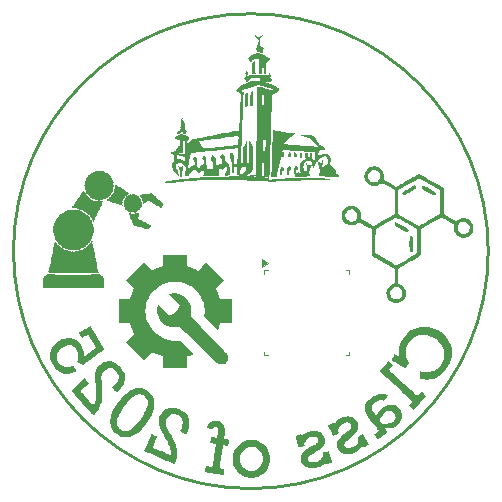
<source format=gbr>
%TF.GenerationSoftware,KiCad,Pcbnew,9.0.4*%
%TF.CreationDate,2025-08-27T15:07:23+05:30*%
%TF.ProjectId,KthDesign.kicad_pcb_3,4b746844-6573-4696-976e-2e6b69636164,rev?*%
%TF.SameCoordinates,Original*%
%TF.FileFunction,Legend,Bot*%
%TF.FilePolarity,Positive*%
%FSLAX46Y46*%
G04 Gerber Fmt 4.6, Leading zero omitted, Abs format (unit mm)*
G04 Created by KiCad (PCBNEW 9.0.4) date 2025-08-27 15:07:23*
%MOMM*%
%LPD*%
G01*
G04 APERTURE LIST*
%ADD10C,0.254000*%
%ADD11C,0.120000*%
%ADD12C,0.000000*%
G04 APERTURE END LIST*
D10*
X159868000Y-90678000D02*
G75*
G02*
X119668000Y-90678000I-20100000J0D01*
G01*
X119668000Y-90678000D02*
G75*
G02*
X159868000Y-90678000I20100000J0D01*
G01*
D11*
%TO.C,U1*%
X140897000Y-92291000D02*
X141197000Y-92291000D01*
X140897000Y-92591000D02*
X140897000Y-92291000D01*
X140897000Y-99211000D02*
X140897000Y-99511000D01*
X140897000Y-99511000D02*
X141197000Y-99511000D01*
X148117000Y-92291000D02*
X147817000Y-92291000D01*
X148117000Y-92591000D02*
X148117000Y-92291000D01*
X148117000Y-99211000D02*
X148117000Y-99511000D01*
X148117000Y-99511000D02*
X147817000Y-99511000D01*
X141197000Y-91688500D02*
X140727000Y-92028500D01*
X140727000Y-91348500D01*
X141197000Y-91688500D01*
G36*
X141197000Y-91688500D02*
G01*
X140727000Y-92028500D01*
X140727000Y-91348500D01*
X141197000Y-91688500D01*
G37*
D12*
%TO.C,G\u002A\u002A\u002A*%
G36*
X134194582Y-84384305D02*
G01*
X134178941Y-84399946D01*
X134163301Y-84384305D01*
X134178941Y-84368665D01*
X134194582Y-84384305D01*
G37*
G36*
X134726355Y-84415586D02*
G01*
X134710715Y-84431227D01*
X134695074Y-84415586D01*
X134710715Y-84399946D01*
X134726355Y-84415586D01*
G37*
G36*
X139418473Y-76313862D02*
G01*
X139402833Y-76329502D01*
X139387192Y-76313862D01*
X139402833Y-76298222D01*
X139418473Y-76313862D01*
G37*
G36*
X139668720Y-75688246D02*
G01*
X139653079Y-75703887D01*
X139637439Y-75688246D01*
X139653079Y-75672606D01*
X139668720Y-75688246D01*
G37*
G36*
X140231774Y-73811399D02*
G01*
X140216133Y-73827039D01*
X140200493Y-73811399D01*
X140216133Y-73795759D01*
X140231774Y-73811399D01*
G37*
G36*
X144235715Y-84415586D02*
G01*
X144220074Y-84431227D01*
X144204434Y-84415586D01*
X144220074Y-84399946D01*
X144235715Y-84415586D01*
G37*
G36*
X145049015Y-84290463D02*
G01*
X145033375Y-84306103D01*
X145017734Y-84290463D01*
X145033375Y-84274823D01*
X145049015Y-84290463D01*
G37*
G36*
X143508436Y-82323502D02*
G01*
X143536424Y-82330322D01*
X143596522Y-82350879D01*
X143627745Y-82384349D01*
X143639547Y-82447282D01*
X143641380Y-82556225D01*
X143641380Y-82742064D01*
X143531897Y-82742064D01*
X143422414Y-82742064D01*
X143422414Y-82522502D01*
X143422414Y-82302941D01*
X143508436Y-82323502D01*
G37*
G36*
X143076089Y-82319282D02*
G01*
X143096786Y-82323961D01*
X143140010Y-82339651D01*
X143162428Y-82370575D01*
X143170871Y-82432507D01*
X143172168Y-82541224D01*
X143172168Y-82742064D01*
X143043401Y-82742064D01*
X142914633Y-82742064D01*
X142937003Y-82530919D01*
X142937106Y-82529945D01*
X142949755Y-82422544D01*
X142961457Y-82343182D01*
X142969691Y-82308976D01*
X142970102Y-82308618D01*
X143006420Y-82307670D01*
X143076089Y-82319282D01*
G37*
G36*
X144011146Y-82351074D02*
G01*
X144059337Y-82355438D01*
X144085424Y-82377797D01*
X144097705Y-82432985D01*
X144104479Y-82535837D01*
X144106410Y-82599539D01*
X144098510Y-82699705D01*
X144073198Y-82746504D01*
X144036004Y-82761640D01*
X143960579Y-82772866D01*
X143946815Y-82772752D01*
X143914699Y-82765531D01*
X143898590Y-82737224D01*
X143894395Y-82674043D01*
X143898017Y-82562199D01*
X143907266Y-82351054D01*
X144001109Y-82351054D01*
X144011146Y-82351074D01*
G37*
G36*
X139413709Y-75436538D02*
G01*
X139476929Y-75480733D01*
X139510564Y-75509041D01*
X139533234Y-75551998D01*
X139513461Y-75607904D01*
X139488073Y-75666046D01*
X139461193Y-75759180D01*
X139447855Y-75817901D01*
X139430635Y-75865919D01*
X139427802Y-75869893D01*
X139383500Y-75891571D01*
X139372585Y-75888766D01*
X139372402Y-75858915D01*
X139372073Y-75814259D01*
X139341880Y-75748872D01*
X139315060Y-75698917D01*
X139307864Y-75636500D01*
X139328494Y-75546923D01*
X139349988Y-75479619D01*
X139376580Y-75433855D01*
X139413709Y-75436538D01*
G37*
G36*
X139529606Y-77300492D02*
G01*
X139534199Y-77382343D01*
X139539045Y-77507308D01*
X139543754Y-77665239D01*
X139547939Y-77845991D01*
X139559237Y-78408416D01*
X139465394Y-78428805D01*
X139389671Y-78443884D01*
X139331712Y-78452895D01*
X139325099Y-78451452D01*
X139312148Y-78427704D01*
X139303618Y-78369591D01*
X139299096Y-78270078D01*
X139298171Y-78122132D01*
X139300432Y-77918720D01*
X139308990Y-77380843D01*
X139412127Y-77320645D01*
X139431649Y-77309566D01*
X139495044Y-77278651D01*
X139525952Y-77272006D01*
X139529606Y-77300492D01*
G37*
G36*
X139907871Y-77097820D02*
G01*
X139915203Y-77159744D01*
X139924445Y-77266480D01*
X139934866Y-77406411D01*
X139945733Y-77567915D01*
X139956311Y-77739374D01*
X139965869Y-77909169D01*
X139973672Y-78065680D01*
X139978989Y-78197287D01*
X139981086Y-78292372D01*
X139981527Y-78425315D01*
X139856404Y-78425315D01*
X139731281Y-78425315D01*
X139732270Y-77838800D01*
X139732453Y-77743014D01*
X139733358Y-77561989D01*
X139735858Y-77429726D01*
X139741090Y-77336591D01*
X139750190Y-77272951D01*
X139764297Y-77229170D01*
X139784546Y-77195616D01*
X139812076Y-77162654D01*
X139827579Y-77145596D01*
X139877774Y-77098895D01*
X139905052Y-77087181D01*
X139907871Y-77097820D01*
G37*
G36*
X143028095Y-83465118D02*
G01*
X143096611Y-83510427D01*
X143154175Y-83595605D01*
X143188121Y-83703948D01*
X143196150Y-83757971D01*
X143196826Y-83813274D01*
X143172160Y-83833852D01*
X143112356Y-83836892D01*
X143060363Y-83839885D01*
X143023638Y-83863653D01*
X143015764Y-83926824D01*
X143010796Y-84011402D01*
X142996213Y-84114509D01*
X142975681Y-84185868D01*
X142941609Y-84209590D01*
X142877559Y-84193274D01*
X142870130Y-84189220D01*
X142840319Y-84136441D01*
X142825074Y-84042584D01*
X142823831Y-83924093D01*
X142836025Y-83797412D01*
X142861090Y-83678988D01*
X142898461Y-83585263D01*
X142920129Y-83549932D01*
X142968801Y-83486856D01*
X143004478Y-83461763D01*
X143028095Y-83465118D01*
G37*
G36*
X140097566Y-74521514D02*
G01*
X140111985Y-74573145D01*
X140123371Y-74671288D01*
X140130185Y-74804627D01*
X140131213Y-74839763D01*
X140137976Y-75021682D01*
X140147137Y-75220438D01*
X140157019Y-75398899D01*
X140175961Y-75703887D01*
X140012534Y-75703887D01*
X139936994Y-75702959D01*
X139879979Y-75695397D01*
X139861550Y-75674475D01*
X139867969Y-75633505D01*
X139868890Y-75629585D01*
X139875931Y-75565853D01*
X139881724Y-75455706D01*
X139885693Y-75313525D01*
X139887258Y-75153690D01*
X139887272Y-75141210D01*
X139888089Y-74977006D01*
X139891500Y-74861648D01*
X139899636Y-74782245D01*
X139914628Y-74725909D01*
X139938608Y-74679749D01*
X139973707Y-74630877D01*
X139999631Y-74598393D01*
X140054768Y-74540032D01*
X140091010Y-74516420D01*
X140097566Y-74521514D01*
G37*
G36*
X142442789Y-83499184D02*
G01*
X142505346Y-83548789D01*
X142557726Y-83633794D01*
X142586674Y-83735229D01*
X142592263Y-83783369D01*
X142592063Y-83841978D01*
X142568623Y-83864498D01*
X142512295Y-83868172D01*
X142497798Y-83868217D01*
X142453854Y-83873129D01*
X142431159Y-83896610D01*
X142422691Y-83953324D01*
X142421429Y-84057935D01*
X142421408Y-84088145D01*
X142419180Y-84179676D01*
X142408532Y-84225868D01*
X142382823Y-84240612D01*
X142335407Y-84237799D01*
X142301826Y-84232818D01*
X142271463Y-84217703D01*
X142254504Y-84180683D01*
X142245818Y-84108215D01*
X142240272Y-83986758D01*
X142239336Y-83960692D01*
X142238206Y-83840698D01*
X142247524Y-83758012D01*
X142271616Y-83691294D01*
X142314810Y-83619209D01*
X142343815Y-83577098D01*
X142390804Y-83516860D01*
X142417765Y-83493498D01*
X142442789Y-83499184D01*
G37*
G36*
X134017838Y-83407149D02*
G01*
X134018485Y-83463249D01*
X134013947Y-83563481D01*
X134005345Y-83694691D01*
X133993800Y-83843726D01*
X133980432Y-83997436D01*
X133966363Y-84142666D01*
X133952714Y-84266265D01*
X133940606Y-84355079D01*
X133931160Y-84395957D01*
X133900328Y-84418147D01*
X133833006Y-84431227D01*
X133789868Y-84426527D01*
X133762791Y-84396753D01*
X133756651Y-84323283D01*
X133758022Y-84286441D01*
X133770004Y-84175074D01*
X133790306Y-84058410D01*
X133794662Y-84037783D01*
X133807574Y-83956055D01*
X133802973Y-83890123D01*
X133776323Y-83816632D01*
X133723089Y-83712224D01*
X133721298Y-83708857D01*
X133673487Y-83612913D01*
X133643385Y-83540743D01*
X133637440Y-83507744D01*
X133640079Y-83506156D01*
X133683784Y-83508586D01*
X133756868Y-83528847D01*
X133761953Y-83530612D01*
X133832782Y-83548810D01*
X133879792Y-83533428D01*
X133932601Y-83475469D01*
X133944878Y-83460496D01*
X133991231Y-83412300D01*
X134016037Y-83400183D01*
X134017838Y-83407149D01*
G37*
G36*
X140140001Y-72371163D02*
G01*
X140193545Y-72411335D01*
X140263750Y-72478922D01*
X140389687Y-72611309D01*
X140541707Y-72499716D01*
X140612784Y-72452686D01*
X140703033Y-72406337D01*
X140767738Y-72388588D01*
X140797370Y-72389805D01*
X140814595Y-72400303D01*
X140792269Y-72430351D01*
X140726180Y-72490251D01*
X140658720Y-72557952D01*
X140574777Y-72690494D01*
X140527881Y-72853833D01*
X140513301Y-73060645D01*
X140513301Y-73287596D01*
X140680610Y-73375194D01*
X140847920Y-73462792D01*
X140805733Y-73602966D01*
X140795230Y-73640288D01*
X140772577Y-73742556D01*
X140763547Y-73819852D01*
X140758995Y-73866040D01*
X140731355Y-73885922D01*
X140661885Y-73879021D01*
X140636804Y-73874804D01*
X140529529Y-73857951D01*
X140415340Y-73841262D01*
X140270457Y-73821046D01*
X140249641Y-73637056D01*
X140243956Y-73565863D01*
X140245460Y-73460671D01*
X140260171Y-73394496D01*
X140261492Y-73391939D01*
X140286011Y-73329909D01*
X140319069Y-73229374D01*
X140353900Y-73110807D01*
X140416284Y-72885687D01*
X140257528Y-72635631D01*
X140217920Y-72571598D01*
X140160845Y-72471737D01*
X140125489Y-72399067D01*
X140118292Y-72366055D01*
X140140001Y-72371163D01*
G37*
G36*
X133983998Y-79436152D02*
G01*
X133978203Y-79493454D01*
X133979738Y-79557398D01*
X134003415Y-79591043D01*
X134057547Y-79614561D01*
X134147660Y-79646015D01*
X134153227Y-79966269D01*
X134153572Y-79984184D01*
X134164173Y-80192864D01*
X134186005Y-80340952D01*
X134219274Y-80429371D01*
X134264189Y-80459045D01*
X134285953Y-80462056D01*
X134348302Y-80487527D01*
X134368551Y-80509363D01*
X134359268Y-80547995D01*
X134309201Y-80614571D01*
X134290839Y-80637104D01*
X134244446Y-80702281D01*
X134225862Y-80742494D01*
X134224513Y-80746943D01*
X134186600Y-80764331D01*
X134112829Y-80771374D01*
X134098349Y-80771337D01*
X134031938Y-80765726D01*
X134009160Y-80739641D01*
X134013569Y-80677532D01*
X134018318Y-80628629D01*
X134003623Y-80591757D01*
X133951239Y-80583690D01*
X133925106Y-80587450D01*
X133844142Y-80620540D01*
X133757740Y-80676669D01*
X133729669Y-80698543D01*
X133663713Y-80741593D01*
X133614019Y-80750484D01*
X133557978Y-80731411D01*
X133498679Y-80700154D01*
X133478748Y-80670493D01*
X133499063Y-80630558D01*
X133521808Y-80605280D01*
X133586038Y-80545271D01*
X133667518Y-80475356D01*
X133746254Y-80412482D01*
X133802248Y-80373596D01*
X133822904Y-80358834D01*
X133835969Y-80319926D01*
X133817389Y-80247818D01*
X133802700Y-80197050D01*
X133806135Y-80132490D01*
X133849080Y-80060517D01*
X133879554Y-80017164D01*
X133898349Y-79970301D01*
X133891843Y-79915125D01*
X133861346Y-79826639D01*
X133831296Y-79731475D01*
X133825118Y-79650525D01*
X133844830Y-79561923D01*
X133849013Y-79549027D01*
X133891835Y-79447973D01*
X133941259Y-79365569D01*
X134000562Y-79289197D01*
X133983998Y-79436152D01*
G37*
G36*
X140466897Y-73927744D02*
G01*
X140537552Y-73933402D01*
X140661463Y-73953782D01*
X140774939Y-73993055D01*
X140908367Y-74060350D01*
X140912701Y-74062736D01*
X141035137Y-74133914D01*
X141151164Y-74207444D01*
X141236203Y-74267777D01*
X141271969Y-74294681D01*
X141333527Y-74333244D01*
X141364923Y-74341345D01*
X141373712Y-74344614D01*
X141377119Y-74388399D01*
X141355907Y-74435811D01*
X141298107Y-74509007D01*
X141217119Y-74588796D01*
X141060715Y-74726346D01*
X141060715Y-75183782D01*
X141060715Y-75641219D01*
X140956346Y-75641272D01*
X140851977Y-75641325D01*
X140873984Y-75164293D01*
X140878562Y-75063452D01*
X140884604Y-74908891D01*
X140886122Y-74801016D01*
X140882258Y-74729393D01*
X140872151Y-74683585D01*
X140854942Y-74653156D01*
X140829769Y-74627671D01*
X140763547Y-74568082D01*
X140763547Y-74849652D01*
X140763504Y-74868622D01*
X140760308Y-75046947D01*
X140753043Y-75243495D01*
X140743116Y-75419062D01*
X140741550Y-75440713D01*
X140729887Y-75571328D01*
X140716921Y-75650081D01*
X140700380Y-75686410D01*
X140677996Y-75689754D01*
X140636168Y-75679502D01*
X140557664Y-75672606D01*
X140482020Y-75672606D01*
X140482020Y-74996678D01*
X140482020Y-74320750D01*
X140411638Y-74337093D01*
X140368538Y-74346866D01*
X140272713Y-74368093D01*
X140161291Y-74392406D01*
X140047115Y-74423823D01*
X139966311Y-74467734D01*
X139901632Y-74535857D01*
X139882181Y-74560001D01*
X139825312Y-74617096D01*
X139784431Y-74639533D01*
X139756812Y-74622965D01*
X139703457Y-74566208D01*
X139641399Y-74483165D01*
X139637246Y-74477023D01*
X139579849Y-74383483D01*
X139559161Y-74323806D01*
X139570746Y-74285589D01*
X139585463Y-74260011D01*
X139582426Y-74217976D01*
X139575663Y-74208975D01*
X139590518Y-74209751D01*
X139598792Y-74212563D01*
X139641607Y-74199474D01*
X139678130Y-74163420D01*
X139682480Y-74127540D01*
X139680604Y-74124813D01*
X139686971Y-74121604D01*
X139704425Y-74121241D01*
X139765577Y-74101054D01*
X139851195Y-74062770D01*
X140000033Y-73995191D01*
X140151192Y-73946103D01*
X140298572Y-73925428D01*
X140466897Y-73927744D01*
G37*
G36*
X142607266Y-82628556D02*
G01*
X142597933Y-82683973D01*
X142575279Y-82706515D01*
X142533470Y-82710783D01*
X142479019Y-82714493D01*
X142408347Y-82729770D01*
X142374720Y-82732543D01*
X142356302Y-82690669D01*
X142351361Y-82696736D01*
X142334338Y-82753638D01*
X142306993Y-82858157D01*
X142271194Y-83002884D01*
X142228808Y-83180408D01*
X142181704Y-83383320D01*
X142148702Y-83527099D01*
X142101076Y-83733741D01*
X142058033Y-83919521D01*
X142021906Y-84074407D01*
X141995029Y-84188365D01*
X141979739Y-84251362D01*
X141949806Y-84368665D01*
X141732046Y-84368665D01*
X141514286Y-84368665D01*
X141514939Y-84079318D01*
X141515435Y-84027337D01*
X141517936Y-83900766D01*
X141522320Y-83730071D01*
X141528344Y-83521916D01*
X141535765Y-83282969D01*
X141544340Y-83019894D01*
X141553826Y-82739358D01*
X141559847Y-82566603D01*
X142363782Y-82566603D01*
X142371249Y-82608469D01*
X142381927Y-82607985D01*
X142387679Y-82567413D01*
X142382669Y-82536666D01*
X142368780Y-82548514D01*
X142363782Y-82566603D01*
X141559847Y-82566603D01*
X141563979Y-82448028D01*
X141574558Y-82152567D01*
X141585319Y-81859643D01*
X141596019Y-81575922D01*
X141606414Y-81308069D01*
X141616263Y-81062750D01*
X141625321Y-80846631D01*
X141633347Y-80666378D01*
X141640096Y-80528657D01*
X141645327Y-80440133D01*
X141648795Y-80407473D01*
X141654531Y-80405964D01*
X141702067Y-80416172D01*
X141778017Y-80444041D01*
X141800574Y-80451635D01*
X141890719Y-80473324D01*
X142028676Y-80500607D01*
X142204654Y-80531897D01*
X142408866Y-80565607D01*
X142631520Y-80600147D01*
X142862829Y-80633931D01*
X143093003Y-80665372D01*
X143312251Y-80692880D01*
X143499256Y-80715099D01*
X143355457Y-80844899D01*
X143338185Y-80860336D01*
X143256752Y-80931313D01*
X143146519Y-81025714D01*
X143018387Y-81134381D01*
X142883260Y-81248155D01*
X142752043Y-81357876D01*
X142635638Y-81454387D01*
X142544950Y-81528527D01*
X142490881Y-81571138D01*
X142487772Y-81575559D01*
X142507466Y-81587743D01*
X142570539Y-81601140D01*
X142680808Y-81616228D01*
X142842087Y-81633483D01*
X143058193Y-81653383D01*
X143332941Y-81676404D01*
X143517654Y-81691398D01*
X143804894Y-81714802D01*
X144098979Y-81738853D01*
X144382610Y-81762132D01*
X144638484Y-81783221D01*
X144849300Y-81800703D01*
X145478526Y-81853120D01*
X145116771Y-81454619D01*
X144755017Y-81056117D01*
X144393703Y-80972650D01*
X144254280Y-80939654D01*
X144135248Y-80909952D01*
X144052196Y-80887488D01*
X144017655Y-80875498D01*
X144014997Y-80850847D01*
X144059501Y-80833978D01*
X144137240Y-80828265D01*
X144233510Y-80836374D01*
X144298872Y-80844960D01*
X144426476Y-80857982D01*
X144581056Y-80871027D01*
X144742257Y-80882259D01*
X145100162Y-80904299D01*
X145293065Y-81222046D01*
X145379887Y-81360483D01*
X145459165Y-81471647D01*
X145541485Y-81564847D01*
X145639448Y-81652704D01*
X145765652Y-81747844D01*
X145932697Y-81862888D01*
X146004076Y-81915316D01*
X146063596Y-81979091D01*
X146081281Y-82039749D01*
X146081257Y-82045453D01*
X146075883Y-82085064D01*
X146051101Y-82106705D01*
X145992527Y-82116248D01*
X145885776Y-82119566D01*
X145800712Y-82121317D01*
X145679424Y-82129895D01*
X145599468Y-82153599D01*
X145546933Y-82202228D01*
X145507906Y-82285579D01*
X145468474Y-82413450D01*
X145456958Y-82453875D01*
X145427845Y-82561892D01*
X145409516Y-82639159D01*
X145405536Y-82671081D01*
X145416055Y-82668692D01*
X145464735Y-82640643D01*
X145537604Y-82590687D01*
X145574416Y-82566113D01*
X145694820Y-82500910D01*
X145816305Y-82451180D01*
X145905818Y-82428428D01*
X146086042Y-82421566D01*
X146245594Y-82465833D01*
X146377973Y-82554117D01*
X146476675Y-82679307D01*
X146535201Y-82834291D01*
X146547048Y-83011960D01*
X146505715Y-83205203D01*
X146460936Y-83332118D01*
X146628907Y-83458937D01*
X146655148Y-83478992D01*
X146804537Y-83607742D01*
X146902312Y-83725815D01*
X146954732Y-83842596D01*
X146968058Y-83967473D01*
X146966795Y-84031333D01*
X146973147Y-84090611D01*
X146997278Y-84114191D01*
X147047824Y-84118419D01*
X147054203Y-84118474D01*
X147143156Y-84138989D01*
X147192294Y-84201278D01*
X147207389Y-84312360D01*
X147207238Y-84342268D01*
X147199464Y-84404005D01*
X147166503Y-84427384D01*
X147090087Y-84430857D01*
X147073294Y-84430452D01*
X146988272Y-84425707D01*
X146855891Y-84416306D01*
X146687151Y-84403099D01*
X146493055Y-84386936D01*
X146284606Y-84368665D01*
X146194013Y-84360542D01*
X146000882Y-84343330D01*
X145832929Y-84328506D01*
X145699438Y-84316881D01*
X145609691Y-84309266D01*
X145572968Y-84306473D01*
X145557960Y-84284757D01*
X145550372Y-84220902D01*
X145552257Y-84136204D01*
X145562995Y-84052367D01*
X145581966Y-83991095D01*
X145592765Y-83933442D01*
X145587166Y-83819427D01*
X145564039Y-83660221D01*
X145524499Y-83463316D01*
X145469659Y-83236203D01*
X145448625Y-83146750D01*
X145435120Y-83068820D01*
X145435559Y-83033270D01*
X145449068Y-83036480D01*
X145495039Y-83072853D01*
X145558818Y-83137069D01*
X145667396Y-83255548D01*
X145757036Y-83093099D01*
X145770004Y-83069857D01*
X145826381Y-82978241D01*
X145864121Y-82938059D01*
X145883891Y-82951157D01*
X145886356Y-83019379D01*
X145872183Y-83144572D01*
X145842038Y-83328579D01*
X145819484Y-83456756D01*
X145793804Y-83609121D01*
X145778758Y-83714294D01*
X145773898Y-83780967D01*
X145778781Y-83817830D01*
X145792960Y-83833575D01*
X145815990Y-83836892D01*
X145818443Y-83836857D01*
X145848836Y-83818452D01*
X145843708Y-83758005D01*
X145843380Y-83689596D01*
X145889526Y-83585076D01*
X145983460Y-83475423D01*
X146118746Y-83369721D01*
X146268966Y-83271378D01*
X146268966Y-83017004D01*
X146265602Y-82891902D01*
X146247846Y-82771526D01*
X146210040Y-82696921D01*
X146146857Y-82659003D01*
X146052972Y-82648693D01*
X145883851Y-82672369D01*
X145695693Y-82749643D01*
X145521157Y-82871219D01*
X145369423Y-83027425D01*
X145249674Y-83208594D01*
X145171092Y-83405056D01*
X145142857Y-83607141D01*
X145141912Y-83641220D01*
X145129832Y-83700194D01*
X145107250Y-83702429D01*
X145078493Y-83650641D01*
X145047888Y-83547544D01*
X145033187Y-83491056D01*
X144977286Y-83329486D01*
X144908535Y-83184293D01*
X144837197Y-83078332D01*
X144771286Y-83038391D01*
X144667892Y-83023985D01*
X144554622Y-83040072D01*
X144454648Y-83086176D01*
X144366602Y-83171584D01*
X144285327Y-83291322D01*
X144226862Y-83419774D01*
X144204434Y-83533303D01*
X144207912Y-83576400D01*
X144231177Y-83684644D01*
X144269093Y-83796451D01*
X144333752Y-83952039D01*
X144440119Y-83902285D01*
X144485655Y-83879812D01*
X144521716Y-83852054D01*
X144539500Y-83811734D01*
X144540848Y-83746592D01*
X144527602Y-83644369D01*
X144501601Y-83492803D01*
X144482194Y-83383060D01*
X144466108Y-83290192D01*
X144458672Y-83238215D01*
X144458943Y-83215492D01*
X144465981Y-83210391D01*
X144478848Y-83211276D01*
X144485077Y-83213618D01*
X144519132Y-83251417D01*
X144561975Y-83320759D01*
X144574566Y-83343062D01*
X144617581Y-83405257D01*
X144648537Y-83430241D01*
X144661464Y-83427612D01*
X144720838Y-83404566D01*
X144803046Y-83365498D01*
X144841761Y-83346530D01*
X144909336Y-83318076D01*
X144941093Y-83311892D01*
X144941192Y-83312003D01*
X144933993Y-83344358D01*
X144905238Y-83417013D01*
X144861046Y-83514475D01*
X144817710Y-83612099D01*
X144767866Y-83740638D01*
X144734698Y-83845568D01*
X144733618Y-83849876D01*
X144715940Y-83946370D01*
X144724972Y-84022038D01*
X144764792Y-84113133D01*
X144782553Y-84149612D01*
X144816551Y-84231838D01*
X144830050Y-84284965D01*
X144828486Y-84294153D01*
X144801670Y-84319073D01*
X144737707Y-84338304D01*
X144631530Y-84352362D01*
X144478071Y-84361763D01*
X144272262Y-84367026D01*
X144009037Y-84368665D01*
X143982381Y-84368657D01*
X143794153Y-84367859D01*
X143659527Y-84365229D01*
X143570514Y-84360035D01*
X143519127Y-84351544D01*
X143497375Y-84339025D01*
X143497269Y-84321744D01*
X143505720Y-84300876D01*
X143533666Y-84232012D01*
X143532807Y-84202627D01*
X143486745Y-84172379D01*
X143477667Y-84169759D01*
X143448195Y-84152096D01*
X143431518Y-84113672D01*
X143424101Y-84040567D01*
X143422414Y-83918859D01*
X143428229Y-83768712D01*
X143449652Y-83648139D01*
X143491209Y-83540561D01*
X143517122Y-83490149D01*
X143556773Y-83424611D01*
X143581586Y-83398961D01*
X143612866Y-83405589D01*
X143677223Y-83457592D01*
X143729404Y-83547391D01*
X143758031Y-83658261D01*
X143764201Y-83718472D01*
X143763435Y-83777783D01*
X143743079Y-83801379D01*
X143696279Y-83805611D01*
X143669541Y-83807237D01*
X143623109Y-83832865D01*
X143598369Y-83903363D01*
X143585115Y-83989031D01*
X143578818Y-84073914D01*
X143578818Y-84146712D01*
X143661588Y-84070004D01*
X143749572Y-84009063D01*
X143841421Y-83999999D01*
X143945963Y-84047952D01*
X143948676Y-84049729D01*
X144003393Y-84083479D01*
X144018126Y-84080797D01*
X144004466Y-84040132D01*
X143929460Y-83815808D01*
X143894854Y-83604052D01*
X143908125Y-83416249D01*
X143968914Y-83244360D01*
X143991557Y-83203957D01*
X144102365Y-83060733D01*
X144248221Y-82927015D01*
X144409215Y-82821905D01*
X144464773Y-82790985D01*
X144472654Y-82776638D01*
X144431220Y-82773537D01*
X144425823Y-82773487D01*
X144390099Y-82767225D01*
X144370602Y-82740599D01*
X144362468Y-82679550D01*
X144360838Y-82570020D01*
X144360838Y-82366695D01*
X144470321Y-82366695D01*
X144579803Y-82366695D01*
X144579803Y-82554379D01*
X144579803Y-82742064D01*
X144673646Y-82742064D01*
X144767488Y-82742064D01*
X144767488Y-82554379D01*
X144767488Y-82366695D01*
X144861330Y-82366695D01*
X144955173Y-82366695D01*
X144955173Y-82571679D01*
X144955222Y-82587455D01*
X144962073Y-82713309D01*
X144984442Y-82804014D01*
X145027986Y-82883819D01*
X145100800Y-82990973D01*
X145163836Y-82905620D01*
X145177711Y-82886095D01*
X145202755Y-82838540D01*
X145213264Y-82781696D01*
X145211011Y-82698032D01*
X145197769Y-82570020D01*
X145193585Y-82534509D01*
X145179766Y-82423928D01*
X145168702Y-82345188D01*
X145162481Y-82313458D01*
X145152323Y-82311938D01*
X145089797Y-82306024D01*
X144977110Y-82296535D01*
X144822141Y-82284062D01*
X144632769Y-82269194D01*
X144416874Y-82252523D01*
X144182335Y-82234637D01*
X143937033Y-82216128D01*
X143688845Y-82197586D01*
X143445652Y-82179602D01*
X143215334Y-82162764D01*
X143005769Y-82147665D01*
X142824838Y-82134893D01*
X142680420Y-82125039D01*
X142580394Y-82118694D01*
X142532640Y-82116448D01*
X142476324Y-82131656D01*
X142445331Y-82193199D01*
X142441753Y-82219702D01*
X142456976Y-82268274D01*
X142519886Y-82301055D01*
X142521749Y-82301705D01*
X142570441Y-82323188D01*
X142596580Y-82355480D01*
X142607144Y-82415827D01*
X142609114Y-82521471D01*
X142609113Y-82525658D01*
X142608364Y-82567413D01*
X142607266Y-82628556D01*
G37*
G36*
X141404803Y-76389358D02*
G01*
X141111570Y-76358103D01*
X141038864Y-76350933D01*
X140921912Y-76342166D01*
X140837883Y-76339569D01*
X140801368Y-76343816D01*
X140805994Y-76354499D01*
X140852572Y-76360783D01*
X140917252Y-76369078D01*
X141019096Y-76391064D01*
X141137859Y-76421432D01*
X141254006Y-76454871D01*
X141348001Y-76486069D01*
X141400307Y-76509714D01*
X141438871Y-76530531D01*
X141520558Y-76567553D01*
X141623769Y-76610363D01*
X141707291Y-76645383D01*
X141847559Y-76709689D01*
X141967857Y-76770679D01*
X142014863Y-76797223D01*
X142085920Y-76847070D01*
X142120651Y-76897087D01*
X142133741Y-76964425D01*
X142135111Y-76982844D01*
X142135516Y-76988295D01*
X142132868Y-77032371D01*
X142113563Y-77070796D01*
X142068462Y-77113207D01*
X141988424Y-77169243D01*
X141864312Y-77248539D01*
X141585405Y-77424524D01*
X141576337Y-77561120D01*
X141566202Y-77713774D01*
X141562654Y-77775288D01*
X141556178Y-77912911D01*
X141548609Y-78096714D01*
X141540312Y-78316903D01*
X141531651Y-78563685D01*
X141522992Y-78827266D01*
X141514697Y-79097852D01*
X141512262Y-79179385D01*
X141504040Y-79444834D01*
X141493986Y-79758359D01*
X141482456Y-80109330D01*
X141469808Y-80487118D01*
X141456400Y-80881097D01*
X141442590Y-81280636D01*
X141432607Y-81564882D01*
X141428736Y-81675109D01*
X141415195Y-82053887D01*
X141405325Y-82329793D01*
X141393453Y-82668640D01*
X141382390Y-82992012D01*
X141372352Y-83293189D01*
X141367239Y-83451449D01*
X141363556Y-83565449D01*
X141356219Y-83802073D01*
X141350555Y-83996340D01*
X141346783Y-84141529D01*
X141345118Y-84230920D01*
X141343803Y-84304067D01*
X141343463Y-84322992D01*
X141338078Y-84415586D01*
X141335415Y-84461381D01*
X141333083Y-84474991D01*
X141321825Y-84540709D01*
X141319982Y-84551469D01*
X141307333Y-84578331D01*
X141295934Y-84602538D01*
X141270665Y-84636842D01*
X141281026Y-84649406D01*
X141342855Y-84640085D01*
X141378446Y-84634016D01*
X141490530Y-84619722D01*
X141644325Y-84604168D01*
X141831823Y-84587831D01*
X142045020Y-84571185D01*
X142275908Y-84554707D01*
X142516483Y-84538871D01*
X142758737Y-84524154D01*
X142994666Y-84511031D01*
X143216263Y-84499977D01*
X143415522Y-84491469D01*
X143584438Y-84485981D01*
X143715004Y-84483990D01*
X143799214Y-84485971D01*
X143829063Y-84492398D01*
X143830137Y-84493125D01*
X143871174Y-84496972D01*
X143966743Y-84500641D01*
X144110071Y-84504016D01*
X144294388Y-84506987D01*
X144512921Y-84509439D01*
X144758900Y-84511260D01*
X145025553Y-84512338D01*
X145146349Y-84512681D01*
X145446566Y-84514146D01*
X145692845Y-84516535D01*
X145891548Y-84520086D01*
X146049037Y-84525038D01*
X146171674Y-84531629D01*
X146265820Y-84540097D01*
X146337838Y-84550682D01*
X146394089Y-84563620D01*
X146566133Y-84611993D01*
X146425370Y-84616565D01*
X146376722Y-84618025D01*
X146267386Y-84621131D01*
X146110596Y-84625489D01*
X145914614Y-84630873D01*
X145687702Y-84637057D01*
X145438123Y-84643812D01*
X145174138Y-84650913D01*
X144380241Y-84674345D01*
X143569175Y-84703359D01*
X142799913Y-84736525D01*
X142061700Y-84774270D01*
X141717904Y-84787810D01*
X141409965Y-84788219D01*
X141154557Y-84775036D01*
X141003662Y-84763104D01*
X140730368Y-84746123D01*
X140409778Y-84730542D01*
X140049215Y-84716444D01*
X139655996Y-84703912D01*
X139237443Y-84693029D01*
X138800876Y-84683878D01*
X138353613Y-84676542D01*
X137902977Y-84671104D01*
X137456286Y-84667647D01*
X137020860Y-84666253D01*
X136604020Y-84667007D01*
X136213085Y-84669990D01*
X135855377Y-84675286D01*
X135538213Y-84682978D01*
X135268915Y-84693149D01*
X135054803Y-84705882D01*
X134766686Y-84728196D01*
X134460410Y-84752985D01*
X134203998Y-84775220D01*
X133990485Y-84795571D01*
X133812905Y-84814710D01*
X133664294Y-84833307D01*
X133537685Y-84852034D01*
X133371357Y-84870681D01*
X133147650Y-84880853D01*
X132901896Y-84880201D01*
X132654838Y-84868824D01*
X132427217Y-84846817D01*
X132344208Y-84835660D01*
X132304795Y-84826957D01*
X132318417Y-84818357D01*
X132380296Y-84805667D01*
X132438410Y-84794757D01*
X132671235Y-84753939D01*
X132926285Y-84712880D01*
X133182670Y-84674725D01*
X133419501Y-84642618D01*
X133615887Y-84619703D01*
X133709441Y-84610022D01*
X133888456Y-84590937D01*
X134059161Y-84572122D01*
X134194582Y-84556524D01*
X134274983Y-84547817D01*
X134434780Y-84533264D01*
X134513955Y-84527106D01*
X138800527Y-84527106D01*
X138808498Y-84556350D01*
X138814924Y-84565609D01*
X138843471Y-84587630D01*
X138847750Y-84585594D01*
X138844042Y-84571990D01*
X139074385Y-84571990D01*
X139087989Y-84585594D01*
X139090025Y-84587630D01*
X139103819Y-84573836D01*
X139324631Y-84573836D01*
X139324935Y-84578209D01*
X139343043Y-84585098D01*
X139374539Y-84551517D01*
X139382150Y-84534035D01*
X139360745Y-84537722D01*
X139346849Y-84547378D01*
X139326181Y-84571990D01*
X139324631Y-84573836D01*
X139103819Y-84573836D01*
X139105665Y-84571990D01*
X139090025Y-84556350D01*
X139074385Y-84571990D01*
X138844042Y-84571990D01*
X138839779Y-84556350D01*
X138833352Y-84547090D01*
X138804806Y-84525069D01*
X138800527Y-84527106D01*
X134513955Y-84527106D01*
X134614678Y-84519272D01*
X134766158Y-84509428D01*
X138699015Y-84509428D01*
X138714656Y-84525069D01*
X138730296Y-84509428D01*
X138949261Y-84509428D01*
X138964902Y-84525069D01*
X138980542Y-84509428D01*
X139449754Y-84509428D01*
X139465394Y-84525069D01*
X139481035Y-84509428D01*
X139465394Y-84493788D01*
X139449754Y-84509428D01*
X138980542Y-84509428D01*
X138964902Y-84493788D01*
X138949261Y-84509428D01*
X138730296Y-84509428D01*
X138714656Y-84493788D01*
X138699015Y-84509428D01*
X134766158Y-84509428D01*
X134788917Y-84507949D01*
X134911667Y-84499916D01*
X135067307Y-84486991D01*
X135199776Y-84473036D01*
X135289409Y-84459935D01*
X135308849Y-84457157D01*
X135395049Y-84449969D01*
X135533142Y-84441907D01*
X135625006Y-84437566D01*
X138517763Y-84437566D01*
X138521895Y-84501608D01*
X138532756Y-84506914D01*
X138537672Y-84462507D01*
X138536087Y-84446867D01*
X139293350Y-84446867D01*
X139308990Y-84462507D01*
X139324631Y-84446867D01*
X139319501Y-84441737D01*
X139735311Y-84441737D01*
X139735602Y-84446867D01*
X139739154Y-84509428D01*
X139740486Y-84532889D01*
X139740839Y-84534035D01*
X139745363Y-84548735D01*
X139748270Y-84540081D01*
X139863088Y-84540081D01*
X139866831Y-84577204D01*
X139876240Y-84582097D01*
X139880733Y-84571990D01*
X140044089Y-84571990D01*
X140059729Y-84587630D01*
X140075370Y-84571990D01*
X140137931Y-84571990D01*
X140153572Y-84587630D01*
X140169212Y-84571990D01*
X140575862Y-84571990D01*
X140591503Y-84587630D01*
X140607143Y-84571990D01*
X140591503Y-84556350D01*
X140575862Y-84571990D01*
X140169212Y-84571990D01*
X140153572Y-84556350D01*
X140137931Y-84571990D01*
X140075370Y-84571990D01*
X140059729Y-84556350D01*
X140044089Y-84571990D01*
X139880733Y-84571990D01*
X139887685Y-84556350D01*
X139885553Y-84540709D01*
X139981527Y-84540709D01*
X139997168Y-84556350D01*
X140012808Y-84540709D01*
X140450739Y-84540709D01*
X140466380Y-84556350D01*
X140482020Y-84540709D01*
X140732266Y-84540709D01*
X140747907Y-84556350D01*
X140763547Y-84540709D01*
X140747907Y-84525069D01*
X140732266Y-84540709D01*
X140482020Y-84540709D01*
X140466380Y-84525069D01*
X140450739Y-84540709D01*
X140012808Y-84540709D01*
X139997168Y-84525069D01*
X139981527Y-84540709D01*
X139885553Y-84540709D01*
X139885428Y-84539790D01*
X139866831Y-84535496D01*
X139863088Y-84540081D01*
X139748270Y-84540081D01*
X139751602Y-84530163D01*
X139752350Y-84509428D01*
X140200493Y-84509428D01*
X140216133Y-84525069D01*
X140231774Y-84509428D01*
X140216133Y-84493788D01*
X140200493Y-84509428D01*
X139752350Y-84509428D01*
X139754042Y-84462507D01*
X139753130Y-84416603D01*
X139751172Y-84400927D01*
X139950247Y-84400927D01*
X139952930Y-84407238D01*
X139995175Y-84424356D01*
X140072441Y-84431227D01*
X140150491Y-84427163D01*
X140180921Y-84409194D01*
X140179256Y-84383677D01*
X140238457Y-84383677D01*
X140241030Y-84409194D01*
X140242201Y-84420800D01*
X140251609Y-84425693D01*
X140252941Y-84422696D01*
X140329102Y-84422696D01*
X140331381Y-84462507D01*
X140334066Y-84509428D01*
X140334546Y-84517809D01*
X140340988Y-84535232D01*
X140345572Y-84498683D01*
X140346897Y-84431227D01*
X140544582Y-84431227D01*
X140554934Y-84457799D01*
X140587317Y-84455894D01*
X140594872Y-84446238D01*
X140645107Y-84446238D01*
X140648851Y-84483361D01*
X140658260Y-84488255D01*
X140669705Y-84462507D01*
X140668690Y-84455061D01*
X140797401Y-84455061D01*
X140798360Y-84462507D01*
X140803508Y-84502484D01*
X140843595Y-84525069D01*
X140865939Y-84529570D01*
X140868888Y-84540709D01*
X140873030Y-84556350D01*
X140867203Y-84567425D01*
X140867685Y-84571990D01*
X140869338Y-84587630D01*
X140883433Y-84584137D01*
X140888596Y-84571990D01*
X140982513Y-84571990D01*
X140998153Y-84587630D01*
X141008007Y-84577776D01*
X141094509Y-84577776D01*
X141138917Y-84582691D01*
X141181947Y-84578331D01*
X141178018Y-84566914D01*
X141163858Y-84562782D01*
X141099816Y-84566914D01*
X141097336Y-84571990D01*
X141094509Y-84577776D01*
X141008007Y-84577776D01*
X141013793Y-84571990D01*
X140998153Y-84556350D01*
X140982513Y-84571990D01*
X140888596Y-84571990D01*
X140900841Y-84543182D01*
X140900326Y-84540709D01*
X141232759Y-84540709D01*
X141235232Y-84543182D01*
X141248399Y-84556350D01*
X141264040Y-84540709D01*
X141248399Y-84525069D01*
X141232759Y-84540709D01*
X140900326Y-84540709D01*
X140893817Y-84509428D01*
X141013793Y-84509428D01*
X141029434Y-84525069D01*
X141045074Y-84509428D01*
X141029434Y-84493788D01*
X141013793Y-84509428D01*
X140893817Y-84509428D01*
X140885262Y-84468318D01*
X140875222Y-84451732D01*
X140985078Y-84451732D01*
X141029434Y-84462507D01*
X141051019Y-84466036D01*
X141076355Y-84493788D01*
X141084746Y-84509428D01*
X141088217Y-84515898D01*
X141133453Y-84524789D01*
X141187376Y-84509983D01*
X141222658Y-84474991D01*
X141222410Y-84422383D01*
X141199387Y-84408825D01*
X141268614Y-84408825D01*
X141274802Y-84470923D01*
X141276049Y-84473712D01*
X141285841Y-84469008D01*
X141289222Y-84415586D01*
X141289016Y-84405872D01*
X141283600Y-84364324D01*
X141273643Y-84377080D01*
X141268614Y-84408825D01*
X141199387Y-84408825D01*
X141171875Y-84392624D01*
X141075627Y-84393380D01*
X141056269Y-84397909D01*
X141033949Y-84403131D01*
X140989375Y-84427763D01*
X140985078Y-84451732D01*
X140875222Y-84451732D01*
X140859258Y-84425359D01*
X140826373Y-84415423D01*
X140797401Y-84455061D01*
X140668690Y-84455061D01*
X140667447Y-84445947D01*
X140648851Y-84441653D01*
X140645107Y-84446238D01*
X140594872Y-84446238D01*
X140618071Y-84416588D01*
X140622250Y-84392532D01*
X140600944Y-84349193D01*
X140584849Y-84342324D01*
X140588516Y-84363832D01*
X140595009Y-84380191D01*
X140591406Y-84384305D01*
X140577709Y-84399946D01*
X140568629Y-84401148D01*
X140557086Y-84415586D01*
X140544582Y-84431227D01*
X140346897Y-84431227D01*
X140347204Y-84415586D01*
X140347201Y-84414206D01*
X140346479Y-84384305D01*
X140450739Y-84384305D01*
X140466380Y-84399946D01*
X140482020Y-84384305D01*
X140466380Y-84368665D01*
X140450739Y-84384305D01*
X140346479Y-84384305D01*
X140345278Y-84334552D01*
X140340621Y-84304339D01*
X140334227Y-84330124D01*
X140330361Y-84399946D01*
X140329102Y-84422696D01*
X140252941Y-84422696D01*
X140263055Y-84399946D01*
X140260797Y-84383386D01*
X140242201Y-84379092D01*
X140238457Y-84383677D01*
X140179256Y-84383677D01*
X140178276Y-84368665D01*
X140161750Y-84326301D01*
X140125978Y-84310473D01*
X140074188Y-84354448D01*
X140044133Y-84378934D01*
X139992156Y-84386711D01*
X139972757Y-84382730D01*
X139950247Y-84400927D01*
X139751172Y-84400927D01*
X139748222Y-84377302D01*
X139744567Y-84384305D01*
X139740486Y-84392126D01*
X139738039Y-84415586D01*
X139735311Y-84441737D01*
X139319501Y-84441737D01*
X139308990Y-84431227D01*
X139293350Y-84446867D01*
X138536087Y-84446867D01*
X138533312Y-84419477D01*
X138521895Y-84423406D01*
X138517763Y-84437566D01*
X135625006Y-84437566D01*
X135715707Y-84433280D01*
X135935323Y-84424396D01*
X136184031Y-84415586D01*
X138699015Y-84415586D01*
X138714656Y-84431227D01*
X138730296Y-84415586D01*
X138949261Y-84415586D01*
X138964902Y-84431227D01*
X138980542Y-84415586D01*
X139543596Y-84415586D01*
X139559237Y-84431227D01*
X139574877Y-84415586D01*
X139559237Y-84399946D01*
X139543596Y-84415586D01*
X138980542Y-84415586D01*
X138964902Y-84399946D01*
X138949261Y-84415586D01*
X138730296Y-84415586D01*
X138714656Y-84399946D01*
X138699015Y-84415586D01*
X136184031Y-84415586D01*
X136184567Y-84415567D01*
X136456020Y-84407102D01*
X136742258Y-84399310D01*
X136886160Y-84395524D01*
X137158526Y-84387486D01*
X137252030Y-84384305D01*
X138104680Y-84384305D01*
X138120321Y-84399946D01*
X138135961Y-84384305D01*
X138261084Y-84384305D01*
X138276724Y-84399946D01*
X138292365Y-84384305D01*
X138792857Y-84384305D01*
X138808498Y-84399946D01*
X138822292Y-84386151D01*
X139199508Y-84386151D01*
X139199812Y-84390524D01*
X139217920Y-84397413D01*
X139230214Y-84384305D01*
X139355912Y-84384305D01*
X139371552Y-84399946D01*
X139387192Y-84384305D01*
X139606158Y-84384305D01*
X139621798Y-84399946D01*
X139637439Y-84384305D01*
X139621798Y-84368665D01*
X139606158Y-84384305D01*
X139387192Y-84384305D01*
X139371552Y-84368665D01*
X139355912Y-84384305D01*
X139230214Y-84384305D01*
X139249416Y-84363832D01*
X139257027Y-84346351D01*
X139235622Y-84350038D01*
X139221726Y-84359694D01*
X139201058Y-84384305D01*
X139199508Y-84386151D01*
X138822292Y-84386151D01*
X138824138Y-84384305D01*
X138808498Y-84368665D01*
X138792857Y-84384305D01*
X138292365Y-84384305D01*
X138276724Y-84368665D01*
X138261084Y-84384305D01*
X138135961Y-84384305D01*
X138120321Y-84368665D01*
X138104680Y-84384305D01*
X137252030Y-84384305D01*
X137408439Y-84378984D01*
X137629218Y-84370311D01*
X137814179Y-84361763D01*
X137956640Y-84353636D01*
X138049919Y-84346226D01*
X138087332Y-84339828D01*
X138120041Y-84325816D01*
X138196312Y-84313583D01*
X138290448Y-84309465D01*
X138382449Y-84313262D01*
X138452316Y-84324770D01*
X138480050Y-84343789D01*
X138486565Y-84365298D01*
X138517587Y-84343640D01*
X138528289Y-84334655D01*
X138594236Y-84309996D01*
X138666981Y-84310770D01*
X138714971Y-84337894D01*
X138737301Y-84357260D01*
X138772926Y-84339364D01*
X138802537Y-84272467D01*
X138807676Y-84249388D01*
X138799006Y-84219146D01*
X138746657Y-84224925D01*
X138694312Y-84239358D01*
X138621780Y-84263140D01*
X138615366Y-84265364D01*
X138595429Y-84264654D01*
X138584024Y-84241133D01*
X138580255Y-84184915D01*
X138580844Y-84165340D01*
X138886700Y-84165340D01*
X139010401Y-84165340D01*
X139040043Y-84165159D01*
X139105081Y-84157415D01*
X139133002Y-84126345D01*
X139143344Y-84055857D01*
X139151669Y-83997197D01*
X139178836Y-83952957D01*
X139238609Y-83936476D01*
X139282112Y-83928800D01*
X139310963Y-83906610D01*
X139322521Y-83854681D01*
X139324631Y-83756612D01*
X139324631Y-83586645D01*
X139124954Y-83586645D01*
X139041822Y-83587803D01*
X138967648Y-83598280D01*
X138922130Y-83628729D01*
X138898230Y-83689797D01*
X138888909Y-83792129D01*
X138887127Y-83946374D01*
X138886700Y-84165340D01*
X138580844Y-84165340D01*
X138583228Y-84086108D01*
X138592045Y-83934825D01*
X138614077Y-83586645D01*
X138484502Y-83586645D01*
X138354926Y-83586645D01*
X138354926Y-83836892D01*
X138354926Y-84087138D01*
X138245444Y-84087138D01*
X138135961Y-84087138D01*
X138135961Y-83526484D01*
X138135956Y-83478560D01*
X138135506Y-83290627D01*
X138133473Y-83153130D01*
X138128662Y-83056090D01*
X138119879Y-82989527D01*
X138105930Y-82943459D01*
X138085622Y-82907908D01*
X138057759Y-82872892D01*
X138051183Y-82864949D01*
X138006671Y-82795667D01*
X137985224Y-82714643D01*
X137979755Y-82596785D01*
X137981694Y-82501950D01*
X137993041Y-82435680D01*
X138021839Y-82394607D01*
X138076132Y-82358874D01*
X138086243Y-82353199D01*
X138155822Y-82318366D01*
X138198186Y-82304133D01*
X138202858Y-82304771D01*
X138236879Y-82341746D01*
X138271412Y-82426370D01*
X138303469Y-82545713D01*
X138330066Y-82686843D01*
X138348213Y-82836830D01*
X138354926Y-82982744D01*
X138354926Y-83273837D01*
X138491872Y-83273837D01*
X138628818Y-83273837D01*
X138630401Y-83229504D01*
X138926883Y-83229504D01*
X138927646Y-83229875D01*
X138964177Y-83228690D01*
X139035284Y-83219658D01*
X139136946Y-83204175D01*
X139136946Y-82583863D01*
X139136946Y-81963552D01*
X139246429Y-81691980D01*
X139271350Y-81628965D01*
X139314746Y-81512488D01*
X139344725Y-81422581D01*
X139355912Y-81374812D01*
X139360700Y-81354616D01*
X139395013Y-81342291D01*
X139405233Y-81355893D01*
X139414997Y-81400400D01*
X139422480Y-81480776D01*
X139427908Y-81602356D01*
X139431506Y-81770479D01*
X139433499Y-81990479D01*
X139434114Y-82267694D01*
X139434114Y-83180020D01*
X139520136Y-83180007D01*
X139606158Y-83179995D01*
X139606320Y-82515278D01*
X139606588Y-82400856D01*
X139609188Y-82132115D01*
X139614301Y-81886847D01*
X139621618Y-81671565D01*
X139630830Y-81492783D01*
X139641628Y-81357017D01*
X139653703Y-81270779D01*
X139666746Y-81240586D01*
X139677610Y-81253417D01*
X139708472Y-81313262D01*
X139751928Y-81410839D01*
X139802262Y-81533782D01*
X139917907Y-81826978D01*
X139916773Y-82894496D01*
X139916481Y-83074206D01*
X139915476Y-83330255D01*
X139913603Y-83533107D01*
X139910600Y-83688636D01*
X139907984Y-83756612D01*
X139906209Y-83802715D01*
X139900170Y-83881219D01*
X139892223Y-83930021D01*
X139882108Y-83954995D01*
X139869565Y-83962015D01*
X139851750Y-83966665D01*
X139785748Y-83998750D01*
X139689804Y-84054633D01*
X139577964Y-84126397D01*
X139332437Y-84290779D01*
X139404861Y-84345408D01*
X139406115Y-84346351D01*
X139406185Y-84346404D01*
X139466123Y-84379173D01*
X139499634Y-84363878D01*
X139507270Y-84344821D01*
X139481035Y-84353025D01*
X139458439Y-84363340D01*
X139462407Y-84342217D01*
X139464658Y-84339188D01*
X139513463Y-84315723D01*
X139592364Y-84306103D01*
X139599105Y-84306063D01*
X139675824Y-84294161D01*
X139684808Y-84281162D01*
X139800275Y-84281162D01*
X139804407Y-84345204D01*
X139815269Y-84350511D01*
X139820184Y-84306103D01*
X139818599Y-84290463D01*
X139918966Y-84290463D01*
X139934606Y-84306103D01*
X139950247Y-84290463D01*
X139934606Y-84274823D01*
X139918966Y-84290463D01*
X139818599Y-84290463D01*
X139815824Y-84263073D01*
X139804407Y-84267002D01*
X139800275Y-84281162D01*
X139684808Y-84281162D01*
X139700000Y-84259182D01*
X139731281Y-84259182D01*
X139746922Y-84274823D01*
X139762562Y-84259182D01*
X139856404Y-84259182D01*
X139872045Y-84274823D01*
X139887685Y-84259182D01*
X139872045Y-84243542D01*
X139856404Y-84259182D01*
X139762562Y-84259182D01*
X139746922Y-84243542D01*
X139731281Y-84259182D01*
X139700000Y-84259182D01*
X139717223Y-84227366D01*
X139786023Y-84212688D01*
X139830336Y-84214213D01*
X139924462Y-84228065D01*
X139982804Y-84252592D01*
X139984779Y-84259182D01*
X139991983Y-84283212D01*
X139989052Y-84290463D01*
X139986264Y-84297358D01*
X140008485Y-84293135D01*
X140022181Y-84280934D01*
X140024893Y-84259182D01*
X140137931Y-84259182D01*
X140153572Y-84274823D01*
X140169212Y-84259182D01*
X140153572Y-84243542D01*
X140137931Y-84259182D01*
X140024893Y-84259182D01*
X140027113Y-84241380D01*
X140031500Y-84230343D01*
X140677835Y-84230343D01*
X140678667Y-84259182D01*
X140680242Y-84313785D01*
X140692129Y-84359434D01*
X140714777Y-84379268D01*
X140739731Y-84383592D01*
X140783019Y-84362466D01*
X140789863Y-84344858D01*
X140763547Y-84353025D01*
X140740951Y-84363340D01*
X140744920Y-84342217D01*
X140747828Y-84339421D01*
X140865059Y-84339421D01*
X140873030Y-84368665D01*
X140879456Y-84377925D01*
X140898392Y-84392532D01*
X140908003Y-84399946D01*
X140912282Y-84397909D01*
X140904311Y-84368665D01*
X140897884Y-84359405D01*
X140869338Y-84337384D01*
X140865059Y-84339421D01*
X140747828Y-84339421D01*
X140763766Y-84324095D01*
X140823489Y-84306103D01*
X140835098Y-84304916D01*
X140852917Y-84292888D01*
X140866426Y-84260886D01*
X140866720Y-84259182D01*
X141076355Y-84259182D01*
X141091995Y-84274823D01*
X141107636Y-84259182D01*
X141094031Y-84245578D01*
X141209148Y-84245578D01*
X141212856Y-84259182D01*
X141217119Y-84274823D01*
X141223545Y-84284082D01*
X141252092Y-84306103D01*
X141256370Y-84304067D01*
X141248399Y-84274823D01*
X141241973Y-84265563D01*
X141213426Y-84243542D01*
X141209148Y-84245578D01*
X141094031Y-84245578D01*
X141091995Y-84243542D01*
X141076355Y-84259182D01*
X140866720Y-84259182D01*
X140876853Y-84200397D01*
X140885428Y-84102910D01*
X140893380Y-83959912D01*
X140901939Y-83762892D01*
X140905181Y-83678212D01*
X140910770Y-83451449D01*
X140909316Y-83273885D01*
X140900584Y-83135677D01*
X140884338Y-83026979D01*
X140844536Y-82834278D01*
X140790304Y-82972342D01*
X140789265Y-82975021D01*
X140758326Y-83092126D01*
X140734002Y-83259608D01*
X140718000Y-83465829D01*
X140712855Y-83565573D01*
X140702766Y-83755297D01*
X140692615Y-83940134D01*
X140683970Y-84091286D01*
X140683627Y-84097125D01*
X140677835Y-84230343D01*
X140031500Y-84230343D01*
X140034839Y-84221941D01*
X140085912Y-84212261D01*
X140162708Y-84212261D01*
X140181867Y-83766510D01*
X140182496Y-83751175D01*
X140186229Y-83642543D01*
X140191143Y-83477607D01*
X140197111Y-83261519D01*
X140204004Y-82999428D01*
X140211696Y-82696486D01*
X140220058Y-82357843D01*
X140224567Y-82170908D01*
X140788010Y-82170908D01*
X140881609Y-82184646D01*
X140929359Y-82189657D01*
X140963193Y-82177879D01*
X140981054Y-82132859D01*
X140994229Y-82040113D01*
X141004084Y-81925023D01*
X141010719Y-81755054D01*
X141012131Y-81564882D01*
X141008648Y-81371040D01*
X141000602Y-81190060D01*
X140988322Y-81038474D01*
X140972137Y-80932815D01*
X140933131Y-80765808D01*
X140882083Y-80932815D01*
X140866066Y-80998676D01*
X140842710Y-81155815D01*
X140823731Y-81369312D01*
X140809523Y-81635365D01*
X140788010Y-82170908D01*
X140224567Y-82170908D01*
X140228964Y-81988648D01*
X140238285Y-81594053D01*
X140247894Y-81179208D01*
X140257665Y-80749263D01*
X140267468Y-80309369D01*
X140272740Y-80068508D01*
X140283935Y-79540864D01*
X140293326Y-79071694D01*
X140300941Y-78658141D01*
X140306810Y-78297350D01*
X140309111Y-78125054D01*
X140732407Y-78125054D01*
X140734287Y-78235758D01*
X140742637Y-78297998D01*
X140761478Y-78325370D01*
X140794828Y-78331473D01*
X140816253Y-78329122D01*
X140832961Y-78316049D01*
X140844404Y-78283608D01*
X140845435Y-78274916D01*
X141112021Y-78274916D01*
X141115397Y-78340169D01*
X141125205Y-78377590D01*
X141141555Y-78396327D01*
X141164812Y-78409683D01*
X141204501Y-78424836D01*
X141209388Y-78411289D01*
X141217907Y-78345663D01*
X141227199Y-78234907D01*
X141236435Y-78089415D01*
X141244786Y-77919580D01*
X141245892Y-77893371D01*
X141252722Y-77700341D01*
X141254508Y-77561120D01*
X141250992Y-77468028D01*
X141241918Y-77413384D01*
X141227029Y-77389508D01*
X141208824Y-77379471D01*
X141180448Y-77372372D01*
X141178016Y-77385449D01*
X141170935Y-77450636D01*
X141160806Y-77560911D01*
X141148593Y-77705576D01*
X141142112Y-77787406D01*
X141135258Y-77873935D01*
X141124124Y-78024328D01*
X141114967Y-78172684D01*
X141112021Y-78274916D01*
X140845435Y-78274916D01*
X140851575Y-78223163D01*
X140855468Y-78126073D01*
X140857075Y-77983700D01*
X140857389Y-77787406D01*
X140857200Y-77688216D01*
X140855199Y-77507767D01*
X140850557Y-77378962D01*
X140842703Y-77294271D01*
X140831070Y-77246162D01*
X140815090Y-77227107D01*
X140806059Y-77225842D01*
X140788411Y-77244760D01*
X140774673Y-77301201D01*
X140763281Y-77403509D01*
X140752671Y-77560029D01*
X140747223Y-77662372D01*
X140739636Y-77835957D01*
X140734398Y-77996907D01*
X140732409Y-78120328D01*
X140732407Y-78125054D01*
X140309111Y-78125054D01*
X140310962Y-77986465D01*
X140313428Y-77722629D01*
X140314235Y-77502988D01*
X140313414Y-77324685D01*
X140310995Y-77184864D01*
X140307006Y-77080669D01*
X140301477Y-77009245D01*
X140293955Y-76939729D01*
X140283007Y-76825189D01*
X140277248Y-76744326D01*
X140277809Y-76711359D01*
X140278133Y-76711198D01*
X140313200Y-76717385D01*
X140398419Y-76738019D01*
X140524379Y-76770665D01*
X140681665Y-76812885D01*
X140860864Y-76862244D01*
X140878660Y-76867200D01*
X141100810Y-76928171D01*
X141271911Y-76972633D01*
X141400242Y-77001994D01*
X141494081Y-77017659D01*
X141561709Y-77021036D01*
X141611404Y-77013529D01*
X141651445Y-76996547D01*
X141655451Y-76982844D01*
X141622972Y-76962865D01*
X141548762Y-76935262D01*
X141428008Y-76898448D01*
X141255898Y-76850835D01*
X141027619Y-76790836D01*
X140349572Y-76615469D01*
X139677172Y-76826583D01*
X139004772Y-77037696D01*
X138998429Y-77168482D01*
X138992086Y-77299267D01*
X139064393Y-77231339D01*
X139068460Y-77227556D01*
X139120520Y-77186231D01*
X139148649Y-77176567D01*
X139149145Y-77182555D01*
X139148623Y-77239397D01*
X139145769Y-77352708D01*
X139140735Y-77518204D01*
X139133675Y-77731602D01*
X139124741Y-77988618D01*
X139114088Y-78284967D01*
X139101866Y-78616367D01*
X139088231Y-78978534D01*
X139073335Y-79367183D01*
X139057331Y-79778032D01*
X139040371Y-80206796D01*
X139033251Y-80385797D01*
X139016576Y-80807431D01*
X139010110Y-80972350D01*
X139000822Y-81209251D01*
X138986148Y-81586987D01*
X138972715Y-81936370D01*
X138960682Y-82253130D01*
X138950211Y-82532997D01*
X138941461Y-82771702D01*
X138934593Y-82964975D01*
X138929767Y-83108546D01*
X138927144Y-83198146D01*
X138926883Y-83229504D01*
X138630401Y-83229504D01*
X138651778Y-82630870D01*
X138653597Y-82578864D01*
X138659526Y-82390110D01*
X138663640Y-82226150D01*
X138665771Y-82096414D01*
X138665753Y-82010330D01*
X138663416Y-81977329D01*
X138662618Y-81977134D01*
X138622608Y-81979217D01*
X138526414Y-81987239D01*
X138379375Y-82000682D01*
X138186829Y-82019023D01*
X137954113Y-82041744D01*
X137686567Y-82068322D01*
X137389528Y-82098239D01*
X137068335Y-82130973D01*
X136728325Y-82166003D01*
X136692812Y-82169680D01*
X136352418Y-82204821D01*
X136029935Y-82237929D01*
X135730903Y-82268447D01*
X135460862Y-82295817D01*
X135225350Y-82319484D01*
X135029906Y-82338890D01*
X134880070Y-82353478D01*
X134781379Y-82362691D01*
X134739374Y-82365973D01*
X134717052Y-82370212D01*
X134696598Y-82388285D01*
X134676882Y-82428135D01*
X134655481Y-82497709D01*
X134629972Y-82604957D01*
X134597929Y-82757825D01*
X134556930Y-82964263D01*
X134532538Y-83094406D01*
X134521111Y-83155373D01*
X134491332Y-83331973D01*
X134470103Y-83478539D01*
X134458924Y-83584686D01*
X134459296Y-83640032D01*
X134478923Y-83718232D01*
X134563538Y-83607178D01*
X134628247Y-83534644D01*
X134755453Y-83452759D01*
X134909626Y-83423514D01*
X135007882Y-83420721D01*
X135007882Y-83233668D01*
X135007005Y-83185612D01*
X134988903Y-83048692D01*
X134943787Y-82942908D01*
X134879692Y-82839200D01*
X134964466Y-82711098D01*
X135049239Y-82582996D01*
X135137510Y-82732912D01*
X135138757Y-82735032D01*
X135178554Y-82807987D01*
X135204139Y-82874954D01*
X135218754Y-82953069D01*
X135225641Y-83059465D01*
X135228045Y-83211276D01*
X135228687Y-83290004D01*
X135231456Y-83411365D01*
X135238744Y-83490391D01*
X135253645Y-83540673D01*
X135279251Y-83575802D01*
X135318658Y-83609369D01*
X135407007Y-83679014D01*
X135426782Y-83580141D01*
X135462394Y-83477965D01*
X135543742Y-83391465D01*
X135670056Y-83347567D01*
X135789902Y-83328403D01*
X135789902Y-83169889D01*
X135784325Y-83070306D01*
X135758972Y-82992203D01*
X135703880Y-82921490D01*
X135617857Y-82831605D01*
X135698501Y-82686965D01*
X135730939Y-82632461D01*
X135780136Y-82562790D01*
X135814223Y-82530632D01*
X135836476Y-82540452D01*
X135880086Y-82592754D01*
X135929085Y-82676383D01*
X135962728Y-82748176D01*
X135986987Y-82821401D01*
X136000953Y-82905992D01*
X136007341Y-83019002D01*
X136008867Y-83177483D01*
X136010372Y-83290759D01*
X136016340Y-83426717D01*
X136025795Y-83532929D01*
X136037603Y-83592994D01*
X136057991Y-83646250D01*
X136084435Y-83721913D01*
X136091940Y-83743416D01*
X136112324Y-83761643D01*
X136151775Y-83729733D01*
X136188564Y-83698782D01*
X136236696Y-83684641D01*
X136303751Y-83698824D01*
X136407697Y-83742207D01*
X136540641Y-83802552D01*
X136540641Y-83445073D01*
X136540429Y-83336219D01*
X136538228Y-83216578D01*
X136531679Y-83139052D01*
X136518431Y-83091361D01*
X136496134Y-83061222D01*
X136462439Y-83036355D01*
X136408339Y-82987183D01*
X136384237Y-82936023D01*
X136387133Y-82900522D01*
X136404635Y-82814002D01*
X136432755Y-82714492D01*
X136465410Y-82620500D01*
X136496514Y-82550533D01*
X136519983Y-82523098D01*
X136541236Y-82531555D01*
X136599405Y-82573557D01*
X136672265Y-82638930D01*
X136790887Y-82754761D01*
X136790887Y-83311467D01*
X136790878Y-83340301D01*
X136790018Y-83535145D01*
X136787280Y-83676507D01*
X136781984Y-83772439D01*
X136773453Y-83830992D01*
X136761006Y-83860219D01*
X136743966Y-83868172D01*
X136704674Y-83878086D01*
X136709741Y-83911935D01*
X136768409Y-83965284D01*
X136837808Y-84015475D01*
X136838016Y-83793240D01*
X136838068Y-83775443D01*
X136843735Y-83614763D01*
X136861351Y-83499427D01*
X136894633Y-83414137D01*
X136947299Y-83343597D01*
X137036209Y-83288646D01*
X137149975Y-83274778D01*
X137262155Y-83306219D01*
X137285334Y-83316859D01*
X137306025Y-83313692D01*
X137317205Y-83280488D01*
X137321781Y-83206406D01*
X137322660Y-83080608D01*
X137322234Y-82996006D01*
X137317892Y-82897287D01*
X137305432Y-82835200D01*
X137280725Y-82793619D01*
X137239641Y-82756419D01*
X137156622Y-82690222D01*
X137247461Y-82528490D01*
X137289574Y-82456613D01*
X137331608Y-82392448D01*
X137353941Y-82368341D01*
X137367144Y-82378131D01*
X137411059Y-82424852D01*
X137471244Y-82496815D01*
X137486395Y-82515924D01*
X137533564Y-82583511D01*
X137559563Y-82647950D01*
X137570606Y-82731128D01*
X137572907Y-82854929D01*
X137572914Y-82865496D01*
X137575029Y-82981162D01*
X137583063Y-83047992D01*
X137600127Y-83078738D01*
X137629332Y-83086153D01*
X137650005Y-83089446D01*
X137722328Y-83132000D01*
X137802985Y-83212491D01*
X137879180Y-83316658D01*
X137938116Y-83430241D01*
X137958265Y-83493854D01*
X137983769Y-83642743D01*
X137994957Y-83817431D01*
X137990815Y-83995189D01*
X137970330Y-84153287D01*
X137947029Y-84266357D01*
X137736507Y-84283379D01*
X137735590Y-84283453D01*
X137628907Y-84290961D01*
X137550860Y-84294372D01*
X137518287Y-84292947D01*
X137525941Y-84274085D01*
X137561418Y-84216834D01*
X137616916Y-84135941D01*
X137695923Y-83996437D01*
X137749301Y-83801695D01*
X137743165Y-83603765D01*
X137741214Y-83593856D01*
X137714033Y-83518618D01*
X137672849Y-83499641D01*
X137614242Y-83537395D01*
X137534797Y-83632346D01*
X137510998Y-83663708D01*
X137434797Y-83746247D01*
X137380201Y-83772870D01*
X137348624Y-83742739D01*
X137331669Y-83722659D01*
X137275636Y-83698511D01*
X137237547Y-83689446D01*
X137160835Y-83665114D01*
X137118514Y-83663577D01*
X137071084Y-83714254D01*
X137068115Y-83720159D01*
X137051198Y-83785603D01*
X137049320Y-83884810D01*
X137062854Y-84026672D01*
X137092169Y-84220081D01*
X137111881Y-84337384D01*
X136403970Y-84337384D01*
X136294670Y-84337184D01*
X136102645Y-84335788D01*
X135937969Y-84333234D01*
X135809443Y-84329731D01*
X135725873Y-84325485D01*
X135696059Y-84320704D01*
X135703467Y-84299109D01*
X135732645Y-84234535D01*
X135776393Y-84145493D01*
X135807676Y-84077040D01*
X135835861Y-83993491D01*
X135839936Y-83943208D01*
X135807388Y-83910043D01*
X135731424Y-83902632D01*
X135626432Y-83930935D01*
X135503544Y-83993295D01*
X135458337Y-84020824D01*
X135373084Y-84067781D01*
X135322671Y-84081200D01*
X135294800Y-84062064D01*
X135277171Y-84011353D01*
X135272002Y-83995643D01*
X135228833Y-83919526D01*
X135164124Y-83841542D01*
X135159648Y-83837081D01*
X135094331Y-83780551D01*
X135039676Y-83763119D01*
X134968608Y-83775662D01*
X134948340Y-83782747D01*
X134853916Y-83841621D01*
X134749712Y-83938036D01*
X134650185Y-84057180D01*
X134569792Y-84184243D01*
X134548302Y-84222966D01*
X134506278Y-84273676D01*
X134446542Y-84300404D01*
X134346696Y-84316421D01*
X134282916Y-84323365D01*
X134207956Y-84329398D01*
X134175995Y-84328798D01*
X134175594Y-84322518D01*
X134181601Y-84269937D01*
X134195850Y-84176212D01*
X134216205Y-84055857D01*
X134224174Y-84008350D01*
X134249614Y-83774453D01*
X134245441Y-83583184D01*
X134212067Y-83438918D01*
X134149898Y-83346030D01*
X134013849Y-83265041D01*
X133847131Y-83221158D01*
X133674523Y-83219044D01*
X133518952Y-83261761D01*
X133453363Y-83299202D01*
X133419913Y-83348777D01*
X133412562Y-83432779D01*
X133418032Y-83481924D01*
X133447107Y-83597843D01*
X133498055Y-83750949D01*
X133567283Y-83929707D01*
X133579350Y-83959247D01*
X133632714Y-84095013D01*
X133672626Y-84205181D01*
X133695404Y-84279097D01*
X133697364Y-84306103D01*
X133677882Y-84294912D01*
X133622681Y-84246467D01*
X133544696Y-84169886D01*
X133454612Y-84076341D01*
X133363113Y-83977000D01*
X133280884Y-83883033D01*
X133218610Y-83805611D01*
X133212352Y-83797003D01*
X133145798Y-83678121D01*
X133094609Y-83539654D01*
X133065819Y-83405075D01*
X133066462Y-83297857D01*
X133073671Y-83270178D01*
X133138149Y-83151506D01*
X133239547Y-83063546D01*
X133248551Y-83057934D01*
X133269834Y-83032317D01*
X133279032Y-82985441D01*
X133277388Y-82903725D01*
X133266150Y-82773588D01*
X133240518Y-82512862D01*
X133177524Y-82491818D01*
X133475123Y-82491818D01*
X133475123Y-82713269D01*
X133475123Y-82934720D01*
X133572213Y-82913395D01*
X133614565Y-82907478D01*
X133721915Y-82904918D01*
X133838422Y-82913201D01*
X133972675Y-82942945D01*
X134102662Y-83014369D01*
X134197781Y-83094406D01*
X134188361Y-82894919D01*
X134178941Y-82695431D01*
X133921156Y-82632725D01*
X133891008Y-82625173D01*
X133771848Y-82589989D01*
X133692196Y-82557119D01*
X133663090Y-82530919D01*
X133637186Y-82503318D01*
X133568966Y-82491818D01*
X133475123Y-82491818D01*
X133177524Y-82491818D01*
X133131035Y-82476288D01*
X133079231Y-82455825D01*
X133030026Y-82413075D01*
X133011750Y-82340642D01*
X133001948Y-82241571D01*
X133157628Y-82241571D01*
X133224592Y-82240235D01*
X133294820Y-82226887D01*
X133348004Y-82188031D01*
X133409856Y-82110286D01*
X133444852Y-82060552D01*
X133489530Y-81988384D01*
X133507445Y-81946062D01*
X133522736Y-81907715D01*
X133563187Y-81848521D01*
X133610037Y-81795401D01*
X133644362Y-81772360D01*
X133651222Y-81798304D01*
X133657237Y-81875084D01*
X133661310Y-81990461D01*
X133662808Y-82132089D01*
X133662808Y-82491818D01*
X133752062Y-82491818D01*
X133801802Y-82490272D01*
X133907872Y-82483278D01*
X134025769Y-82472553D01*
X134210222Y-82453289D01*
X134200004Y-81901679D01*
X134199858Y-81893788D01*
X134195857Y-81697286D01*
X134191348Y-81553138D01*
X134184982Y-81451481D01*
X134175410Y-81382457D01*
X134161285Y-81336205D01*
X134141259Y-81302866D01*
X134113982Y-81272578D01*
X134038178Y-81195087D01*
X134038178Y-81780891D01*
X134038178Y-82366695D01*
X133913055Y-82366695D01*
X133787931Y-82366695D01*
X133787504Y-81811461D01*
X133786680Y-81657832D01*
X133783998Y-81486989D01*
X133779809Y-81343673D01*
X133774472Y-81239562D01*
X133768343Y-81186333D01*
X133749609Y-81116439D01*
X133653594Y-81191582D01*
X133557580Y-81266725D01*
X133422509Y-81156045D01*
X133367202Y-81108740D01*
X133309727Y-81053469D01*
X133287439Y-81022859D01*
X133291730Y-81015643D01*
X133336464Y-80988930D01*
X133414130Y-80958542D01*
X133444927Y-80947769D01*
X133519480Y-80915844D01*
X133557033Y-80890499D01*
X133561427Y-80884765D01*
X133615857Y-80848455D01*
X133703038Y-80811682D01*
X133798500Y-80783435D01*
X133877774Y-80772699D01*
X133895502Y-80774206D01*
X133978291Y-80790940D01*
X134093887Y-80822149D01*
X134223032Y-80862807D01*
X134319933Y-80897091D01*
X134426152Y-80942762D01*
X134491823Y-80986139D01*
X134529349Y-81034158D01*
X134530869Y-81037070D01*
X134550764Y-81085066D01*
X134547544Y-81127570D01*
X134515028Y-81181970D01*
X134447032Y-81265654D01*
X134407132Y-81314222D01*
X134356057Y-81388171D01*
X134337888Y-81444880D01*
X134344900Y-81502249D01*
X134368346Y-81589915D01*
X134586451Y-81407419D01*
X134627174Y-81373345D01*
X135391268Y-81373345D01*
X135569813Y-81674515D01*
X135570670Y-81675959D01*
X135651108Y-81808715D01*
X135709897Y-81896113D01*
X135755351Y-81947585D01*
X135795784Y-81972565D01*
X135839512Y-81980487D01*
X135847930Y-81980570D01*
X135916440Y-81976557D01*
X136036140Y-81966329D01*
X136198361Y-81950741D01*
X136394432Y-81930650D01*
X136615684Y-81906912D01*
X136853449Y-81880381D01*
X136863264Y-81879266D01*
X137119877Y-81850436D01*
X137376238Y-81822213D01*
X137619970Y-81795919D01*
X137838694Y-81772874D01*
X138020030Y-81754399D01*
X138151601Y-81741817D01*
X138151683Y-81741809D01*
X138346152Y-81725363D01*
X138487544Y-81711713D01*
X138584616Y-81694164D01*
X138646124Y-81666019D01*
X138680825Y-81620584D01*
X138697475Y-81551162D01*
X138704832Y-81451058D01*
X138711652Y-81313576D01*
X138718663Y-81178003D01*
X138722662Y-81056894D01*
X138722844Y-80972350D01*
X138718959Y-80937295D01*
X138701608Y-80934532D01*
X138648525Y-80936783D01*
X138556844Y-80945265D01*
X138423238Y-80960391D01*
X138244378Y-80982578D01*
X138016937Y-81012238D01*
X137737588Y-81049787D01*
X137403002Y-81095640D01*
X137009853Y-81150210D01*
X136772407Y-81183282D01*
X136520277Y-81218315D01*
X136279901Y-81251635D01*
X136063830Y-81281505D01*
X135884616Y-81306186D01*
X135754809Y-81323942D01*
X135391268Y-81373345D01*
X134627174Y-81373345D01*
X134804557Y-81224923D01*
X135508375Y-81089172D01*
X135834216Y-81026191D01*
X136275941Y-80940368D01*
X136693932Y-80858640D01*
X137084419Y-80781769D01*
X137443627Y-80710514D01*
X137767785Y-80645635D01*
X138053119Y-80587893D01*
X138295859Y-80538048D01*
X138492230Y-80496861D01*
X138638460Y-80465090D01*
X138730778Y-80443498D01*
X138765409Y-80432843D01*
X138766342Y-80430663D01*
X138772419Y-80384134D01*
X138780491Y-80283360D01*
X138790157Y-80135242D01*
X138801014Y-79946680D01*
X138812662Y-79724574D01*
X138824698Y-79475826D01*
X138836721Y-79207335D01*
X138836831Y-79204787D01*
X138849168Y-78921901D01*
X138861478Y-78646416D01*
X138873329Y-78387518D01*
X138884289Y-78154389D01*
X138893926Y-77956215D01*
X138901809Y-77802179D01*
X138907506Y-77701466D01*
X138926452Y-77399907D01*
X138700322Y-77235435D01*
X138474193Y-77070962D01*
X138703907Y-76845064D01*
X138717213Y-76831985D01*
X138799020Y-76753003D01*
X138868537Y-76692077D01*
X138937559Y-76642489D01*
X139017879Y-76597522D01*
X139121290Y-76550457D01*
X139259586Y-76494578D01*
X139444559Y-76423165D01*
X139626128Y-76353946D01*
X139744371Y-76310604D01*
X140615615Y-76310604D01*
X140616099Y-76321282D01*
X140656671Y-76327033D01*
X140687418Y-76322024D01*
X140675570Y-76308134D01*
X140657481Y-76303136D01*
X140615615Y-76310604D01*
X139744371Y-76310604D01*
X139766191Y-76302606D01*
X139870825Y-76268429D01*
X139951606Y-76248585D01*
X140020107Y-76240248D01*
X140087905Y-76240589D01*
X140166573Y-76246782D01*
X140274808Y-76258037D01*
X140393054Y-76272869D01*
X140476756Y-76286220D01*
X140513095Y-76293075D01*
X140557058Y-76291899D01*
X140573434Y-76258220D01*
X140575862Y-76177009D01*
X140575862Y-76047975D01*
X140166472Y-76047975D01*
X139757082Y-76047975D01*
X139622134Y-76196559D01*
X139554624Y-76267070D01*
X139500000Y-76316455D01*
X139474288Y-76329502D01*
X139456691Y-76307735D01*
X139409187Y-76248615D01*
X139344855Y-76168370D01*
X139228320Y-76022879D01*
X139467083Y-75877922D01*
X139705846Y-75732966D01*
X140054832Y-75749221D01*
X140276587Y-75759540D01*
X140536671Y-75771442D01*
X140744542Y-75780388D01*
X140906194Y-75786330D01*
X141027617Y-75789223D01*
X141114804Y-75789019D01*
X141173746Y-75785670D01*
X141210435Y-75779132D01*
X141230861Y-75769356D01*
X141241018Y-75756295D01*
X141246896Y-75739904D01*
X141274582Y-75682895D01*
X141326141Y-75610575D01*
X141386385Y-75541114D01*
X141428620Y-75644620D01*
X141429126Y-75645865D01*
X141454658Y-75752034D01*
X141439155Y-75866890D01*
X141430799Y-75899496D01*
X141423206Y-75964835D01*
X141446493Y-76013047D01*
X141510174Y-76071556D01*
X141612893Y-76157458D01*
X141508848Y-76273408D01*
X141465224Y-76322024D01*
X141404803Y-76389358D01*
G37*
G36*
X152096875Y-88230940D02*
G01*
X152152371Y-88256669D01*
X152237968Y-88300758D01*
X152347538Y-88359941D01*
X152474956Y-88430952D01*
X152614095Y-88510528D01*
X152700289Y-88560540D01*
X152843584Y-88644872D01*
X152952395Y-88711915D01*
X153030969Y-88765496D01*
X153083553Y-88809440D01*
X153114394Y-88847576D01*
X153127739Y-88883729D01*
X153127835Y-88921726D01*
X153118928Y-88965394D01*
X153097464Y-89008232D01*
X153051889Y-89046499D01*
X153012307Y-89057176D01*
X152952173Y-89058050D01*
X152943118Y-89055107D01*
X152894705Y-89032487D01*
X152816806Y-88991662D01*
X152716476Y-88936716D01*
X152600770Y-88871738D01*
X152476745Y-88800814D01*
X152351456Y-88728032D01*
X152231957Y-88657477D01*
X152125306Y-88593238D01*
X152038556Y-88539400D01*
X151978765Y-88500051D01*
X151952987Y-88479277D01*
X151939162Y-88436036D01*
X151933051Y-88373511D01*
X151952499Y-88300852D01*
X152005527Y-88246551D01*
X152079457Y-88225598D01*
X152096875Y-88230940D01*
G37*
G36*
X153635372Y-85106357D02*
G01*
X153673311Y-85121376D01*
X153723712Y-85154908D01*
X153768900Y-85211041D01*
X153786051Y-85287451D01*
X153764516Y-85361107D01*
X153753773Y-85370854D01*
X153706802Y-85403523D01*
X153628638Y-85453545D01*
X153525231Y-85517221D01*
X153402532Y-85590851D01*
X153266491Y-85670736D01*
X153184103Y-85718223D01*
X153052698Y-85792288D01*
X152936396Y-85855795D01*
X152841506Y-85905396D01*
X152774334Y-85937744D01*
X152741189Y-85949492D01*
X152698730Y-85941744D01*
X152641512Y-85914111D01*
X152609001Y-85877750D01*
X152588744Y-85808463D01*
X152597955Y-85734541D01*
X152636990Y-85674814D01*
X152644662Y-85668844D01*
X152691678Y-85637655D01*
X152768250Y-85590516D01*
X152867387Y-85531414D01*
X152982098Y-85464335D01*
X153105392Y-85393265D01*
X153230279Y-85322192D01*
X153349768Y-85255101D01*
X153456868Y-85195980D01*
X153544588Y-85148815D01*
X153605938Y-85117593D01*
X153633927Y-85106299D01*
X153635372Y-85106357D01*
G37*
G36*
X154390375Y-85121736D02*
G01*
X154433362Y-85135997D01*
X154493648Y-85163649D01*
X154576998Y-85207318D01*
X154689176Y-85269634D01*
X154835949Y-85353224D01*
X154949721Y-85418547D01*
X155097204Y-85504131D01*
X155210894Y-85572026D01*
X155295146Y-85625426D01*
X155354314Y-85667522D01*
X155392753Y-85701507D01*
X155414818Y-85730575D01*
X155424864Y-85757917D01*
X155427244Y-85786727D01*
X155417240Y-85838453D01*
X155375915Y-85902800D01*
X155328309Y-85935167D01*
X155276239Y-85950567D01*
X155260456Y-85946311D01*
X155205694Y-85922096D01*
X155120667Y-85879348D01*
X155011686Y-85821376D01*
X154885059Y-85751490D01*
X154747097Y-85672999D01*
X154695336Y-85643060D01*
X154537709Y-85550512D01*
X154416383Y-85475846D01*
X154327520Y-85415569D01*
X154267278Y-85366186D01*
X154231816Y-85324203D01*
X154217294Y-85286125D01*
X154219871Y-85248459D01*
X154235706Y-85207708D01*
X154272663Y-85160519D01*
X154331701Y-85123366D01*
X154333232Y-85122871D01*
X154358920Y-85118237D01*
X154390375Y-85121736D01*
G37*
G36*
X153390340Y-89399577D02*
G01*
X153426153Y-89407505D01*
X153453553Y-89427117D01*
X153473660Y-89463444D01*
X153487597Y-89521517D01*
X153496485Y-89606369D01*
X153501446Y-89723030D01*
X153503599Y-89876532D01*
X153504068Y-90071906D01*
X153504068Y-90078199D01*
X153503858Y-90255367D01*
X153502940Y-90391778D01*
X153500860Y-90493393D01*
X153497166Y-90566175D01*
X153491402Y-90616085D01*
X153483116Y-90649085D01*
X153471854Y-90671137D01*
X153457161Y-90688202D01*
X153389189Y-90727272D01*
X153311120Y-90730277D01*
X153242064Y-90696293D01*
X153230004Y-90682878D01*
X153219459Y-90661398D01*
X153211618Y-90627514D01*
X153206087Y-90575474D01*
X153202471Y-90499529D01*
X153200377Y-90393929D01*
X153199409Y-90252923D01*
X153199174Y-90070762D01*
X153199174Y-90065459D01*
X153199542Y-89871549D01*
X153201404Y-89719371D01*
X153205923Y-89603871D01*
X153214261Y-89520000D01*
X153227581Y-89462705D01*
X153247045Y-89426936D01*
X153273816Y-89407641D01*
X153309055Y-89399768D01*
X153353926Y-89398266D01*
X153390340Y-89399577D01*
G37*
G36*
X151027076Y-84410232D02*
G01*
X151021415Y-84492160D01*
X151013744Y-84543418D01*
X151011592Y-84552803D01*
X151011903Y-84571039D01*
X151022150Y-84590742D01*
X151046738Y-84615018D01*
X151090070Y-84646971D01*
X151156552Y-84689706D01*
X151250588Y-84746328D01*
X151376582Y-84819942D01*
X151538938Y-84913652D01*
X152080125Y-85225252D01*
X152516520Y-84973778D01*
X152545132Y-84957290D01*
X152708039Y-84863431D01*
X152894737Y-84755884D01*
X153091184Y-84642737D01*
X153283340Y-84532077D01*
X153457161Y-84431991D01*
X153541848Y-84383486D01*
X153703022Y-84293128D01*
X153828662Y-84225988D01*
X153921536Y-84180677D01*
X153984412Y-84155811D01*
X154020057Y-84150002D01*
X154026188Y-84151844D01*
X154069820Y-84172197D01*
X154147333Y-84212572D01*
X154253800Y-84270151D01*
X154384295Y-84342113D01*
X154533890Y-84425639D01*
X154697660Y-84517908D01*
X154870679Y-84616101D01*
X155048019Y-84717399D01*
X155224756Y-84818981D01*
X155395961Y-84918027D01*
X155556709Y-85011718D01*
X155702074Y-85097233D01*
X155827128Y-85171754D01*
X155926947Y-85232460D01*
X155996602Y-85276531D01*
X156031169Y-85301147D01*
X156083939Y-85349010D01*
X156083939Y-85493280D01*
X156083939Y-86442689D01*
X156083939Y-87536369D01*
X156616544Y-87843927D01*
X157149150Y-88151484D01*
X157231125Y-88079509D01*
X157271414Y-88048038D01*
X157355435Y-87993557D01*
X157443164Y-87946529D01*
X157461915Y-87937895D01*
X157530594Y-87910880D01*
X157598626Y-87894970D01*
X157681833Y-87887429D01*
X157796035Y-87885524D01*
X157858009Y-87885875D01*
X157950619Y-87889661D01*
X158019582Y-87899954D01*
X158080215Y-87919631D01*
X158147835Y-87951567D01*
X158284079Y-88037204D01*
X158428818Y-88174634D01*
X158537969Y-88339224D01*
X158562702Y-88390365D01*
X158585291Y-88450137D01*
X158598119Y-88513003D01*
X158603857Y-88593557D01*
X158605140Y-88703341D01*
X158605176Y-88706392D01*
X158604449Y-88797669D01*
X158599957Y-88883796D01*
X158588938Y-88949223D01*
X158568665Y-89008639D01*
X158536409Y-89076732D01*
X158437147Y-89227291D01*
X158297246Y-89361936D01*
X158128490Y-89464864D01*
X158123986Y-89466968D01*
X158049369Y-89497997D01*
X157979288Y-89516322D01*
X157896637Y-89525042D01*
X157784308Y-89527260D01*
X157779467Y-89527257D01*
X157668330Y-89524834D01*
X157586306Y-89515775D01*
X157516350Y-89497006D01*
X157441420Y-89465456D01*
X157277519Y-89367582D01*
X157143444Y-89237692D01*
X157039891Y-89073777D01*
X157000417Y-88987751D01*
X156976787Y-88914050D01*
X156966005Y-88835189D01*
X156963440Y-88730364D01*
X156963489Y-88712917D01*
X156963611Y-88706803D01*
X157280061Y-88706803D01*
X157291793Y-88819402D01*
X157344551Y-88958430D01*
X157437069Y-89075481D01*
X157566430Y-89165880D01*
X157576758Y-89170878D01*
X157675405Y-89199542D01*
X157791380Y-89209421D01*
X157904701Y-89200242D01*
X157995389Y-89171734D01*
X158099789Y-89102577D01*
X158204029Y-88989105D01*
X158269876Y-88854070D01*
X158293594Y-88703341D01*
X158282722Y-88592053D01*
X158235349Y-88461743D01*
X158156898Y-88353478D01*
X158054443Y-88270269D01*
X157935059Y-88215129D01*
X157805820Y-88191070D01*
X157673799Y-88201103D01*
X157546071Y-88248242D01*
X157429711Y-88335498D01*
X157421814Y-88343502D01*
X157339107Y-88449811D01*
X157293833Y-88566005D01*
X157280061Y-88706803D01*
X156963611Y-88706803D01*
X156965407Y-88616818D01*
X156969555Y-88535530D01*
X156975167Y-88485098D01*
X156975346Y-88484203D01*
X156976080Y-88465214D01*
X156967603Y-88445321D01*
X156945407Y-88421339D01*
X156904988Y-88390078D01*
X156841836Y-88348354D01*
X156751445Y-88292977D01*
X156629309Y-88220761D01*
X156470919Y-88128519D01*
X156351997Y-88059852D01*
X156220993Y-87985089D01*
X156107613Y-87921345D01*
X156017567Y-87871794D01*
X155956567Y-87839613D01*
X155930324Y-87827976D01*
X155920758Y-87831620D01*
X155874580Y-87855164D01*
X155794625Y-87898484D01*
X155685206Y-87959167D01*
X155550632Y-88034796D01*
X155395215Y-88122957D01*
X155223266Y-88221235D01*
X155039096Y-88327215D01*
X154172489Y-88827540D01*
X154172434Y-88832753D01*
X154160762Y-89932616D01*
X154158158Y-90156239D01*
X154154520Y-90404048D01*
X154150492Y-90608858D01*
X154145997Y-90772868D01*
X154140961Y-90898275D01*
X154135307Y-90987278D01*
X154128959Y-91042075D01*
X154121844Y-91064866D01*
X154104566Y-91076743D01*
X154049647Y-91110680D01*
X153961621Y-91163524D01*
X153844691Y-91232797D01*
X153703060Y-91316022D01*
X153540930Y-91410723D01*
X153362503Y-91514424D01*
X153171982Y-91624647D01*
X152249313Y-92157254D01*
X152249313Y-92786298D01*
X152249313Y-93415342D01*
X152343126Y-93443133D01*
X152345810Y-93443934D01*
X152509652Y-93516448D01*
X152650900Y-93624710D01*
X152765713Y-93761559D01*
X152850252Y-93919831D01*
X152900676Y-94092366D01*
X152907154Y-94185684D01*
X152913146Y-94272003D01*
X152883821Y-94451579D01*
X152853439Y-94545333D01*
X152812180Y-94635499D01*
X152755661Y-94718321D01*
X152673186Y-94812106D01*
X152576677Y-94897820D01*
X152426496Y-94990101D01*
X152266998Y-95049954D01*
X152168499Y-95063072D01*
X152040531Y-95061401D01*
X151908284Y-95045101D01*
X151791972Y-95015632D01*
X151680795Y-94966208D01*
X151534261Y-94862251D01*
X151415269Y-94729015D01*
X151326636Y-94573520D01*
X151271179Y-94402785D01*
X151256451Y-94267376D01*
X151568877Y-94267376D01*
X151601136Y-94398792D01*
X151666664Y-94522471D01*
X151759267Y-94627108D01*
X151872750Y-94701399D01*
X151929578Y-94721662D01*
X152048995Y-94741286D01*
X152171211Y-94738385D01*
X152274589Y-94712368D01*
X152311971Y-94694504D01*
X152436321Y-94604989D01*
X152525167Y-94487156D01*
X152575687Y-94345792D01*
X152585058Y-94185684D01*
X152583506Y-94168070D01*
X152546862Y-94021817D01*
X152473159Y-93899447D01*
X152367941Y-93806053D01*
X152236753Y-93746726D01*
X152085139Y-93726558D01*
X151964761Y-93739434D01*
X151823625Y-93791798D01*
X151708249Y-93880917D01*
X151623174Y-94002999D01*
X151572938Y-94154254D01*
X151568877Y-94267376D01*
X151256451Y-94267376D01*
X151251715Y-94223832D01*
X151271059Y-94043680D01*
X151332030Y-93869350D01*
X151397393Y-93762805D01*
X151512227Y-93634204D01*
X151648688Y-93526908D01*
X151792823Y-93453506D01*
X151932692Y-93402507D01*
X151932692Y-92786275D01*
X151932692Y-92170042D01*
X151047328Y-91659968D01*
X150934828Y-91595058D01*
X150751478Y-91488841D01*
X150581129Y-91389637D01*
X150428397Y-91300163D01*
X150297898Y-91223137D01*
X150194250Y-91161277D01*
X150122068Y-91117302D01*
X150085968Y-91093929D01*
X150009974Y-91037964D01*
X150009015Y-90864430D01*
X150313925Y-90864430D01*
X151186231Y-91368514D01*
X151298742Y-91433512D01*
X151475988Y-91535827D01*
X151638018Y-91629260D01*
X151780601Y-91711377D01*
X151899506Y-91779743D01*
X151990501Y-91831925D01*
X152049356Y-91865488D01*
X152071838Y-91877998D01*
X152081845Y-91873986D01*
X152128079Y-91849828D01*
X152207941Y-91805948D01*
X152317231Y-91744717D01*
X152451747Y-91668509D01*
X152607288Y-91579697D01*
X152779653Y-91480653D01*
X152964641Y-91373751D01*
X153844142Y-90864102D01*
X153844142Y-89848428D01*
X153844142Y-88832753D01*
X152976367Y-88330589D01*
X152868465Y-88268249D01*
X152690788Y-88166057D01*
X152527840Y-88072905D01*
X152383922Y-87991219D01*
X152263336Y-87923425D01*
X152170384Y-87871950D01*
X152109368Y-87839218D01*
X152084589Y-87827658D01*
X152074989Y-87831397D01*
X152028806Y-87855110D01*
X151948862Y-87898601D01*
X151839460Y-87959453D01*
X151704904Y-88035248D01*
X151549500Y-88123571D01*
X151377551Y-88222004D01*
X151193361Y-88328129D01*
X150326136Y-88829368D01*
X150320031Y-89846899D01*
X150313925Y-90864430D01*
X150009015Y-90864430D01*
X150003882Y-89935093D01*
X149997789Y-88832222D01*
X149458362Y-88519911D01*
X148918934Y-88207600D01*
X148827992Y-88289601D01*
X148781005Y-88329828D01*
X148679661Y-88398529D01*
X148572007Y-88442184D01*
X148445024Y-88465169D01*
X148285693Y-88471858D01*
X148175435Y-88469053D01*
X148040203Y-88452131D01*
X147927657Y-88415499D01*
X147824136Y-88354152D01*
X147715976Y-88263083D01*
X147687977Y-88235639D01*
X147571582Y-88084575D01*
X147494594Y-87915144D01*
X147457804Y-87734416D01*
X147461110Y-87588783D01*
X147779501Y-87588783D01*
X147780125Y-87725787D01*
X147816909Y-87857606D01*
X147888163Y-87976567D01*
X147992202Y-88074999D01*
X148127335Y-88145229D01*
X148136498Y-88148373D01*
X148215425Y-88168431D01*
X148285693Y-88176632D01*
X148293224Y-88176556D01*
X148426153Y-88152521D01*
X148553888Y-88091259D01*
X148663143Y-88001128D01*
X148740633Y-87890483D01*
X148770033Y-87809813D01*
X148789540Y-87678109D01*
X148781318Y-87546258D01*
X148745182Y-87433112D01*
X148691721Y-87349022D01*
X148587740Y-87247497D01*
X148464168Y-87180140D01*
X148329185Y-87148474D01*
X148190976Y-87154020D01*
X148057723Y-87198303D01*
X147937608Y-87282844D01*
X147893482Y-87329908D01*
X147816724Y-87454266D01*
X147779501Y-87588783D01*
X147461110Y-87588783D01*
X147462003Y-87549463D01*
X147507982Y-87367356D01*
X147596531Y-87195167D01*
X147615430Y-87168000D01*
X147747088Y-87025099D01*
X147907918Y-86918463D01*
X148095536Y-86849742D01*
X148101349Y-86848336D01*
X148289481Y-86826446D01*
X148473667Y-86848089D01*
X148647316Y-86910079D01*
X148803840Y-87009228D01*
X148936650Y-87142348D01*
X149039157Y-87306251D01*
X149059142Y-87350361D01*
X149086461Y-87430236D01*
X149100283Y-87515807D01*
X149104790Y-87627537D01*
X149104901Y-87644337D01*
X149104519Y-87678109D01*
X149103812Y-87740598D01*
X149100239Y-87822326D01*
X149094835Y-87873343D01*
X149093933Y-87878527D01*
X149094584Y-87897287D01*
X149104931Y-87917435D01*
X149129410Y-87942093D01*
X149172456Y-87974384D01*
X149238503Y-88017428D01*
X149331989Y-88074349D01*
X149457347Y-88148267D01*
X149619013Y-88242306D01*
X149741033Y-88312861D01*
X149878679Y-88391488D01*
X149984436Y-88450141D01*
X150063174Y-88491182D01*
X150119763Y-88516969D01*
X150159074Y-88529863D01*
X150185979Y-88532224D01*
X150205348Y-88526412D01*
X150210466Y-88523665D01*
X150259456Y-88496351D01*
X150341576Y-88449710D01*
X150451149Y-88387024D01*
X150582498Y-88311580D01*
X150729947Y-88226660D01*
X150887818Y-88135551D01*
X151050434Y-88041535D01*
X151212118Y-87947898D01*
X151367193Y-87857923D01*
X151509983Y-87774896D01*
X151634809Y-87702101D01*
X151735996Y-87642821D01*
X151807866Y-87600342D01*
X151844742Y-87577948D01*
X151910918Y-87535348D01*
X152237100Y-87535348D01*
X153108645Y-88038783D01*
X153220325Y-88103273D01*
X153397605Y-88205555D01*
X153559709Y-88298974D01*
X153702399Y-88381092D01*
X153821437Y-88449474D01*
X153912584Y-88501683D01*
X153971602Y-88535284D01*
X153994252Y-88547839D01*
X154002932Y-88544551D01*
X154047435Y-88521598D01*
X154125745Y-88478837D01*
X154233625Y-88418655D01*
X154366837Y-88343436D01*
X154521143Y-88255566D01*
X154692307Y-88157432D01*
X154876090Y-88051417D01*
X155743865Y-87549375D01*
X155749392Y-86521327D01*
X155754920Y-85493280D01*
X154888779Y-84994896D01*
X154782556Y-84933857D01*
X154605164Y-84832303D01*
X154442678Y-84739758D01*
X154299380Y-84658633D01*
X154179555Y-84591340D01*
X154087485Y-84540292D01*
X154027456Y-84507900D01*
X154003750Y-84496575D01*
X153994659Y-84500475D01*
X153949372Y-84524417D01*
X153870268Y-84568081D01*
X153761621Y-84629049D01*
X153627706Y-84704907D01*
X153472796Y-84793240D01*
X153301165Y-84891631D01*
X153117088Y-84997665D01*
X152249313Y-85498692D01*
X152243207Y-86517020D01*
X152237100Y-87535348D01*
X151910918Y-87535348D01*
X151932692Y-87521331D01*
X151932692Y-86515308D01*
X151932692Y-85509286D01*
X151387401Y-85193616D01*
X150842111Y-84877946D01*
X150751168Y-84959585D01*
X150684947Y-85013480D01*
X150560286Y-85085029D01*
X150417431Y-85128347D01*
X150244050Y-85148015D01*
X150164970Y-85150705D01*
X150071138Y-85147606D01*
X149992413Y-85133776D01*
X149909917Y-85106893D01*
X149797940Y-85051602D01*
X149660824Y-84950011D01*
X149541409Y-84824781D01*
X149453536Y-84688597D01*
X149431646Y-84642047D01*
X149408607Y-84580307D01*
X149395406Y-84515998D01*
X149389415Y-84434355D01*
X149388326Y-84346659D01*
X149698816Y-84346659D01*
X149716167Y-84473329D01*
X149766026Y-84592618D01*
X149850095Y-84697645D01*
X149970077Y-84781530D01*
X150022282Y-84805064D01*
X150165862Y-84839157D01*
X150305508Y-84832187D01*
X150434601Y-84788229D01*
X150546526Y-84711356D01*
X150634665Y-84605644D01*
X150692401Y-84475167D01*
X150713117Y-84323999D01*
X150709158Y-84257715D01*
X150670581Y-84114158D01*
X150595555Y-83992495D01*
X150489787Y-83898477D01*
X150358989Y-83837850D01*
X150208870Y-83816364D01*
X150182022Y-83816994D01*
X150040081Y-83843442D01*
X149920433Y-83903797D01*
X149824780Y-83991177D01*
X149754825Y-84098702D01*
X149712269Y-84219489D01*
X149698816Y-84346659D01*
X149388326Y-84346659D01*
X149388002Y-84320611D01*
X149388006Y-84309407D01*
X149389229Y-84202722D01*
X149394750Y-84127004D01*
X149407630Y-84067594D01*
X149430934Y-84009833D01*
X149467722Y-83939064D01*
X149564418Y-83792864D01*
X149698934Y-83661881D01*
X149865981Y-83561916D01*
X149869101Y-83560465D01*
X149943517Y-83529660D01*
X150013592Y-83511485D01*
X150096363Y-83502909D01*
X150208870Y-83500899D01*
X150237406Y-83501037D01*
X150339294Y-83504342D01*
X150415440Y-83514520D01*
X150483020Y-83534901D01*
X150559210Y-83568814D01*
X150710129Y-83661690D01*
X150852526Y-83799924D01*
X150961272Y-83970088D01*
X150991625Y-84036401D01*
X151015611Y-84110187D01*
X151026909Y-84190390D01*
X151029738Y-84297158D01*
X151029676Y-84313860D01*
X151029402Y-84323999D01*
X151027076Y-84410232D01*
G37*
G36*
X126891135Y-87230770D02*
G01*
X126890895Y-87229503D01*
X126892746Y-87227653D01*
X126891135Y-87230770D01*
G37*
G36*
X127779579Y-84217282D02*
G01*
X127779402Y-84217083D01*
X127779628Y-84217047D01*
X127779579Y-84217282D01*
G37*
G36*
X122325200Y-92808686D02*
G01*
X122321494Y-92812392D01*
X122317788Y-92808686D01*
X122321494Y-92804980D01*
X122325200Y-92808686D01*
G37*
G36*
X123051549Y-90318345D02*
G01*
X123047843Y-90322051D01*
X123044138Y-90318345D01*
X123047843Y-90314639D01*
X123051549Y-90318345D01*
G37*
G36*
X123222019Y-89599407D02*
G01*
X123218313Y-89603113D01*
X123214607Y-89599407D01*
X123218313Y-89595701D01*
X123222019Y-89599407D01*
G37*
G36*
X123288725Y-89725407D02*
G01*
X123285019Y-89729112D01*
X123281313Y-89725407D01*
X123285019Y-89721701D01*
X123288725Y-89725407D01*
G37*
G36*
X123333195Y-90036699D02*
G01*
X123329489Y-90040405D01*
X123325783Y-90036699D01*
X123329489Y-90032993D01*
X123333195Y-90036699D01*
G37*
G36*
X123348019Y-87887297D02*
G01*
X123344313Y-87891003D01*
X123340607Y-87887297D01*
X123344313Y-87883592D01*
X123348019Y-87887297D01*
G37*
G36*
X123385077Y-87887297D02*
G01*
X123381371Y-87891003D01*
X123377665Y-87887297D01*
X123381371Y-87883592D01*
X123385077Y-87887297D01*
G37*
G36*
X123399901Y-90066346D02*
G01*
X123396195Y-90070052D01*
X123392489Y-90066346D01*
X123396195Y-90062640D01*
X123399901Y-90066346D01*
G37*
G36*
X123429548Y-90140463D02*
G01*
X123425842Y-90144169D01*
X123422136Y-90140463D01*
X123425842Y-90136758D01*
X123429548Y-90140463D01*
G37*
G36*
X123466606Y-90073758D02*
G01*
X123462900Y-90077464D01*
X123459194Y-90073758D01*
X123462900Y-90070052D01*
X123466606Y-90073758D01*
G37*
G36*
X123481430Y-90007052D02*
G01*
X123477724Y-90010758D01*
X123474018Y-90007052D01*
X123477724Y-90003346D01*
X123481430Y-90007052D01*
G37*
G36*
X123496253Y-90214581D02*
G01*
X123492547Y-90218287D01*
X123488841Y-90214581D01*
X123492547Y-90210875D01*
X123496253Y-90214581D01*
G37*
G36*
X123540724Y-90066346D02*
G01*
X123537018Y-90070052D01*
X123533312Y-90066346D01*
X123537018Y-90062640D01*
X123540724Y-90066346D01*
G37*
G36*
X123562959Y-90273875D02*
G01*
X123559253Y-90277580D01*
X123555547Y-90273875D01*
X123559253Y-90270169D01*
X123562959Y-90273875D01*
G37*
G36*
X123696370Y-90377639D02*
G01*
X123692664Y-90381345D01*
X123688958Y-90377639D01*
X123692664Y-90373933D01*
X123696370Y-90377639D01*
G37*
G36*
X123703782Y-87531534D02*
G01*
X123700076Y-87535240D01*
X123696370Y-87531534D01*
X123700076Y-87527828D01*
X123703782Y-87531534D01*
G37*
G36*
X123763075Y-90259051D02*
G01*
X123759370Y-90262757D01*
X123755664Y-90259051D01*
X123759370Y-90255345D01*
X123763075Y-90259051D01*
G37*
G36*
X124059545Y-90488815D02*
G01*
X124055839Y-90492521D01*
X124052133Y-90488815D01*
X124055839Y-90485109D01*
X124059545Y-90488815D01*
G37*
G36*
X124496837Y-87205418D02*
G01*
X124493131Y-87209124D01*
X124489425Y-87205418D01*
X124493131Y-87201712D01*
X124496837Y-87205418D01*
G37*
G36*
X125119422Y-86286364D02*
G01*
X125115716Y-86290069D01*
X125112010Y-86286364D01*
X125115716Y-86282658D01*
X125119422Y-86286364D01*
G37*
G36*
X125126834Y-86167776D02*
G01*
X125123128Y-86171482D01*
X125119422Y-86167776D01*
X125123128Y-86164070D01*
X125126834Y-86167776D01*
G37*
G36*
X125141657Y-86234482D02*
G01*
X125137951Y-86238187D01*
X125134246Y-86234482D01*
X125137951Y-86230776D01*
X125141657Y-86234482D01*
G37*
G36*
X125415891Y-90444344D02*
G01*
X125412185Y-90448050D01*
X125408480Y-90444344D01*
X125412185Y-90440639D01*
X125415891Y-90444344D01*
G37*
G36*
X125423303Y-85752719D02*
G01*
X125419597Y-85756425D01*
X125415891Y-85752719D01*
X125419597Y-85749013D01*
X125423303Y-85752719D01*
G37*
G36*
X125475185Y-87346241D02*
G01*
X125471479Y-87349947D01*
X125467773Y-87346241D01*
X125471479Y-87342535D01*
X125475185Y-87346241D01*
G37*
G36*
X125497420Y-85737896D02*
G01*
X125493714Y-85741601D01*
X125490009Y-85737896D01*
X125493714Y-85734190D01*
X125497420Y-85737896D01*
G37*
G36*
X125601185Y-87412947D02*
G01*
X125597479Y-87416653D01*
X125593773Y-87412947D01*
X125597479Y-87409241D01*
X125601185Y-87412947D01*
G37*
G36*
X125719772Y-85508132D02*
G01*
X125716066Y-85511838D01*
X125712361Y-85508132D01*
X125716066Y-85504426D01*
X125719772Y-85508132D01*
G37*
G36*
X125801301Y-87546358D02*
G01*
X125797595Y-87550064D01*
X125793890Y-87546358D01*
X125797595Y-87542652D01*
X125801301Y-87546358D01*
G37*
G36*
X125845772Y-87405535D02*
G01*
X125842066Y-87409241D01*
X125838360Y-87405535D01*
X125842066Y-87401829D01*
X125845772Y-87405535D01*
G37*
G36*
X125949536Y-87672357D02*
G01*
X125945830Y-87676063D01*
X125942124Y-87672357D01*
X125945830Y-87668651D01*
X125949536Y-87672357D01*
G37*
G36*
X125956948Y-84381549D02*
G01*
X125953242Y-84385255D01*
X125949536Y-84381549D01*
X125953242Y-84377843D01*
X125956948Y-84381549D01*
G37*
G36*
X125956948Y-87494476D02*
G01*
X125953242Y-87498182D01*
X125949536Y-87494476D01*
X125953242Y-87490770D01*
X125956948Y-87494476D01*
G37*
G36*
X125964359Y-90073758D02*
G01*
X125960653Y-90077464D01*
X125956948Y-90073758D01*
X125960653Y-90070052D01*
X125964359Y-90073758D01*
G37*
G36*
X126001418Y-86130717D02*
G01*
X125997712Y-86134423D01*
X125994006Y-86130717D01*
X125997712Y-86127011D01*
X126001418Y-86130717D01*
G37*
G36*
X126068124Y-86152952D02*
G01*
X126064418Y-86156658D01*
X126060712Y-86152952D01*
X126064418Y-86149247D01*
X126068124Y-86152952D01*
G37*
G36*
X126305299Y-88183767D02*
G01*
X126301593Y-88187472D01*
X126297887Y-88183767D01*
X126301593Y-88180061D01*
X126305299Y-88183767D01*
G37*
G36*
X126498004Y-88057767D02*
G01*
X126494298Y-88061473D01*
X126490592Y-88057767D01*
X126494298Y-88054061D01*
X126498004Y-88057767D01*
G37*
G36*
X126579533Y-90970577D02*
G01*
X126575827Y-90974283D01*
X126572121Y-90970577D01*
X126575827Y-90966871D01*
X126579533Y-90970577D01*
G37*
G36*
X126661062Y-87724239D02*
G01*
X126657356Y-87727945D01*
X126653650Y-87724239D01*
X126657356Y-87720533D01*
X126661062Y-87724239D01*
G37*
G36*
X126772238Y-87472240D02*
G01*
X126768532Y-87475946D01*
X126764826Y-87472240D01*
X126768532Y-87468535D01*
X126772238Y-87472240D01*
G37*
G36*
X127076119Y-86931184D02*
G01*
X127072413Y-86934890D01*
X127068707Y-86931184D01*
X127072413Y-86927478D01*
X127076119Y-86931184D01*
G37*
G36*
X127987762Y-85982483D02*
G01*
X127984056Y-85986189D01*
X127980350Y-85982483D01*
X127984056Y-85978777D01*
X127987762Y-85982483D01*
G37*
G36*
X128047056Y-85900954D02*
G01*
X128043350Y-85904660D01*
X128039644Y-85900954D01*
X128043350Y-85897248D01*
X128047056Y-85900954D01*
G37*
G36*
X128684464Y-86753303D02*
G01*
X128680759Y-86757009D01*
X128677053Y-86753303D01*
X128680759Y-86749597D01*
X128684464Y-86753303D01*
G37*
G36*
X129218109Y-87175771D02*
G01*
X129214403Y-87179477D01*
X129210697Y-87175771D01*
X129214403Y-87172065D01*
X129218109Y-87175771D01*
G37*
G36*
X129388579Y-85737896D02*
G01*
X129384873Y-85741601D01*
X129381167Y-85737896D01*
X129384873Y-85734190D01*
X129388579Y-85737896D01*
G37*
G36*
X129507166Y-87346241D02*
G01*
X129503461Y-87349947D01*
X129499755Y-87346241D01*
X129503461Y-87342535D01*
X129507166Y-87346241D01*
G37*
G36*
X129803636Y-88413530D02*
G01*
X129799930Y-88417236D01*
X129796224Y-88413530D01*
X129799930Y-88409824D01*
X129803636Y-88413530D01*
G37*
G36*
X130107517Y-87457417D02*
G01*
X130103811Y-87461123D01*
X130100105Y-87457417D01*
X130103811Y-87453711D01*
X130107517Y-87457417D01*
G37*
G36*
X130196457Y-86012130D02*
G01*
X130192752Y-86015835D01*
X130189046Y-86012130D01*
X130192752Y-86008424D01*
X130196457Y-86012130D01*
G37*
G36*
X130381751Y-87101654D02*
G01*
X130378045Y-87105360D01*
X130374339Y-87101654D01*
X130378045Y-87097948D01*
X130381751Y-87101654D01*
G37*
G36*
X130811631Y-86590245D02*
G01*
X130807925Y-86593950D01*
X130804219Y-86590245D01*
X130807925Y-86586539D01*
X130811631Y-86590245D01*
G37*
G36*
X130819043Y-88754470D02*
G01*
X130815337Y-88758176D01*
X130811631Y-88754470D01*
X130815337Y-88750764D01*
X130819043Y-88754470D01*
G37*
G36*
X130878337Y-85812013D02*
G01*
X130874631Y-85815719D01*
X130870925Y-85812013D01*
X130874631Y-85808307D01*
X130878337Y-85812013D01*
G37*
G36*
X131530569Y-86694009D02*
G01*
X131526863Y-86697715D01*
X131523157Y-86694009D01*
X131526863Y-86690303D01*
X131530569Y-86694009D01*
G37*
G36*
X131597274Y-85989894D02*
G01*
X131593569Y-85993600D01*
X131589863Y-85989894D01*
X131593569Y-85986189D01*
X131597274Y-85989894D01*
G37*
G36*
X131789979Y-86797773D02*
G01*
X131786274Y-86801479D01*
X131782568Y-86797773D01*
X131786274Y-86794067D01*
X131789979Y-86797773D01*
G37*
G36*
X132116096Y-86449422D02*
G01*
X132112390Y-86453128D01*
X132108684Y-86449422D01*
X132112390Y-86445716D01*
X132116096Y-86449422D01*
G37*
G36*
X132175389Y-86464245D02*
G01*
X132171684Y-86467951D01*
X132167978Y-86464245D01*
X132171684Y-86460539D01*
X132175389Y-86464245D01*
G37*
G36*
X132234683Y-86879302D02*
G01*
X132230977Y-86883008D01*
X132227272Y-86879302D01*
X132230977Y-86875596D01*
X132234683Y-86879302D01*
G37*
G36*
X122848962Y-91443693D02*
G01*
X122850122Y-91445922D01*
X122844021Y-91448634D01*
X122840097Y-91448099D01*
X122839080Y-91443693D01*
X122840166Y-91442806D01*
X122848962Y-91443693D01*
G37*
G36*
X122872497Y-91285576D02*
G01*
X122871464Y-91295772D01*
X122868759Y-91294840D01*
X122867780Y-91291485D01*
X122868759Y-91276311D01*
X122871333Y-91275054D01*
X122872497Y-91285576D01*
G37*
G36*
X122932376Y-91110782D02*
G01*
X122931852Y-91118300D01*
X122928484Y-91120510D01*
X122927015Y-91117888D01*
X122927899Y-91106305D01*
X122930566Y-91102874D01*
X122932376Y-91110782D01*
G37*
G36*
X122962609Y-90959460D02*
G01*
X122962074Y-90963383D01*
X122957667Y-90964401D01*
X122956780Y-90963314D01*
X122957667Y-90954518D01*
X122959897Y-90953359D01*
X122962609Y-90959460D01*
G37*
G36*
X122991670Y-90643843D02*
G01*
X122991146Y-90651361D01*
X122987778Y-90653571D01*
X122986309Y-90650949D01*
X122987192Y-90639366D01*
X122989860Y-90635935D01*
X122991670Y-90643843D01*
G37*
G36*
X122992255Y-90618520D02*
G01*
X122991721Y-90622444D01*
X122987314Y-90623461D01*
X122986427Y-90622375D01*
X122987314Y-90613579D01*
X122989544Y-90612419D01*
X122992255Y-90618520D01*
G37*
G36*
X123080026Y-90359109D02*
G01*
X123078993Y-90369305D01*
X123076288Y-90368374D01*
X123075309Y-90365019D01*
X123076288Y-90349845D01*
X123078861Y-90348588D01*
X123080026Y-90359109D01*
G37*
G36*
X123096020Y-88543236D02*
G01*
X123095485Y-88547159D01*
X123091079Y-88548177D01*
X123090191Y-88547090D01*
X123091079Y-88538294D01*
X123093308Y-88537135D01*
X123096020Y-88543236D01*
G37*
G36*
X123096020Y-90322051D02*
G01*
X123095485Y-90325975D01*
X123091079Y-90326992D01*
X123090191Y-90325906D01*
X123091079Y-90317110D01*
X123093308Y-90315950D01*
X123096020Y-90322051D01*
G37*
G36*
X123125667Y-89358526D02*
G01*
X123125132Y-89362450D01*
X123120725Y-89363467D01*
X123119838Y-89362381D01*
X123120725Y-89353585D01*
X123122955Y-89352425D01*
X123125667Y-89358526D01*
G37*
G36*
X123125667Y-90144169D02*
G01*
X123125132Y-90148093D01*
X123120725Y-90149110D01*
X123119838Y-90148024D01*
X123120725Y-90139228D01*
X123122955Y-90138069D01*
X123125667Y-90144169D01*
G37*
G36*
X123170137Y-89595701D02*
G01*
X123169602Y-89599625D01*
X123165196Y-89600642D01*
X123164309Y-89599556D01*
X123165196Y-89590760D01*
X123167425Y-89589601D01*
X123170137Y-89595701D01*
G37*
G36*
X124593189Y-86942302D02*
G01*
X124592654Y-86946226D01*
X124588248Y-86947243D01*
X124587361Y-86946157D01*
X124588248Y-86937361D01*
X124590477Y-86936201D01*
X124593189Y-86942302D01*
G37*
G36*
X124696953Y-86883008D02*
G01*
X124696419Y-86886932D01*
X124692012Y-86887949D01*
X124691125Y-86886863D01*
X124692012Y-86878067D01*
X124694242Y-86876907D01*
X124696953Y-86883008D01*
G37*
G36*
X124835306Y-90672873D02*
G01*
X124836465Y-90675102D01*
X124830365Y-90677814D01*
X124826441Y-90677279D01*
X124825423Y-90672873D01*
X124826510Y-90671986D01*
X124835306Y-90672873D01*
G37*
G36*
X125245421Y-86052894D02*
G01*
X125244887Y-86056818D01*
X125240480Y-86057835D01*
X125239593Y-86056749D01*
X125240480Y-86047953D01*
X125242710Y-86046793D01*
X125245421Y-86052894D01*
G37*
G36*
X125250363Y-87256065D02*
G01*
X125251522Y-87258294D01*
X125245421Y-87261006D01*
X125241498Y-87260471D01*
X125240480Y-87256065D01*
X125241567Y-87255178D01*
X125250363Y-87256065D01*
G37*
G36*
X125472715Y-90569108D02*
G01*
X125473874Y-90571338D01*
X125467773Y-90574050D01*
X125463850Y-90573515D01*
X125462832Y-90569108D01*
X125463919Y-90568221D01*
X125472715Y-90569108D01*
G37*
G36*
X125583891Y-90517226D02*
G01*
X125585050Y-90519456D01*
X125578949Y-90522168D01*
X125575026Y-90521633D01*
X125574008Y-90517226D01*
X125575095Y-90516339D01*
X125583891Y-90517226D01*
G37*
G36*
X125660478Y-84985605D02*
G01*
X125659944Y-84989529D01*
X125655537Y-84990546D01*
X125654650Y-84989460D01*
X125655537Y-84980664D01*
X125657767Y-84979504D01*
X125660478Y-84985605D01*
G37*
G36*
X125890242Y-87594534D02*
G01*
X125889707Y-87598458D01*
X125885301Y-87599475D01*
X125884414Y-87598389D01*
X125885301Y-87589593D01*
X125887530Y-87588433D01*
X125890242Y-87594534D01*
G37*
G36*
X125897654Y-87513005D02*
G01*
X125897119Y-87516929D01*
X125892713Y-87517946D01*
X125891826Y-87516860D01*
X125892713Y-87508064D01*
X125894942Y-87506904D01*
X125897654Y-87513005D01*
G37*
G36*
X126068124Y-87720533D02*
G01*
X126067589Y-87724457D01*
X126063182Y-87725475D01*
X126062295Y-87724388D01*
X126063182Y-87715592D01*
X126065412Y-87714433D01*
X126068124Y-87720533D01*
G37*
G36*
X126194123Y-87750180D02*
G01*
X126193588Y-87754104D01*
X126189182Y-87755122D01*
X126188295Y-87754035D01*
X126189182Y-87745239D01*
X126191411Y-87744080D01*
X126194123Y-87750180D01*
G37*
G36*
X126253417Y-84044315D02*
G01*
X126252882Y-84048239D01*
X126248476Y-84049256D01*
X126247589Y-84048170D01*
X126248476Y-84039374D01*
X126250705Y-84038214D01*
X126253417Y-84044315D01*
G37*
G36*
X126253417Y-86171482D02*
G01*
X126252882Y-86175406D01*
X126248476Y-86176423D01*
X126247589Y-86175337D01*
X126248476Y-86166541D01*
X126250705Y-86165381D01*
X126253417Y-86171482D01*
G37*
G36*
X126304714Y-88123855D02*
G01*
X126304190Y-88131373D01*
X126300821Y-88133583D01*
X126299352Y-88130961D01*
X126300236Y-88119377D01*
X126302904Y-88115947D01*
X126304714Y-88123855D01*
G37*
G36*
X126371419Y-88109032D02*
G01*
X126370895Y-88116549D01*
X126367527Y-88118760D01*
X126366058Y-88116137D01*
X126366941Y-88104554D01*
X126369609Y-88101123D01*
X126371419Y-88109032D01*
G37*
G36*
X126394240Y-88409824D02*
G01*
X126393705Y-88413748D01*
X126389299Y-88414766D01*
X126388412Y-88413679D01*
X126389299Y-88404883D01*
X126391528Y-88403724D01*
X126394240Y-88409824D01*
G37*
G36*
X126423301Y-88398089D02*
G01*
X126422777Y-88405607D01*
X126419409Y-88407817D01*
X126417940Y-88405195D01*
X126418824Y-88393611D01*
X126421491Y-88390181D01*
X126423301Y-88398089D01*
G37*
G36*
X126422716Y-90218287D02*
G01*
X126421683Y-90228482D01*
X126418978Y-90227551D01*
X126417999Y-90224196D01*
X126418978Y-90209022D01*
X126421552Y-90207765D01*
X126422716Y-90218287D01*
G37*
G36*
X126440100Y-90376282D02*
G01*
X126443530Y-90378949D01*
X126435622Y-90380760D01*
X126428104Y-90380235D01*
X126425894Y-90376867D01*
X126428516Y-90375398D01*
X126440100Y-90376282D01*
G37*
G36*
X126452948Y-88783499D02*
G01*
X126452424Y-88791017D01*
X126449056Y-88793227D01*
X126447587Y-88790605D01*
X126448470Y-88779021D01*
X126451138Y-88775591D01*
X126452948Y-88783499D01*
G37*
G36*
X126475184Y-89117027D02*
G01*
X126474660Y-89124544D01*
X126471291Y-89126755D01*
X126469822Y-89124133D01*
X126470706Y-89112549D01*
X126473373Y-89109118D01*
X126475184Y-89117027D01*
G37*
G36*
X126483180Y-90381345D02*
G01*
X126482646Y-90385268D01*
X126478239Y-90386286D01*
X126477352Y-90385199D01*
X126478239Y-90376404D01*
X126480469Y-90375244D01*
X126483180Y-90381345D01*
G37*
G36*
X126517769Y-83972668D02*
G01*
X126518928Y-83974898D01*
X126512827Y-83977610D01*
X126508904Y-83977075D01*
X126507886Y-83972668D01*
X126508973Y-83971781D01*
X126517769Y-83972668D01*
G37*
G36*
X126600598Y-91129929D02*
G01*
X126599565Y-91140125D01*
X126596860Y-91139194D01*
X126595881Y-91135839D01*
X126596860Y-91120665D01*
X126599433Y-91119408D01*
X126600598Y-91129929D01*
G37*
G36*
X126703062Y-86337010D02*
G01*
X126704221Y-86339240D01*
X126698121Y-86341952D01*
X126694197Y-86341417D01*
X126693179Y-86337010D01*
X126694266Y-86336123D01*
X126703062Y-86337010D01*
G37*
G36*
X126779650Y-87557475D02*
G01*
X126779115Y-87561399D01*
X126774709Y-87562417D01*
X126773821Y-87561330D01*
X126774709Y-87552534D01*
X126776938Y-87551375D01*
X126779650Y-87557475D01*
G37*
G36*
X126838358Y-92318895D02*
G01*
X126837834Y-92326412D01*
X126834466Y-92328622D01*
X126832997Y-92326000D01*
X126833880Y-92314417D01*
X126836548Y-92310986D01*
X126838358Y-92318895D01*
G37*
G36*
X127015655Y-92664158D02*
G01*
X127014622Y-92674353D01*
X127011916Y-92673422D01*
X127010937Y-92670067D01*
X127011916Y-92654893D01*
X127014490Y-92653636D01*
X127015655Y-92664158D01*
G37*
G36*
X127313294Y-83947963D02*
G01*
X127312759Y-83951886D01*
X127308353Y-83952904D01*
X127307466Y-83951818D01*
X127308353Y-83943022D01*
X127310582Y-83941862D01*
X127313294Y-83947963D01*
G37*
G36*
X127786336Y-84224865D02*
G01*
X127786447Y-84231190D01*
X127781009Y-84237020D01*
X127777528Y-84234939D01*
X127778020Y-84224687D01*
X127779579Y-84217282D01*
X127786336Y-84224865D01*
G37*
G36*
X127965527Y-84422313D02*
G01*
X127964992Y-84426237D01*
X127960585Y-84427255D01*
X127959698Y-84426168D01*
X127960585Y-84417372D01*
X127962815Y-84416213D01*
X127965527Y-84422313D01*
G37*
G36*
X128121173Y-84852194D02*
G01*
X128120638Y-84856118D01*
X128116232Y-84857135D01*
X128115345Y-84856049D01*
X128116232Y-84847253D01*
X128118461Y-84846093D01*
X128121173Y-84852194D01*
G37*
G36*
X128143408Y-85385838D02*
G01*
X128142873Y-85389762D01*
X128138467Y-85390780D01*
X128137580Y-85389693D01*
X128138467Y-85380897D01*
X128140696Y-85379738D01*
X128143408Y-85385838D01*
G37*
G36*
X128570818Y-86752067D02*
G01*
X128571977Y-86754297D01*
X128565877Y-86757009D01*
X128561953Y-86756474D01*
X128560936Y-86752067D01*
X128562022Y-86751180D01*
X128570818Y-86752067D01*
G37*
G36*
X128674582Y-85284545D02*
G01*
X128675742Y-85286774D01*
X128669641Y-85289486D01*
X128665717Y-85288951D01*
X128664700Y-85284545D01*
X128665786Y-85283658D01*
X128674582Y-85284545D01*
G37*
G36*
X128752560Y-86811239D02*
G01*
X128755990Y-86813907D01*
X128748082Y-86815717D01*
X128740564Y-86815193D01*
X128738354Y-86811824D01*
X128740976Y-86810356D01*
X128752560Y-86811239D01*
G37*
G36*
X128913643Y-86708215D02*
G01*
X128913119Y-86715732D01*
X128909750Y-86717943D01*
X128908281Y-86715320D01*
X128909165Y-86703737D01*
X128911833Y-86700306D01*
X128913643Y-86708215D01*
G37*
G36*
X129092110Y-86119600D02*
G01*
X129091575Y-86123523D01*
X129087168Y-86124541D01*
X129086281Y-86123455D01*
X129087168Y-86114659D01*
X129089398Y-86113499D01*
X129092110Y-86119600D01*
G37*
G36*
X129145381Y-85514186D02*
G01*
X129148812Y-85516854D01*
X129140903Y-85518664D01*
X129133386Y-85518140D01*
X129131176Y-85514772D01*
X129133798Y-85513303D01*
X129145381Y-85514186D01*
G37*
G36*
X129157645Y-87112772D02*
G01*
X129156612Y-87122967D01*
X129153906Y-87122036D01*
X129152928Y-87118681D01*
X129153906Y-87103507D01*
X129156480Y-87102250D01*
X129157645Y-87112772D01*
G37*
G36*
X129460225Y-87471005D02*
G01*
X129461385Y-87473235D01*
X129455284Y-87475946D01*
X129451361Y-87475411D01*
X129450343Y-87471005D01*
X129451430Y-87470118D01*
X129460225Y-87471005D01*
G37*
G36*
X129645519Y-87404300D02*
G01*
X129646678Y-87406529D01*
X129640578Y-87409241D01*
X129636654Y-87408706D01*
X129635636Y-87404300D01*
X129636723Y-87403413D01*
X129645519Y-87404300D01*
G37*
G36*
X129979047Y-85870071D02*
G01*
X129980206Y-85872301D01*
X129974105Y-85875013D01*
X129970182Y-85874478D01*
X129969164Y-85870071D01*
X129970251Y-85869184D01*
X129979047Y-85870071D01*
G37*
G36*
X130067987Y-88530883D02*
G01*
X130069147Y-88533112D01*
X130063046Y-88535824D01*
X130059122Y-88535289D01*
X130058105Y-88530883D01*
X130059191Y-88529996D01*
X130067987Y-88530883D01*
G37*
G36*
X130275516Y-87886062D02*
G01*
X130276675Y-87888291D01*
X130270575Y-87891003D01*
X130266651Y-87890468D01*
X130265634Y-87886062D01*
X130266720Y-87885175D01*
X130275516Y-87886062D01*
G37*
G36*
X130305163Y-86047953D02*
G01*
X130306322Y-86050182D01*
X130300222Y-86052894D01*
X130296298Y-86052359D01*
X130295280Y-86047953D01*
X130296367Y-86047066D01*
X130305163Y-86047953D01*
G37*
G36*
X130349633Y-86040541D02*
G01*
X130350793Y-86042771D01*
X130344692Y-86045482D01*
X130340768Y-86044947D01*
X130339751Y-86040541D01*
X130340837Y-86039654D01*
X130349633Y-86040541D01*
G37*
G36*
X130514577Y-86367275D02*
G01*
X130514053Y-86374792D01*
X130510684Y-86377003D01*
X130509215Y-86374381D01*
X130510099Y-86362797D01*
X130512767Y-86359366D01*
X130514577Y-86367275D01*
G37*
G36*
X130660926Y-88123237D02*
G01*
X130662085Y-88125467D01*
X130655985Y-88128179D01*
X130652061Y-88127644D01*
X130651044Y-88123237D01*
X130652130Y-88122350D01*
X130660926Y-88123237D01*
G37*
G36*
X130764690Y-88730999D02*
G01*
X130765850Y-88733229D01*
X130759749Y-88735941D01*
X130755825Y-88735406D01*
X130754808Y-88730999D01*
X130755894Y-88730112D01*
X130764690Y-88730999D01*
G37*
G36*
X123294627Y-89825802D02*
G01*
X123299093Y-89835347D01*
X123295967Y-89840288D01*
X123291716Y-89838870D01*
X123283871Y-89828851D01*
X123281340Y-89817227D01*
X123285556Y-89815296D01*
X123294627Y-89825802D01*
G37*
G36*
X123311027Y-87946539D02*
G01*
X123313182Y-87955196D01*
X123310773Y-87959177D01*
X123302771Y-87960935D01*
X123299312Y-87958238D01*
X123296935Y-87949571D01*
X123306547Y-87945356D01*
X123311027Y-87946539D01*
G37*
G36*
X125776068Y-90239377D02*
G01*
X125775083Y-90240885D01*
X125767760Y-90247711D01*
X125764243Y-90244665D01*
X125764905Y-90242998D01*
X125772800Y-90236108D01*
X125776942Y-90234305D01*
X125776068Y-90239377D01*
G37*
G36*
X126183310Y-89891677D02*
G01*
X126181410Y-89894156D01*
X126171158Y-89899582D01*
X126168724Y-89897576D01*
X126173448Y-89889212D01*
X126180718Y-89882890D01*
X126186355Y-89882488D01*
X126183310Y-89891677D01*
G37*
G36*
X126191125Y-84146934D02*
G01*
X126190140Y-84148443D01*
X126182817Y-84155269D01*
X126179300Y-84152223D01*
X126179962Y-84150556D01*
X126187856Y-84143666D01*
X126191998Y-84141862D01*
X126191125Y-84146934D01*
G37*
G36*
X126367914Y-86220536D02*
G01*
X126373602Y-86223103D01*
X126379416Y-86227863D01*
X126377362Y-86230624D01*
X126368867Y-86229593D01*
X126360939Y-86223449D01*
X126360263Y-86220018D01*
X126367914Y-86220536D01*
G37*
G36*
X126417919Y-90078989D02*
G01*
X126423887Y-90089199D01*
X126419608Y-90097297D01*
X126410727Y-90096053D01*
X126403350Y-90086265D01*
X126403507Y-90081773D01*
X126412151Y-90077464D01*
X126417919Y-90078989D01*
G37*
G36*
X127134290Y-92735493D02*
G01*
X127132012Y-92745194D01*
X127128526Y-92750078D01*
X127123547Y-92752105D01*
X127125443Y-92741661D01*
X127128227Y-92736257D01*
X127133365Y-92733756D01*
X127134290Y-92735493D01*
G37*
G36*
X129169149Y-87089771D02*
G01*
X129173639Y-87098678D01*
X129171632Y-87101112D01*
X129163269Y-87096387D01*
X129157883Y-87090583D01*
X129155364Y-87084235D01*
X129160394Y-87083682D01*
X129169149Y-87089771D01*
G37*
G36*
X129785032Y-88409703D02*
G01*
X129785766Y-88413590D01*
X129778132Y-88417236D01*
X129774390Y-88417091D01*
X129766905Y-88413590D01*
X129773477Y-88406435D01*
X129776149Y-88405428D01*
X129785032Y-88409703D01*
G37*
G36*
X130978075Y-88301206D02*
G01*
X130983575Y-88304272D01*
X130989513Y-88313302D01*
X130986702Y-88316625D01*
X130975026Y-88311962D01*
X130965034Y-88303674D01*
X130965676Y-88298813D01*
X130978075Y-88301206D01*
G37*
G36*
X131355147Y-86533061D02*
G01*
X131356077Y-86542580D01*
X131354136Y-86545424D01*
X131347718Y-86548634D01*
X131345276Y-86537925D01*
X131346363Y-86532636D01*
X131352808Y-86531025D01*
X131355147Y-86533061D01*
G37*
G36*
X132068627Y-86948568D02*
G01*
X132066339Y-86951861D01*
X132060070Y-86957125D01*
X132059034Y-86957053D01*
X132057402Y-86952763D01*
X132065359Y-86945300D01*
X132069501Y-86943497D01*
X132068627Y-86948568D01*
G37*
G36*
X132328072Y-86677457D02*
G01*
X132329435Y-86680386D01*
X132326715Y-86691298D01*
X132321871Y-86696907D01*
X132317789Y-86691328D01*
X132316881Y-86684435D01*
X132320745Y-86676240D01*
X132328072Y-86677457D01*
G37*
G36*
X122239927Y-92894686D02*
G01*
X122247439Y-92902178D01*
X122245940Y-92911417D01*
X122243632Y-92913429D01*
X122233399Y-92915261D01*
X122228847Y-92905039D01*
X122229632Y-92899931D01*
X122235822Y-92893921D01*
X122239927Y-92894686D01*
G37*
G36*
X122412600Y-92701412D02*
G01*
X122419961Y-92703222D01*
X122414140Y-92708628D01*
X122410070Y-92711110D01*
X122396571Y-92715525D01*
X122391905Y-92708628D01*
X122395569Y-92704031D01*
X122408582Y-92701330D01*
X122412600Y-92701412D01*
G37*
G36*
X122761969Y-91737940D02*
G01*
X122769684Y-91744137D01*
X122764962Y-91754985D01*
X122762434Y-91757177D01*
X122752183Y-91759017D01*
X122747668Y-91748809D01*
X122748960Y-91743624D01*
X122758786Y-91737691D01*
X122761969Y-91737940D01*
G37*
G36*
X122752588Y-91850206D02*
G01*
X122753361Y-91863691D01*
X122753289Y-91868719D01*
X122752119Y-91878968D01*
X122749971Y-91876661D01*
X122748818Y-91869518D01*
X122749971Y-91850720D01*
X122750664Y-91848617D01*
X122752588Y-91850206D01*
G37*
G36*
X122826696Y-91459682D02*
G01*
X122828372Y-91470700D01*
X122820303Y-91484210D01*
X122811941Y-91491573D01*
X122807780Y-91489550D01*
X122806962Y-91474575D01*
X122809138Y-91462489D01*
X122818080Y-91456046D01*
X122826696Y-91459682D01*
G37*
G36*
X122812929Y-91526457D02*
G01*
X122812939Y-91528212D01*
X122811945Y-91539815D01*
X122809512Y-91539569D01*
X122808153Y-91533478D01*
X122809238Y-91517333D01*
X122809604Y-91516059D01*
X122811860Y-91514962D01*
X122812929Y-91526457D01*
G37*
G36*
X123112615Y-90077679D02*
G01*
X123118255Y-90084875D01*
X123118039Y-90086647D01*
X123110843Y-90092287D01*
X123109072Y-90092072D01*
X123103431Y-90084875D01*
X123103647Y-90083104D01*
X123110843Y-90077464D01*
X123112615Y-90077679D01*
G37*
G36*
X123394798Y-90088467D02*
G01*
X123397995Y-90101458D01*
X123398212Y-90104830D01*
X123397290Y-90112541D01*
X123392274Y-90107017D01*
X123390168Y-90103503D01*
X123385465Y-90089875D01*
X123390912Y-90084875D01*
X123394798Y-90088467D01*
G37*
G36*
X123826511Y-87464420D02*
G01*
X123818772Y-87470427D01*
X123809874Y-87475595D01*
X123807546Y-87472501D01*
X123811588Y-87468300D01*
X123824222Y-87460975D01*
X123833384Y-87456636D01*
X123836060Y-87456441D01*
X123826511Y-87464420D01*
G37*
G36*
X124181251Y-87261588D02*
G01*
X124181838Y-87268418D01*
X124180317Y-87270636D01*
X124173989Y-87275830D01*
X124173249Y-87275637D01*
X124170721Y-87268418D01*
X124171022Y-87266386D01*
X124178570Y-87261006D01*
X124181251Y-87261588D01*
G37*
G36*
X124240544Y-90537573D02*
G01*
X124241132Y-90544403D01*
X124239611Y-90546621D01*
X124233283Y-90551814D01*
X124232543Y-90551622D01*
X124230014Y-90544403D01*
X124230316Y-90542371D01*
X124237864Y-90536991D01*
X124240544Y-90537573D01*
G37*
G36*
X124576372Y-87189164D02*
G01*
X124577646Y-87189531D01*
X124578743Y-87191787D01*
X124567248Y-87192856D01*
X124565493Y-87192866D01*
X124553890Y-87191872D01*
X124554137Y-87189439D01*
X124560227Y-87188079D01*
X124576372Y-87189164D01*
G37*
G36*
X125064586Y-87194642D02*
G01*
X125071246Y-87201712D01*
X125072404Y-87204583D01*
X125067977Y-87209124D01*
X125065826Y-87208839D01*
X125060128Y-87201712D01*
X125060213Y-87200035D01*
X125063397Y-87194301D01*
X125064586Y-87194642D01*
G37*
G36*
X125174339Y-86185431D02*
G01*
X125174694Y-86194229D01*
X125173564Y-86195770D01*
X125163455Y-86201129D01*
X125161378Y-86200871D01*
X125156632Y-86194242D01*
X125161220Y-86184036D01*
X125166504Y-86181602D01*
X125174339Y-86185431D01*
G37*
G36*
X125569067Y-85588426D02*
G01*
X125570138Y-85590304D01*
X125568137Y-85600285D01*
X125563343Y-85605422D01*
X125553966Y-85607741D01*
X125549302Y-85601216D01*
X125551538Y-85594932D01*
X125560398Y-85587867D01*
X125569067Y-85588426D01*
G37*
G36*
X125727325Y-90384881D02*
G01*
X125723377Y-90389428D01*
X125714945Y-90395764D01*
X125712361Y-90389549D01*
X125714086Y-90385501D01*
X125724526Y-90378262D01*
X125726877Y-90377389D01*
X125732733Y-90376845D01*
X125727325Y-90384881D01*
G37*
G36*
X125745549Y-84757255D02*
G01*
X125749419Y-84767396D01*
X125748353Y-84772690D01*
X125742007Y-84774371D01*
X125739983Y-84772854D01*
X125734596Y-84762816D01*
X125734808Y-84761161D01*
X125742007Y-84755841D01*
X125745549Y-84757255D01*
G37*
G36*
X125748949Y-85479732D02*
G01*
X125748650Y-85485028D01*
X125744798Y-85500434D01*
X125741860Y-85506423D01*
X125737227Y-85509528D01*
X125737059Y-85503127D01*
X125741378Y-85488826D01*
X125746426Y-85478961D01*
X125748949Y-85479732D01*
G37*
G36*
X125768377Y-87520750D02*
G01*
X125775360Y-87527828D01*
X125776741Y-87530453D01*
X125776235Y-87535240D01*
X125774932Y-87534907D01*
X125767948Y-87527828D01*
X125766568Y-87525204D01*
X125767074Y-87520417D01*
X125768377Y-87520750D01*
G37*
G36*
X125799308Y-85621651D02*
G01*
X125796437Y-85636308D01*
X125792819Y-85645879D01*
X125784404Y-85652333D01*
X125775055Y-85644756D01*
X125775040Y-85637571D01*
X125783871Y-85626832D01*
X125795296Y-85619425D01*
X125799308Y-85621651D01*
G37*
G36*
X125830948Y-90207169D02*
G01*
X125829401Y-90212453D01*
X125819831Y-90213555D01*
X125814484Y-90211241D01*
X125808713Y-90207169D01*
X125810092Y-90205620D01*
X125819831Y-90200783D01*
X125825965Y-90199911D01*
X125830948Y-90207169D01*
G37*
G36*
X125938529Y-85989773D02*
G01*
X125947686Y-85999159D01*
X125947975Y-86004467D01*
X125941745Y-86008274D01*
X125931936Y-86005507D01*
X125924414Y-85996768D01*
X125923508Y-85989144D01*
X125932271Y-85987503D01*
X125938529Y-85989773D01*
G37*
G36*
X125938122Y-87588377D02*
G01*
X125942124Y-87598240D01*
X125941288Y-87603354D01*
X125934712Y-87609357D01*
X125931303Y-87608103D01*
X125927301Y-87598240D01*
X125928137Y-87593125D01*
X125934712Y-87587122D01*
X125938122Y-87588377D01*
G37*
G36*
X125989713Y-90196633D02*
G01*
X125990300Y-90203463D01*
X125988779Y-90205681D01*
X125982451Y-90210875D01*
X125981712Y-90210682D01*
X125979183Y-90203463D01*
X125979484Y-90201432D01*
X125987032Y-90196051D01*
X125989713Y-90196633D01*
G37*
G36*
X126080832Y-90078586D02*
G01*
X126087661Y-90087939D01*
X126086653Y-90099699D01*
X126081871Y-90105359D01*
X126074436Y-90105132D01*
X126071300Y-90092287D01*
X126072306Y-90083688D01*
X126076686Y-90077464D01*
X126080832Y-90078586D01*
G37*
G36*
X126108300Y-90078046D02*
G01*
X126108888Y-90084875D01*
X126107367Y-90087094D01*
X126101039Y-90092287D01*
X126100299Y-90092094D01*
X126097770Y-90084875D01*
X126098072Y-90082844D01*
X126105620Y-90077464D01*
X126108300Y-90078046D01*
G37*
G36*
X126127417Y-86174750D02*
G01*
X126126510Y-86180272D01*
X126120006Y-86186305D01*
X126118247Y-86186106D01*
X126112594Y-86179331D01*
X126112877Y-86177252D01*
X126120006Y-86167776D01*
X126123824Y-86167079D01*
X126127417Y-86174750D01*
G37*
G36*
X126299659Y-86282873D02*
G01*
X126305299Y-86290069D01*
X126305084Y-86291841D01*
X126297887Y-86297481D01*
X126296116Y-86297266D01*
X126290475Y-86290069D01*
X126290691Y-86288298D01*
X126297887Y-86282658D01*
X126299659Y-86282873D01*
G37*
G36*
X126299659Y-86305108D02*
G01*
X126305299Y-86312305D01*
X126305084Y-86314076D01*
X126297887Y-86319716D01*
X126296116Y-86319501D01*
X126290475Y-86312305D01*
X126290691Y-86310533D01*
X126297887Y-86304893D01*
X126299659Y-86305108D01*
G37*
G36*
X126418567Y-89410620D02*
G01*
X126423887Y-89417820D01*
X126422472Y-89421362D01*
X126412332Y-89425231D01*
X126407038Y-89424165D01*
X126405357Y-89417820D01*
X126406874Y-89415796D01*
X126416912Y-89410408D01*
X126418567Y-89410620D01*
G37*
G36*
X126418246Y-90136973D02*
G01*
X126423887Y-90144169D01*
X126423671Y-90145941D01*
X126416475Y-90151581D01*
X126414703Y-90151366D01*
X126409063Y-90144169D01*
X126409279Y-90142398D01*
X126416475Y-90136758D01*
X126418246Y-90136973D01*
G37*
G36*
X126450937Y-88668028D02*
G01*
X126451515Y-88684058D01*
X126451299Y-88694935D01*
X126450136Y-88704247D01*
X126448303Y-88700735D01*
X126447077Y-88688980D01*
X126448303Y-88667382D01*
X126449458Y-88663627D01*
X126450937Y-88668028D01*
G37*
G36*
X126483180Y-88172882D02*
G01*
X126481928Y-88176182D01*
X126472063Y-88180061D01*
X126466998Y-88179739D01*
X126460945Y-88177148D01*
X126462311Y-88175229D01*
X126472063Y-88169969D01*
X126477748Y-88168804D01*
X126483180Y-88172882D01*
G37*
G36*
X126720356Y-87606640D02*
G01*
X126720301Y-87607830D01*
X126715415Y-87619240D01*
X126714388Y-87620122D01*
X126706644Y-87620352D01*
X126705922Y-87617186D01*
X126711585Y-87607752D01*
X126716595Y-87603884D01*
X126720356Y-87606640D01*
G37*
G36*
X127081537Y-86462815D02*
G01*
X127082811Y-86463182D01*
X127083908Y-86465437D01*
X127072413Y-86466506D01*
X127070658Y-86466516D01*
X127059055Y-86465523D01*
X127059301Y-86463089D01*
X127065392Y-86461730D01*
X127081537Y-86462815D01*
G37*
G36*
X127135413Y-86808891D02*
G01*
X127131749Y-86813487D01*
X127118736Y-86816189D01*
X127114718Y-86816106D01*
X127107357Y-86814297D01*
X127113178Y-86808891D01*
X127117248Y-86806409D01*
X127130747Y-86801994D01*
X127135413Y-86808891D01*
G37*
G36*
X127187295Y-86689866D02*
G01*
X127187010Y-86692017D01*
X127179883Y-86697715D01*
X127178206Y-86697630D01*
X127172471Y-86694446D01*
X127172812Y-86693257D01*
X127179883Y-86686597D01*
X127182754Y-86685439D01*
X127187295Y-86689866D01*
G37*
G36*
X127248592Y-92810201D02*
G01*
X127254000Y-92820679D01*
X127253429Y-92823171D01*
X127246589Y-92823510D01*
X127244586Y-92821995D01*
X127239177Y-92811517D01*
X127239748Y-92809025D01*
X127246589Y-92808686D01*
X127248592Y-92810201D01*
G37*
G36*
X127361645Y-93102859D02*
G01*
X127362867Y-93107644D01*
X127360011Y-93120771D01*
X127357772Y-93126307D01*
X127354383Y-93130619D01*
X127351770Y-93121252D01*
X127351187Y-93111279D01*
X127354849Y-93101956D01*
X127361645Y-93102859D01*
G37*
G36*
X127603663Y-86372739D02*
G01*
X127617175Y-86379010D01*
X127622207Y-86383137D01*
X127620881Y-86386195D01*
X127615863Y-86385282D01*
X127602352Y-86379010D01*
X127597320Y-86374884D01*
X127598646Y-86371826D01*
X127603663Y-86372739D01*
G37*
G36*
X127665013Y-86149818D02*
G01*
X127665351Y-86156658D01*
X127663837Y-86158661D01*
X127653359Y-86164070D01*
X127650867Y-86163499D01*
X127650528Y-86156658D01*
X127652043Y-86154655D01*
X127662520Y-86149247D01*
X127665013Y-86149818D01*
G37*
G36*
X127725074Y-84200295D02*
G01*
X127732057Y-84207373D01*
X127733438Y-84209997D01*
X127732932Y-84214785D01*
X127731629Y-84214451D01*
X127724645Y-84207373D01*
X127723265Y-84204749D01*
X127723770Y-84199962D01*
X127725074Y-84200295D01*
G37*
G36*
X127790763Y-86172064D02*
G01*
X127791351Y-86178894D01*
X127789830Y-86181112D01*
X127783502Y-86186305D01*
X127782762Y-86186113D01*
X127780233Y-86178894D01*
X127780535Y-86176862D01*
X127788082Y-86171482D01*
X127790763Y-86172064D01*
G37*
G36*
X127843661Y-84318883D02*
G01*
X127850645Y-84325961D01*
X127852025Y-84328585D01*
X127851520Y-84333373D01*
X127850216Y-84333039D01*
X127843233Y-84325961D01*
X127841852Y-84323337D01*
X127842358Y-84318549D01*
X127843661Y-84318883D01*
G37*
G36*
X127865873Y-86108166D02*
G01*
X127861415Y-86116312D01*
X127855500Y-86123095D01*
X127849422Y-86125932D01*
X127844840Y-86117410D01*
X127845203Y-86111437D01*
X127855725Y-86106711D01*
X127857729Y-86106580D01*
X127865873Y-86108166D01*
G37*
G36*
X127994768Y-85722926D02*
G01*
X128002245Y-85733555D01*
X128005968Y-85743643D01*
X128003639Y-85749013D01*
X128003089Y-85748975D01*
X127995389Y-85742490D01*
X127989976Y-85730555D01*
X127990693Y-85721377D01*
X127994768Y-85722926D01*
G37*
G36*
X128056181Y-85867886D02*
G01*
X128061879Y-85875013D01*
X128061794Y-85876690D01*
X128058611Y-85882424D01*
X128057422Y-85882083D01*
X128050761Y-85875013D01*
X128049603Y-85872142D01*
X128054030Y-85867601D01*
X128056181Y-85867886D01*
G37*
G36*
X128110055Y-86571715D02*
G01*
X128117007Y-86574793D01*
X128119996Y-86577740D01*
X128108640Y-86578606D01*
X128098119Y-86577463D01*
X128087820Y-86571715D01*
X128086088Y-86567364D01*
X128091993Y-86565428D01*
X128110055Y-86571715D01*
G37*
G36*
X128240824Y-85398760D02*
G01*
X128244992Y-85407703D01*
X128243104Y-85427913D01*
X128237156Y-85448838D01*
X128232560Y-85422897D01*
X128231688Y-85417792D01*
X128229794Y-85399144D01*
X128232698Y-85393212D01*
X128240824Y-85398760D01*
G37*
G36*
X129305605Y-87242267D02*
G01*
X129308135Y-87248119D01*
X129310215Y-87258393D01*
X129303978Y-87261006D01*
X129295737Y-87258202D01*
X129289000Y-87246642D01*
X129291626Y-87232330D01*
X129297604Y-87230256D01*
X129305605Y-87242267D01*
G37*
G36*
X129323793Y-85890456D02*
G01*
X129325529Y-85897329D01*
X129320334Y-85900069D01*
X129306553Y-85899265D01*
X129298145Y-85895349D01*
X129297909Y-85888601D01*
X129302298Y-85886122D01*
X129313846Y-85886024D01*
X129323793Y-85890456D01*
G37*
G36*
X129329285Y-85874575D02*
G01*
X129329000Y-85876727D01*
X129321873Y-85882424D01*
X129320196Y-85882339D01*
X129314461Y-85879156D01*
X129314803Y-85877967D01*
X129321873Y-85871307D01*
X129324744Y-85870149D01*
X129329285Y-85874575D01*
G37*
G36*
X129345408Y-87261283D02*
G01*
X129355226Y-87268418D01*
X129356413Y-87271263D01*
X129352395Y-87275830D01*
X129350221Y-87275553D01*
X129340403Y-87268418D01*
X129339215Y-87265573D01*
X129343234Y-87261006D01*
X129345408Y-87261283D01*
G37*
G36*
X129612697Y-85899417D02*
G01*
X129616344Y-85900387D01*
X129614167Y-85902061D01*
X129599813Y-85902790D01*
X129591961Y-85902695D01*
X129581318Y-85901571D01*
X129583050Y-85899567D01*
X129593385Y-85898224D01*
X129612697Y-85899417D01*
G37*
G36*
X129753065Y-87395557D02*
G01*
X129766577Y-87401829D01*
X129771609Y-87405955D01*
X129770283Y-87409014D01*
X129765265Y-87408101D01*
X129751754Y-87401829D01*
X129746722Y-87397703D01*
X129748048Y-87394644D01*
X129753065Y-87395557D01*
G37*
G36*
X129885165Y-88521000D02*
G01*
X129887773Y-88522769D01*
X129890436Y-88527128D01*
X129879606Y-88528299D01*
X129869207Y-88526741D01*
X129862930Y-88521000D01*
X129863159Y-88518518D01*
X129869827Y-88514104D01*
X129885165Y-88521000D01*
G37*
G36*
X129992196Y-87378884D02*
G01*
X129992784Y-87380031D01*
X129991198Y-87389678D01*
X129983762Y-87393602D01*
X129972315Y-87393518D01*
X129966694Y-87387799D01*
X129972162Y-87379862D01*
X129983462Y-87375857D01*
X129992196Y-87378884D01*
G37*
G36*
X130001899Y-87404132D02*
G01*
X130004002Y-87404825D01*
X130002413Y-87406749D01*
X129988929Y-87407521D01*
X129983900Y-87407450D01*
X129973652Y-87406280D01*
X129975958Y-87404132D01*
X129983102Y-87402979D01*
X130001899Y-87404132D01*
G37*
G36*
X130275494Y-87506932D02*
G01*
X130276267Y-87520417D01*
X130276195Y-87525445D01*
X130275026Y-87535694D01*
X130272877Y-87533387D01*
X130271725Y-87526244D01*
X130272877Y-87507446D01*
X130273570Y-87505343D01*
X130275494Y-87506932D01*
G37*
G36*
X130415110Y-86077086D02*
G01*
X130418809Y-86089953D01*
X130417570Y-86098562D01*
X130412191Y-86104776D01*
X130405525Y-86100854D01*
X130400316Y-86089566D01*
X130402026Y-86079560D01*
X130406066Y-86076393D01*
X130415110Y-86077086D01*
G37*
G36*
X130503457Y-86342534D02*
G01*
X130504044Y-86349363D01*
X130502523Y-86351581D01*
X130496195Y-86356775D01*
X130495455Y-86356582D01*
X130492927Y-86349363D01*
X130493228Y-86347332D01*
X130500776Y-86341952D01*
X130503457Y-86342534D01*
G37*
G36*
X130547005Y-88705526D02*
G01*
X130548612Y-88707348D01*
X130547568Y-88712189D01*
X130533321Y-88713480D01*
X130521882Y-88713063D01*
X130517434Y-88710839D01*
X130525141Y-88705300D01*
X130535327Y-88701237D01*
X130547005Y-88705526D01*
G37*
G36*
X130961165Y-88343396D02*
G01*
X130970983Y-88350531D01*
X130972171Y-88353376D01*
X130968152Y-88357942D01*
X130965978Y-88357666D01*
X130956160Y-88350531D01*
X130954972Y-88347685D01*
X130958991Y-88343119D01*
X130961165Y-88343396D01*
G37*
G36*
X131095048Y-86401461D02*
G01*
X131100688Y-86408657D01*
X131100473Y-86410429D01*
X131093277Y-86416069D01*
X131091505Y-86415854D01*
X131085865Y-86408657D01*
X131086080Y-86406886D01*
X131093277Y-86401245D01*
X131095048Y-86401461D01*
G37*
G36*
X131404569Y-85787540D02*
G01*
X131403295Y-85796057D01*
X131399011Y-85796658D01*
X131397842Y-85795300D01*
X131387272Y-85785337D01*
X131385811Y-85782099D01*
X131392830Y-85776218D01*
X131401542Y-85776101D01*
X131404569Y-85787540D01*
G37*
G36*
X131646202Y-86698056D02*
G01*
X131652862Y-86705126D01*
X131654021Y-86707997D01*
X131649594Y-86712538D01*
X131647443Y-86712253D01*
X131641745Y-86705126D01*
X131641830Y-86703449D01*
X131645013Y-86697715D01*
X131646202Y-86698056D01*
G37*
G36*
X131791693Y-86164355D02*
G01*
X131797391Y-86171482D01*
X131797306Y-86173159D01*
X131794123Y-86178894D01*
X131792934Y-86178552D01*
X131786274Y-86171482D01*
X131785115Y-86168611D01*
X131789542Y-86164070D01*
X131791693Y-86164355D01*
G37*
G36*
X131903247Y-86846161D02*
G01*
X131908567Y-86853361D01*
X131907153Y-86856903D01*
X131897012Y-86860773D01*
X131891718Y-86859706D01*
X131890038Y-86853361D01*
X131891555Y-86851337D01*
X131901593Y-86845949D01*
X131903247Y-86846161D01*
G37*
G36*
X131997508Y-86304456D02*
G01*
X131997223Y-86306607D01*
X131990096Y-86312305D01*
X131988419Y-86312220D01*
X131982684Y-86309036D01*
X131983025Y-86307847D01*
X131990096Y-86301187D01*
X131992967Y-86300029D01*
X131997508Y-86304456D01*
G37*
G36*
X132051162Y-86342167D02*
G01*
X132056802Y-86349363D01*
X132056586Y-86351135D01*
X132049390Y-86356775D01*
X132047618Y-86356560D01*
X132041978Y-86349363D01*
X132042194Y-86347592D01*
X132049390Y-86341952D01*
X132051162Y-86342167D01*
G37*
G36*
X122644954Y-92494989D02*
G01*
X122658728Y-92501100D01*
X122661221Y-92502781D01*
X122664179Y-92507220D01*
X122653606Y-92508398D01*
X122643111Y-92507020D01*
X122632787Y-92501100D01*
X122632036Y-92499645D01*
X122634455Y-92494504D01*
X122644954Y-92494989D01*
G37*
G36*
X122712688Y-92034754D02*
G01*
X122713711Y-92039505D01*
X122705397Y-92052004D01*
X122704799Y-92052795D01*
X122695009Y-92062715D01*
X122689528Y-92062877D01*
X122688541Y-92054121D01*
X122694691Y-92040332D01*
X122707017Y-92034161D01*
X122712688Y-92034754D01*
G37*
G36*
X123133051Y-90097228D02*
G01*
X123133048Y-90097893D01*
X123130262Y-90115156D01*
X123123814Y-90124437D01*
X123111739Y-90128641D01*
X123104640Y-90127715D01*
X123106918Y-90118057D01*
X123118227Y-90098025D01*
X123133023Y-90073758D01*
X123133051Y-90097228D01*
G37*
G36*
X123837193Y-90359311D02*
G01*
X123839001Y-90360729D01*
X123848417Y-90370372D01*
X123844604Y-90373655D01*
X123831394Y-90371200D01*
X123818928Y-90363086D01*
X123815907Y-90352921D01*
X123815951Y-90352800D01*
X123823113Y-90351172D01*
X123837193Y-90359311D01*
G37*
G36*
X125783498Y-85589401D02*
G01*
X125788159Y-85598682D01*
X125788882Y-85612617D01*
X125787737Y-85615361D01*
X125781264Y-85622848D01*
X125776182Y-85617187D01*
X125774125Y-85599798D01*
X125774533Y-85586779D01*
X125777094Y-85582361D01*
X125783498Y-85589401D01*
G37*
G36*
X129039206Y-86892764D02*
G01*
X129044680Y-86908326D01*
X129046114Y-86913385D01*
X129048583Y-86928717D01*
X129046301Y-86934890D01*
X129039748Y-86931316D01*
X129034188Y-86917415D01*
X129034083Y-86897748D01*
X129035917Y-86890532D01*
X129039206Y-86892764D01*
G37*
G36*
X129198866Y-85574551D02*
G01*
X129203597Y-85577168D01*
X129197116Y-85583496D01*
X129186865Y-85590831D01*
X129179391Y-85591651D01*
X129170356Y-85583732D01*
X129166530Y-85578932D01*
X129169527Y-85575068D01*
X129185098Y-85574096D01*
X129198866Y-85574551D01*
G37*
G36*
X129211515Y-85593559D02*
G01*
X129203071Y-85601068D01*
X129197038Y-85604126D01*
X129181050Y-85607814D01*
X129180522Y-85607796D01*
X129178425Y-85604651D01*
X129188451Y-85597417D01*
X129197714Y-85593062D01*
X129208706Y-85590635D01*
X129211515Y-85593559D01*
G37*
G36*
X129503454Y-85752870D02*
G01*
X129507166Y-85768450D01*
X129506947Y-85776156D01*
X129504104Y-85783158D01*
X129496049Y-85778660D01*
X129490160Y-85772213D01*
X129484931Y-85759223D01*
X129486212Y-85754480D01*
X129496049Y-85749013D01*
X129503454Y-85752870D01*
G37*
G36*
X129696166Y-88219766D02*
G01*
X129702681Y-88227047D01*
X129707283Y-88234887D01*
X129705783Y-88236313D01*
X129696166Y-88234623D01*
X129691036Y-88231422D01*
X129685048Y-88219503D01*
X129685116Y-88216636D01*
X129687582Y-88212596D01*
X129696166Y-88219766D01*
G37*
G36*
X130207575Y-87283007D02*
G01*
X130214036Y-87286107D01*
X130212941Y-87288402D01*
X130198310Y-87288770D01*
X130196513Y-87288725D01*
X130180711Y-87286493D01*
X130174222Y-87282113D01*
X130175903Y-87278373D01*
X130187419Y-87276957D01*
X130207575Y-87283007D01*
G37*
G36*
X130333568Y-86064162D02*
G01*
X130337280Y-86079743D01*
X130337061Y-86087448D01*
X130334218Y-86094451D01*
X130326163Y-86089953D01*
X130320274Y-86083505D01*
X130315045Y-86070516D01*
X130316326Y-86065772D01*
X130326163Y-86060306D01*
X130333568Y-86064162D01*
G37*
G36*
X130689331Y-88139447D02*
G01*
X130693043Y-88155027D01*
X130692824Y-88162733D01*
X130689981Y-88169735D01*
X130681926Y-88165237D01*
X130676037Y-88158790D01*
X130670808Y-88145800D01*
X130672089Y-88141057D01*
X130681926Y-88135590D01*
X130689331Y-88139447D01*
G37*
G36*
X131958445Y-86891856D02*
G01*
X131975273Y-86897831D01*
X131977150Y-86899056D01*
X131982650Y-86903931D01*
X131975273Y-86904609D01*
X131966647Y-86903316D01*
X131949332Y-86897831D01*
X131934508Y-86891462D01*
X131949332Y-86891054D01*
X131958445Y-86891856D01*
G37*
G36*
X124772924Y-87048116D02*
G01*
X124774373Y-87048308D01*
X124778264Y-87049725D01*
X124769198Y-87050726D01*
X124748836Y-87051105D01*
X124745787Y-87051099D01*
X124726720Y-87050632D01*
X124719153Y-87049569D01*
X124724747Y-87048116D01*
X124746934Y-87046890D01*
X124772924Y-87048116D01*
G37*
G36*
X124833339Y-86649002D02*
G01*
X124834812Y-86664841D01*
X124834771Y-86667820D01*
X124832832Y-86683792D01*
X124828882Y-86690303D01*
X124824704Y-86683933D01*
X124822953Y-86668505D01*
X124824624Y-86652341D01*
X124828882Y-86643043D01*
X124829713Y-86642780D01*
X124833339Y-86649002D01*
G37*
G36*
X125368468Y-85907444D02*
G01*
X125364009Y-85923189D01*
X125363846Y-85923615D01*
X125357314Y-85936753D01*
X125352477Y-85940068D01*
X125352139Y-85931522D01*
X125356597Y-85915777D01*
X125356761Y-85915351D01*
X125363292Y-85902213D01*
X125368130Y-85898898D01*
X125368468Y-85907444D01*
G37*
G36*
X126025148Y-86025801D02*
G01*
X126032505Y-86031690D01*
X126050118Y-86040117D01*
X126052737Y-86040894D01*
X126053386Y-86043285D01*
X126040097Y-86044623D01*
X126022387Y-86042802D01*
X126011387Y-86034045D01*
X126009142Y-86023773D01*
X126013765Y-86018611D01*
X126025148Y-86025801D01*
G37*
G36*
X126358927Y-89881587D02*
G01*
X126360802Y-89891544D01*
X126359341Y-89908889D01*
X126357111Y-89917222D01*
X126350864Y-89927654D01*
X126345050Y-89927811D01*
X126342879Y-89916259D01*
X126343846Y-89907167D01*
X126348114Y-89891526D01*
X126353832Y-89881507D01*
X126358927Y-89881587D01*
G37*
G36*
X126360815Y-89960773D02*
G01*
X126362260Y-89983053D01*
X126362644Y-90004283D01*
X126362128Y-90013355D01*
X126360061Y-90009743D01*
X126355829Y-89994544D01*
X126355429Y-89993003D01*
X126352395Y-89971029D01*
X126354946Y-89955721D01*
X126357793Y-89953033D01*
X126360815Y-89960773D01*
G37*
G36*
X128909942Y-86578746D02*
G01*
X128911706Y-86597042D01*
X128912420Y-86624450D01*
X128912609Y-86686597D01*
X128906475Y-86635074D01*
X128906443Y-86634806D01*
X128904192Y-86607504D01*
X128904135Y-86585281D01*
X128906286Y-86572927D01*
X128907413Y-86571952D01*
X128909942Y-86578746D01*
G37*
G36*
X129043932Y-86398994D02*
G01*
X129049876Y-86411924D01*
X129050047Y-86427895D01*
X129048124Y-86432668D01*
X129044282Y-86436461D01*
X129039452Y-86426645D01*
X129036570Y-86417476D01*
X129033337Y-86397743D01*
X129033314Y-86389680D01*
X129035869Y-86388344D01*
X129043932Y-86398994D01*
G37*
G36*
X129859224Y-87396521D02*
G01*
X129829577Y-87401829D01*
X129822845Y-87403055D01*
X129805959Y-87406357D01*
X129798514Y-87408189D01*
X129797798Y-87408123D01*
X129792518Y-87401829D01*
X129792400Y-87399532D01*
X129801937Y-87396145D01*
X129823581Y-87395469D01*
X129859224Y-87396521D01*
G37*
G36*
X130307538Y-88641280D02*
G01*
X130322457Y-88647000D01*
X130326098Y-88650111D01*
X130322636Y-88653300D01*
X130305780Y-88654298D01*
X130300762Y-88654197D01*
X130284532Y-88651737D01*
X130277986Y-88647000D01*
X130280030Y-88643243D01*
X130291397Y-88640027D01*
X130307538Y-88641280D01*
G37*
G36*
X130560845Y-85889840D02*
G01*
X130575265Y-85891999D01*
X130578161Y-85897248D01*
X130571182Y-85901927D01*
X130555489Y-85904660D01*
X130543726Y-85902868D01*
X130537397Y-85897248D01*
X130537406Y-85897039D01*
X130544269Y-85891945D01*
X130560070Y-85889836D01*
X130560845Y-85889840D01*
G37*
G36*
X130615379Y-86359581D02*
G01*
X130618042Y-86364979D01*
X130621991Y-86379591D01*
X130616895Y-86390350D01*
X130611880Y-86396047D01*
X130607530Y-86400964D01*
X130607418Y-86400005D01*
X130606834Y-86389202D01*
X130606014Y-86370195D01*
X130604776Y-86339144D01*
X130615379Y-86359581D01*
G37*
G36*
X124045977Y-90553552D02*
G01*
X124048709Y-90558771D01*
X124048727Y-90564380D01*
X124057536Y-90573369D01*
X124064072Y-90578125D01*
X124063250Y-90581071D01*
X124063167Y-90581071D01*
X124052478Y-90576803D01*
X124037309Y-90566638D01*
X124018780Y-90552144D01*
X124035894Y-90551979D01*
X124045977Y-90553552D01*
G37*
G36*
X125765570Y-90273544D02*
G01*
X125768245Y-90284202D01*
X125768210Y-90299353D01*
X125765088Y-90312786D01*
X125765069Y-90312824D01*
X125758439Y-90314639D01*
X125757775Y-90314563D01*
X125753833Y-90307517D01*
X125753755Y-90293665D01*
X125756896Y-90279608D01*
X125762612Y-90271947D01*
X125765570Y-90273544D01*
G37*
G36*
X126528996Y-90670763D02*
G01*
X126535063Y-90673502D01*
X126535637Y-90676510D01*
X126539561Y-90688325D01*
X126541042Y-90694457D01*
X126537641Y-90699769D01*
X126529302Y-90696467D01*
X126520239Y-90685226D01*
X126519102Y-90683045D01*
X126516306Y-90672964D01*
X126523684Y-90670402D01*
X126528996Y-90670763D01*
G37*
G36*
X128977317Y-86601406D02*
G01*
X128978065Y-86614369D01*
X128978344Y-86638421D01*
X128978250Y-86653423D01*
X128977687Y-86671323D01*
X128976729Y-86677307D01*
X128975507Y-86669921D01*
X128975251Y-86666804D01*
X128974340Y-86636437D01*
X128975507Y-86606921D01*
X128976229Y-86600982D01*
X128977317Y-86601406D01*
G37*
G36*
X123202513Y-89840939D02*
G01*
X123207309Y-89849553D01*
X123208382Y-89854829D01*
X123213486Y-89849261D01*
X123214170Y-89848273D01*
X123218155Y-89848694D01*
X123219549Y-89863008D01*
X123219549Y-89886312D01*
X123206125Y-89868859D01*
X123197422Y-89856423D01*
X123193018Y-89844205D01*
X123199784Y-89840288D01*
X123202513Y-89840939D01*
G37*
G36*
X123298833Y-89960093D02*
G01*
X123299184Y-89969037D01*
X123298827Y-89974874D01*
X123306828Y-89983628D01*
X123312431Y-89986745D01*
X123318372Y-89995702D01*
X123317265Y-90001243D01*
X123310421Y-90001733D01*
X123299042Y-89990376D01*
X123291375Y-89976959D01*
X123289507Y-89964136D01*
X123295904Y-89958876D01*
X123298833Y-89960093D01*
G37*
G36*
X126836534Y-92230267D02*
G01*
X126835272Y-92249101D01*
X126834436Y-92258336D01*
X126832353Y-92278419D01*
X126830771Y-92289865D01*
X126830633Y-92290385D01*
X126828670Y-92288077D01*
X126826289Y-92274783D01*
X126826254Y-92255212D01*
X126830790Y-92234018D01*
X126831922Y-92231273D01*
X126835553Y-92224779D01*
X126836534Y-92230267D01*
G37*
G36*
X132023069Y-86343114D02*
G01*
X132027155Y-86352808D01*
X132030276Y-86361083D01*
X132042186Y-86371710D01*
X132050716Y-86378407D01*
X132052866Y-86386794D01*
X132048495Y-86391868D01*
X132038855Y-86391742D01*
X132025096Y-86378926D01*
X132022621Y-86375843D01*
X132014172Y-86360049D01*
X132012993Y-86347234D01*
X132019743Y-86341952D01*
X132023069Y-86343114D01*
G37*
G36*
X122964813Y-90909589D02*
G01*
X122969907Y-90920548D01*
X122969883Y-90922210D01*
X122968352Y-90929215D01*
X122962609Y-90922401D01*
X122960840Y-90919792D01*
X122956481Y-90917130D01*
X122955310Y-90927960D01*
X122954430Y-90938332D01*
X122951491Y-90944636D01*
X122949057Y-90940051D01*
X122947785Y-90926107D01*
X122949961Y-90914021D01*
X122958903Y-90907578D01*
X122964813Y-90909589D01*
G37*
G36*
X123469646Y-87706987D02*
G01*
X123469574Y-87716078D01*
X123468562Y-87721169D01*
X123472813Y-87730906D01*
X123475912Y-87737401D01*
X123471465Y-87753833D01*
X123465279Y-87766464D01*
X123461665Y-87772358D01*
X123461296Y-87770850D01*
X123460675Y-87758949D01*
X123460430Y-87739063D01*
X123460731Y-87729101D01*
X123463078Y-87712336D01*
X123466991Y-87705710D01*
X123469646Y-87706987D01*
G37*
G36*
X125839091Y-84471801D02*
G01*
X125847648Y-84482518D01*
X125850533Y-84488347D01*
X125846126Y-84503180D01*
X125841981Y-84516149D01*
X125842576Y-84535622D01*
X125844346Y-84545065D01*
X125841134Y-84545846D01*
X125838457Y-84539722D01*
X125835493Y-84521923D01*
X125834127Y-84497941D01*
X125834267Y-84480278D01*
X125835324Y-84467680D01*
X125837091Y-84467055D01*
X125839091Y-84471801D01*
G37*
G36*
X126123963Y-87850840D02*
G01*
X126124058Y-87863833D01*
X126134727Y-87883474D01*
X126145228Y-87897409D01*
X126149653Y-87906961D01*
X126149652Y-87907207D01*
X126147396Y-87912865D01*
X126140285Y-87906523D01*
X126127541Y-87887498D01*
X126120833Y-87875727D01*
X126116150Y-87860604D01*
X126119879Y-87848586D01*
X126123046Y-87843632D01*
X126126278Y-87840486D01*
X126123963Y-87850840D01*
G37*
G36*
X124983146Y-90672108D02*
G01*
X125004610Y-90672687D01*
X125028294Y-90674166D01*
X125039835Y-90676220D01*
X125037893Y-90678689D01*
X125036037Y-90679124D01*
X125019915Y-90680538D01*
X124995988Y-90680745D01*
X124968781Y-90679940D01*
X124942819Y-90678313D01*
X124922629Y-90676058D01*
X124912735Y-90673367D01*
X124915046Y-90672693D01*
X124928920Y-90672026D01*
X124952618Y-90671813D01*
X124983146Y-90672108D01*
G37*
G36*
X124992395Y-90589959D02*
G01*
X125000696Y-90595814D01*
X124995893Y-90606167D01*
X124985720Y-90609304D01*
X124968099Y-90609922D01*
X124963785Y-90609696D01*
X124952422Y-90608830D01*
X124954715Y-90607647D01*
X124971187Y-90605373D01*
X124985584Y-90603055D01*
X124989937Y-90600199D01*
X124982305Y-90595963D01*
X124975373Y-90593031D01*
X124972648Y-90590250D01*
X124984158Y-90589394D01*
X124992395Y-90589959D01*
G37*
G36*
X125798347Y-84565335D02*
G01*
X125803854Y-84569639D01*
X125799636Y-84582360D01*
X125792692Y-84592986D01*
X125785394Y-84595819D01*
X125782173Y-84595448D01*
X125779066Y-84603463D01*
X125778709Y-84608940D01*
X125776094Y-84615018D01*
X125775789Y-84614884D01*
X125774128Y-84606783D01*
X125773831Y-84590004D01*
X125774701Y-84578256D01*
X125779525Y-84567610D01*
X125791045Y-84564989D01*
X125798347Y-84565335D01*
G37*
G36*
X130334672Y-86124700D02*
G01*
X130334970Y-86134781D01*
X130331922Y-86138227D01*
X130321656Y-86129993D01*
X130314292Y-86122170D01*
X130313086Y-86115894D01*
X130315045Y-86115894D01*
X130318751Y-86119600D01*
X130322457Y-86115894D01*
X130318751Y-86112188D01*
X130315045Y-86115894D01*
X130313086Y-86115894D01*
X130312489Y-86112787D01*
X130324524Y-86107962D01*
X130330711Y-86111520D01*
X130332026Y-86115894D01*
X130334672Y-86124700D01*
G37*
G36*
X130733326Y-88182434D02*
G01*
X130746217Y-88188161D01*
X130748151Y-88195661D01*
X130747228Y-88196932D01*
X130736639Y-88202296D01*
X130733852Y-88201335D01*
X130734586Y-88193625D01*
X130736144Y-88188833D01*
X130728793Y-88189233D01*
X130722666Y-88190446D01*
X130707195Y-88186900D01*
X130705947Y-88186088D01*
X130702565Y-88181504D01*
X130712819Y-88180174D01*
X130713341Y-88180172D01*
X130733326Y-88182434D01*
G37*
G36*
X127901645Y-86045620D02*
G01*
X127914917Y-86050211D01*
X127914966Y-86060305D01*
X127901598Y-86074536D01*
X127894435Y-86080113D01*
X127882443Y-86088253D01*
X127877531Y-86087648D01*
X127876586Y-86078835D01*
X127878214Y-86073266D01*
X127888611Y-86067718D01*
X127889768Y-86067707D01*
X127896577Y-86065367D01*
X127891409Y-86056600D01*
X127889576Y-86054313D01*
X127887069Y-86047162D01*
X127897476Y-86045482D01*
X127901645Y-86045620D01*
G37*
G36*
X128993551Y-86582038D02*
G01*
X128995937Y-86593227D01*
X128997830Y-86614565D01*
X128998848Y-86642002D01*
X128998906Y-86647327D01*
X128998369Y-86672910D01*
X128996640Y-86690911D01*
X128994032Y-86697715D01*
X128993143Y-86696971D01*
X128990695Y-86686121D01*
X128988987Y-86665036D01*
X128988345Y-86637186D01*
X128988414Y-86627046D01*
X128989291Y-86602221D01*
X128990963Y-86585993D01*
X128993162Y-86581473D01*
X128993551Y-86582038D01*
G37*
G36*
X131944701Y-86282807D02*
G01*
X131949745Y-86285501D01*
X131942381Y-86294373D01*
X131936273Y-86303330D01*
X131935635Y-86314755D01*
X131936233Y-86316139D01*
X131932269Y-86314883D01*
X131920909Y-86305481D01*
X131910070Y-86294050D01*
X131905086Y-86284963D01*
X131908706Y-86283092D01*
X131920928Y-86290866D01*
X131928838Y-86296212D01*
X131928082Y-86291922D01*
X131927270Y-86285512D01*
X131938306Y-86282658D01*
X131944701Y-86282807D01*
G37*
G36*
X131961715Y-86911260D02*
G01*
X131976410Y-86913985D01*
X131979524Y-86917724D01*
X131971416Y-86924799D01*
X131961083Y-86930630D01*
X131946062Y-86934369D01*
X131945882Y-86934361D01*
X131940627Y-86932470D01*
X131949332Y-86927478D01*
X131953765Y-86925517D01*
X131959117Y-86921793D01*
X131951185Y-86920588D01*
X131944364Y-86919392D01*
X131938214Y-86913939D01*
X131938273Y-86913514D01*
X131945678Y-86910565D01*
X131961715Y-86911260D01*
G37*
G36*
X129203122Y-85980550D02*
G01*
X129187570Y-85983585D01*
X129172655Y-85983780D01*
X129166227Y-85983011D01*
X129166344Y-85982770D01*
X129172960Y-85976961D01*
X129175425Y-85975071D01*
X129188462Y-85975071D01*
X129192168Y-85978777D01*
X129195874Y-85975071D01*
X129192168Y-85971365D01*
X129188462Y-85975071D01*
X129175425Y-85975071D01*
X129186609Y-85966497D01*
X129206991Y-85951429D01*
X129207952Y-85967071D01*
X129207989Y-85971215D01*
X129205979Y-85975071D01*
X129203122Y-85980550D01*
G37*
G36*
X130169288Y-87413460D02*
G01*
X130180128Y-87421304D01*
X130183101Y-87428243D01*
X130176344Y-87435613D01*
X130157567Y-87445385D01*
X130146347Y-87450467D01*
X130127190Y-87458305D01*
X130117568Y-87460263D01*
X130114928Y-87457039D01*
X130115439Y-87456029D01*
X130124558Y-87449874D01*
X130141482Y-87441860D01*
X130152658Y-87436706D01*
X130162111Y-87429002D01*
X130160129Y-87421238D01*
X130156991Y-87415738D01*
X130160052Y-87411599D01*
X130169288Y-87413460D01*
G37*
G36*
X122829286Y-91507928D02*
G01*
X122830234Y-91509514D01*
X122835689Y-91526995D01*
X122835340Y-91544865D01*
X122829197Y-91556104D01*
X122824202Y-91564596D01*
X122821786Y-91581247D01*
X122820495Y-91596358D01*
X122816845Y-91606751D01*
X122816230Y-91607350D01*
X122810043Y-91609425D01*
X122809606Y-91598308D01*
X122814904Y-91573758D01*
X122816623Y-91566639D01*
X122821219Y-91540537D01*
X122822776Y-91519045D01*
X122822732Y-91511723D01*
X122824423Y-91503406D01*
X122829286Y-91507928D01*
G37*
G36*
X126891772Y-87234138D02*
G01*
X126893675Y-87257300D01*
X126893149Y-87276426D01*
X126888605Y-87285280D01*
X126877855Y-87287788D01*
X126867201Y-87286770D01*
X126861172Y-87280874D01*
X126867957Y-87272515D01*
X126870919Y-87271590D01*
X126877715Y-87277262D01*
X126880529Y-87280546D01*
X126885675Y-87273217D01*
X126887395Y-87266035D01*
X126883329Y-87264765D01*
X126878372Y-87266819D01*
X126876870Y-87261188D01*
X126884374Y-87243843D01*
X126891135Y-87230770D01*
X126891772Y-87234138D01*
G37*
G36*
X127872584Y-86046737D02*
G01*
X127876586Y-86056600D01*
X127875690Y-86061722D01*
X127868675Y-86067718D01*
X127864759Y-86070605D01*
X127865468Y-86082541D01*
X127866855Y-86091992D01*
X127860409Y-86097331D01*
X127859796Y-86097293D01*
X127852675Y-86089456D01*
X127849206Y-86069770D01*
X127848916Y-86060612D01*
X127850279Y-86050151D01*
X127854651Y-86053127D01*
X127859251Y-86058789D01*
X127861649Y-86054747D01*
X127862211Y-86051345D01*
X127869174Y-86045482D01*
X127872584Y-86046737D01*
G37*
G36*
X129147745Y-86029759D02*
G01*
X129140286Y-86039810D01*
X129132906Y-86044092D01*
X129125206Y-86044209D01*
X129126764Y-86036218D01*
X129129044Y-86032112D01*
X129132761Y-86020159D01*
X129132938Y-86019541D01*
X129136580Y-86019541D01*
X129140286Y-86023247D01*
X129143992Y-86019541D01*
X129140286Y-86015835D01*
X129136580Y-86019541D01*
X129132938Y-86019541D01*
X129133608Y-86017202D01*
X129142644Y-86010108D01*
X129147092Y-86010326D01*
X129150170Y-86017965D01*
X129149846Y-86019541D01*
X129147745Y-86029759D01*
G37*
G36*
X126599587Y-87865824D02*
G01*
X126599667Y-87873060D01*
X126598109Y-87885048D01*
X126593769Y-87882895D01*
X126588558Y-87877413D01*
X126586853Y-87881675D01*
X126589037Y-87892776D01*
X126594927Y-87906893D01*
X126598868Y-87917806D01*
X126598866Y-87932347D01*
X126597920Y-87934610D01*
X126590771Y-87942786D01*
X126585338Y-87938667D01*
X126585139Y-87924313D01*
X126585796Y-87910435D01*
X126581704Y-87896519D01*
X126579388Y-87884767D01*
X126586764Y-87862815D01*
X126598808Y-87838333D01*
X126599587Y-87865824D01*
G37*
G36*
X127786271Y-86007851D02*
G01*
X127786212Y-86022910D01*
X127782499Y-86038695D01*
X127773469Y-86045482D01*
X127766665Y-86043843D01*
X127771339Y-86036588D01*
X127774910Y-86032749D01*
X127780600Y-86022449D01*
X127775802Y-86020574D01*
X127763079Y-86029367D01*
X127762591Y-86029824D01*
X127749286Y-86040899D01*
X127740917Y-86045482D01*
X127739840Y-86045104D01*
X127742059Y-86038839D01*
X127750962Y-86027875D01*
X127763049Y-86016132D01*
X127774818Y-86007528D01*
X127781695Y-86004530D01*
X127786271Y-86007851D01*
G37*
G36*
X127887153Y-85914538D02*
G01*
X127880963Y-85923915D01*
X127872983Y-85926419D01*
X127869174Y-85918575D01*
X127866800Y-85914677D01*
X127856204Y-85919933D01*
X127853686Y-85921666D01*
X127853066Y-85920304D01*
X127861762Y-85910567D01*
X127864182Y-85908365D01*
X127876586Y-85908365D01*
X127880292Y-85912071D01*
X127883998Y-85908365D01*
X127880292Y-85904660D01*
X127876586Y-85908365D01*
X127864182Y-85908365D01*
X127869248Y-85903755D01*
X127882246Y-85897083D01*
X127889067Y-85900810D01*
X127888014Y-85908365D01*
X127887153Y-85914538D01*
G37*
G36*
X128971691Y-86269153D02*
G01*
X128969168Y-86281830D01*
X128964538Y-86285392D01*
X128962630Y-86284645D01*
X128958698Y-86289632D01*
X128958963Y-86291771D01*
X128965666Y-86297481D01*
X128967952Y-86299843D01*
X128970052Y-86311592D01*
X128969787Y-86327260D01*
X128966955Y-86340099D01*
X128965341Y-86342355D01*
X128961046Y-86340780D01*
X128960722Y-86332687D01*
X128961366Y-86323198D01*
X128957641Y-86306281D01*
X128955254Y-86293536D01*
X128962152Y-86269223D01*
X128973005Y-86249305D01*
X128971691Y-86269153D01*
G37*
G36*
X129519608Y-87379768D02*
G01*
X129537643Y-87386551D01*
X129558876Y-87393977D01*
X129596936Y-87396331D01*
X129599371Y-87396021D01*
X129618992Y-87395704D01*
X129625754Y-87400808D01*
X129620248Y-87405033D01*
X129600899Y-87407404D01*
X129567276Y-87407343D01*
X129558513Y-87407016D01*
X129534516Y-87405408D01*
X129519420Y-87403246D01*
X129516185Y-87400903D01*
X129519119Y-87398088D01*
X129515369Y-87391200D01*
X129512576Y-87389077D01*
X129507166Y-87379519D01*
X129508675Y-87378144D01*
X129519608Y-87379768D01*
G37*
G36*
X124106740Y-90552905D02*
G01*
X124110828Y-90554091D01*
X124100851Y-90558451D01*
X124094505Y-90561028D01*
X124090691Y-90564809D01*
X124100643Y-90569446D01*
X124103278Y-90570494D01*
X124110188Y-90575553D01*
X124103807Y-90581747D01*
X124097738Y-90584793D01*
X124081780Y-90588239D01*
X124077126Y-90586689D01*
X124085216Y-90582141D01*
X124092709Y-90578625D01*
X124091830Y-90575083D01*
X124077804Y-90570695D01*
X124065241Y-90566991D01*
X124061942Y-90563454D01*
X124070662Y-90558898D01*
X124080702Y-90555717D01*
X124100309Y-90552856D01*
X124106740Y-90552905D01*
G37*
G36*
X124471032Y-87175846D02*
G01*
X124482435Y-87176270D01*
X124510107Y-87178079D01*
X124530489Y-87180545D01*
X124539816Y-87183262D01*
X124538556Y-87185198D01*
X124526645Y-87186268D01*
X124506096Y-87185223D01*
X124495508Y-87184323D01*
X124478618Y-87183828D01*
X124472907Y-87186246D01*
X124475891Y-87192148D01*
X124479356Y-87196959D01*
X124477308Y-87199967D01*
X124463419Y-87197328D01*
X124445792Y-87191816D01*
X124424841Y-87182986D01*
X124421710Y-87181259D01*
X124418184Y-87177646D01*
X124424022Y-87175726D01*
X124441033Y-87175220D01*
X124471032Y-87175846D01*
G37*
G36*
X130447250Y-88034870D02*
G01*
X130438146Y-88043738D01*
X130428761Y-88044887D01*
X130414676Y-88036136D01*
X130406260Y-88029339D01*
X130406430Y-88028120D01*
X130426221Y-88028120D01*
X130429927Y-88031826D01*
X130433633Y-88028120D01*
X130429927Y-88024414D01*
X130426221Y-88028120D01*
X130406430Y-88028120D01*
X130406903Y-88024716D01*
X130420620Y-88020522D01*
X130433684Y-88015037D01*
X130436850Y-88008800D01*
X130435931Y-88006482D01*
X130440840Y-88002179D01*
X130441044Y-88002181D01*
X130450776Y-88008068D01*
X130453259Y-88021077D01*
X130450191Y-88028120D01*
X130447250Y-88034870D01*
G37*
G36*
X131285978Y-88578588D02*
G01*
X131282629Y-88588588D01*
X131279843Y-88590222D01*
X131267863Y-88591926D01*
X131254957Y-88590584D01*
X131248923Y-88586647D01*
X131249243Y-88584829D01*
X131255344Y-88575779D01*
X131272323Y-88575779D01*
X131274092Y-88585699D01*
X131276622Y-88585584D01*
X131277985Y-88575971D01*
X131276798Y-88568685D01*
X131273507Y-88571493D01*
X131272323Y-88575779D01*
X131255344Y-88575779D01*
X131256531Y-88574018D01*
X131268627Y-88563064D01*
X131279099Y-88558059D01*
X131280116Y-88558239D01*
X131284829Y-88565782D01*
X131285743Y-88575971D01*
X131285978Y-88578588D01*
G37*
G36*
X122653313Y-92332898D02*
G01*
X122659313Y-92339894D01*
X122660288Y-92345356D01*
X122663636Y-92339894D01*
X122668348Y-92333003D01*
X122676771Y-92331791D01*
X122680963Y-92341747D01*
X122680127Y-92346862D01*
X122673551Y-92352865D01*
X122668331Y-92358446D01*
X122665638Y-92373247D01*
X122665183Y-92383426D01*
X122663337Y-92387565D01*
X122658845Y-92378806D01*
X122654898Y-92368998D01*
X122648281Y-92350542D01*
X122644452Y-92343652D01*
X122636545Y-92341715D01*
X122633628Y-92342890D01*
X122629081Y-92338479D01*
X122631291Y-92333912D01*
X122641479Y-92330787D01*
X122653313Y-92332898D01*
G37*
G36*
X130146086Y-87419841D02*
G01*
X130162697Y-87431476D01*
X130146662Y-87431476D01*
X130136389Y-87432892D01*
X130126046Y-87438888D01*
X130116702Y-87446219D01*
X130106904Y-87442820D01*
X130102970Y-87429722D01*
X130103315Y-87426439D01*
X130104746Y-87424064D01*
X130114928Y-87424064D01*
X130115161Y-87428611D01*
X130118599Y-87430536D01*
X130129752Y-87424064D01*
X130131172Y-87423136D01*
X130136482Y-87417990D01*
X130127899Y-87416766D01*
X130121040Y-87417835D01*
X130114928Y-87424064D01*
X130104746Y-87424064D01*
X130111083Y-87413549D01*
X130126404Y-87411106D01*
X130141915Y-87417990D01*
X130146086Y-87419841D01*
G37*
G36*
X123065903Y-89145001D02*
G01*
X123064321Y-89159435D01*
X123058934Y-89169544D01*
X123055920Y-89174756D01*
X123055703Y-89189722D01*
X123059863Y-89207336D01*
X123067330Y-89221038D01*
X123069186Y-89223472D01*
X123073784Y-89237715D01*
X123073197Y-89241464D01*
X123066373Y-89247350D01*
X123063643Y-89246699D01*
X123058848Y-89238085D01*
X123057993Y-89233099D01*
X123053289Y-89237377D01*
X123051674Y-89238860D01*
X123049142Y-89233467D01*
X123048189Y-89218805D01*
X123048661Y-89198680D01*
X123050402Y-89176898D01*
X123053261Y-89157264D01*
X123057082Y-89143586D01*
X123065433Y-89125056D01*
X123065903Y-89145001D01*
G37*
G36*
X126017317Y-90213296D02*
G01*
X126014574Y-90216159D01*
X126005313Y-90220364D01*
X126001668Y-90213323D01*
X126005074Y-90199757D01*
X126016241Y-90199757D01*
X126019947Y-90203463D01*
X126023653Y-90199757D01*
X126019947Y-90196051D01*
X126016241Y-90199757D01*
X126005074Y-90199757D01*
X126005601Y-90197660D01*
X126008312Y-90190165D01*
X126009874Y-90178978D01*
X126010820Y-90173796D01*
X126018355Y-90163397D01*
X126028618Y-90155170D01*
X126036180Y-90154225D01*
X126037057Y-90158660D01*
X126031420Y-90169682D01*
X126027036Y-90177120D01*
X126025691Y-90190243D01*
X126025213Y-90199243D01*
X126024924Y-90199757D01*
X126017317Y-90213296D01*
G37*
G36*
X126598483Y-90980952D02*
G01*
X126598758Y-91000142D01*
X126598260Y-91009272D01*
X126595472Y-91024034D01*
X126591244Y-91027945D01*
X126588149Y-91027948D01*
X126589407Y-91036715D01*
X126590334Y-91039392D01*
X126594907Y-91057267D01*
X126599207Y-91079830D01*
X126600449Y-91088625D01*
X126600602Y-91103227D01*
X126595957Y-91104977D01*
X126592052Y-91100930D01*
X126588005Y-91087166D01*
X126587685Y-91078097D01*
X126586220Y-91056923D01*
X126583952Y-91031070D01*
X126582682Y-91013202D01*
X126583819Y-90990458D01*
X126589618Y-90977963D01*
X126590000Y-90977585D01*
X126595881Y-90974205D01*
X126598483Y-90980952D01*
G37*
G36*
X126110026Y-90103842D02*
G01*
X126105821Y-90115756D01*
X126095033Y-90132442D01*
X126090264Y-90138596D01*
X126078496Y-90151042D01*
X126067899Y-90154205D01*
X126053080Y-90150394D01*
X126050450Y-90149506D01*
X126032087Y-90146488D01*
X126018587Y-90152655D01*
X126015345Y-90155277D01*
X126008940Y-90158742D01*
X126010190Y-90151581D01*
X126010564Y-90150635D01*
X126021293Y-90143059D01*
X126044797Y-90140896D01*
X126048027Y-90140933D01*
X126065620Y-90140099D01*
X126072196Y-90136041D01*
X126071084Y-90126998D01*
X126069590Y-90117879D01*
X126075234Y-90118042D01*
X126082797Y-90118481D01*
X126093952Y-90109717D01*
X126101528Y-90102247D01*
X126109316Y-90101362D01*
X126110026Y-90103842D01*
G37*
G36*
X127226820Y-86518209D02*
G01*
X127227954Y-86527416D01*
X127226120Y-86532629D01*
X127227628Y-86548892D01*
X127234992Y-86564968D01*
X127245437Y-86573541D01*
X127247457Y-86574585D01*
X127240218Y-86576068D01*
X127222477Y-86576986D01*
X127210560Y-86576850D01*
X127195484Y-86574798D01*
X127191414Y-86571046D01*
X127193686Y-86568552D01*
X127205824Y-86564304D01*
X127209895Y-86563791D01*
X127220595Y-86556977D01*
X127221272Y-86553546D01*
X127213621Y-86554064D01*
X127207540Y-86555149D01*
X127202118Y-86550273D01*
X127202462Y-86547809D01*
X127209530Y-86542068D01*
X127213918Y-86539087D01*
X127216942Y-86526807D01*
X127218535Y-86518387D01*
X127224474Y-86516202D01*
X127226820Y-86518209D01*
G37*
G36*
X129636872Y-85882608D02*
G01*
X129631718Y-85884523D01*
X129610242Y-85888969D01*
X129589063Y-85889252D01*
X129572897Y-85885650D01*
X129567930Y-85880089D01*
X129585585Y-85880089D01*
X129596107Y-85881254D01*
X129606303Y-85880221D01*
X129605372Y-85877516D01*
X129602017Y-85876537D01*
X129586843Y-85877516D01*
X129585585Y-85880089D01*
X129567930Y-85880089D01*
X129566460Y-85878443D01*
X129568193Y-85873215D01*
X129576116Y-85869832D01*
X129593101Y-85868822D01*
X129621992Y-85869740D01*
X129626193Y-85869960D01*
X129653114Y-85872182D01*
X129673472Y-85875215D01*
X129683139Y-85878470D01*
X129681902Y-85881507D01*
X129670225Y-85880465D01*
X129655797Y-85879292D01*
X129650495Y-85880221D01*
X129636872Y-85882608D01*
G37*
G36*
X132289911Y-86815084D02*
G01*
X132289096Y-86839192D01*
X132287628Y-86862165D01*
X132284635Y-86869390D01*
X132271652Y-86873552D01*
X132263320Y-86871351D01*
X132259608Y-86864748D01*
X132260744Y-86862644D01*
X132270364Y-86858769D01*
X132275304Y-86857753D01*
X132281943Y-86848038D01*
X132284314Y-86833778D01*
X132280620Y-86821505D01*
X132278340Y-86814248D01*
X132278421Y-86812596D01*
X132279154Y-86812596D01*
X132282859Y-86816302D01*
X132286565Y-86812596D01*
X132282859Y-86808891D01*
X132279154Y-86812596D01*
X132278421Y-86812596D01*
X132279065Y-86799492D01*
X132282947Y-86785479D01*
X132288648Y-86779244D01*
X132289362Y-86781394D01*
X132290018Y-86794324D01*
X132289924Y-86812596D01*
X132289911Y-86815084D01*
G37*
G36*
X125711164Y-85636637D02*
G01*
X125706308Y-85646855D01*
X125706173Y-85646990D01*
X125699130Y-85657191D01*
X125697932Y-85664804D01*
X125703406Y-85664732D01*
X125706038Y-85667343D01*
X125708730Y-85681063D01*
X125710095Y-85702979D01*
X125710316Y-85724441D01*
X125709371Y-85735661D01*
X125706446Y-85735726D01*
X125700784Y-85726551D01*
X125694266Y-85712935D01*
X125690794Y-85701772D01*
X125691724Y-85697884D01*
X125697537Y-85704543D01*
X125698466Y-85705963D01*
X125703611Y-85711273D01*
X125704835Y-85702690D01*
X125703766Y-85695831D01*
X125697537Y-85689719D01*
X125692458Y-85684272D01*
X125690446Y-85669940D01*
X125692031Y-85652573D01*
X125697248Y-85638052D01*
X125701823Y-85633050D01*
X125709610Y-85632617D01*
X125711164Y-85636637D01*
G37*
G36*
X127604022Y-86391694D02*
G01*
X127609725Y-86395923D01*
X127608971Y-86396326D01*
X127598644Y-86397809D01*
X127580078Y-86399223D01*
X127567849Y-86399523D01*
X127554302Y-86396953D01*
X127551332Y-86391122D01*
X127559192Y-86391122D01*
X127565293Y-86393834D01*
X127569217Y-86393299D01*
X127570234Y-86388893D01*
X127569148Y-86388006D01*
X127560352Y-86388893D01*
X127559192Y-86391122D01*
X127551332Y-86391122D01*
X127550470Y-86389429D01*
X127550494Y-86388296D01*
X127556020Y-86372880D01*
X127567774Y-86363675D01*
X127580767Y-86364746D01*
X127580967Y-86364872D01*
X127587288Y-86370259D01*
X127580117Y-86371782D01*
X127578993Y-86371897D01*
X127578592Y-86375746D01*
X127589381Y-86383250D01*
X127590166Y-86383676D01*
X127599182Y-86388893D01*
X127604022Y-86391694D01*
G37*
G36*
X126453667Y-86275163D02*
G01*
X126440812Y-86278971D01*
X126421546Y-86280788D01*
X126410204Y-86280709D01*
X126405138Y-86279107D01*
X126412769Y-86275012D01*
X126417295Y-86273084D01*
X126418110Y-86272534D01*
X126432609Y-86272534D01*
X126438710Y-86275246D01*
X126442634Y-86274711D01*
X126443651Y-86270305D01*
X126442565Y-86269418D01*
X126433769Y-86270305D01*
X126432609Y-86272534D01*
X126418110Y-86272534D01*
X126422584Y-86269516D01*
X126414521Y-86268355D01*
X126404386Y-86269697D01*
X126387064Y-86276818D01*
X126376892Y-86281162D01*
X126366997Y-86280121D01*
X126365003Y-86274392D01*
X126372838Y-86267505D01*
X126389845Y-86262837D01*
X126412769Y-86261697D01*
X126420909Y-86262114D01*
X126445944Y-86264894D01*
X126456992Y-86269287D01*
X126456416Y-86270305D01*
X126453667Y-86275163D01*
G37*
G36*
X124700659Y-90672506D02*
G01*
X124671012Y-90678433D01*
X124660222Y-90680739D01*
X124655845Y-90682466D01*
X124664617Y-90682585D01*
X124687344Y-90681237D01*
X124709132Y-90680533D01*
X124728392Y-90681670D01*
X124737330Y-90684599D01*
X124738123Y-90686299D01*
X124734129Y-90693317D01*
X124718961Y-90697143D01*
X124695528Y-90696920D01*
X124691094Y-90696529D01*
X124682723Y-90696293D01*
X124687689Y-90697809D01*
X124698083Y-90701411D01*
X124704365Y-90708289D01*
X124700236Y-90711304D01*
X124686850Y-90711643D01*
X124669617Y-90709098D01*
X124654212Y-90704576D01*
X124646307Y-90698987D01*
X124642332Y-90695407D01*
X124629101Y-90692637D01*
X124624271Y-90692541D01*
X124618634Y-90690047D01*
X124625483Y-90681520D01*
X124625666Y-90681340D01*
X124642403Y-90673619D01*
X124668630Y-90671454D01*
X124700659Y-90672506D01*
G37*
G36*
X132116346Y-86975839D02*
G01*
X132121118Y-86979360D01*
X132141712Y-86994554D01*
X132100141Y-86992814D01*
X132080027Y-86991364D01*
X132064662Y-86987298D01*
X132060840Y-86979460D01*
X132064214Y-86971949D01*
X132071625Y-86971949D01*
X132071710Y-86973626D01*
X132074894Y-86979360D01*
X132097566Y-86979360D01*
X132099081Y-86981363D01*
X132109559Y-86986772D01*
X132112051Y-86986201D01*
X132112390Y-86979360D01*
X132110875Y-86977357D01*
X132100397Y-86971949D01*
X132097905Y-86972520D01*
X132097566Y-86979360D01*
X132074894Y-86979360D01*
X132076083Y-86979019D01*
X132082743Y-86971949D01*
X132083901Y-86969078D01*
X132079474Y-86964537D01*
X132077323Y-86964822D01*
X132071625Y-86971949D01*
X132064214Y-86971949D01*
X132066712Y-86966390D01*
X132067683Y-86964930D01*
X132078092Y-86957912D01*
X132093571Y-86961407D01*
X132105677Y-86969078D01*
X132116346Y-86975839D01*
G37*
G36*
X125742617Y-90305671D02*
G01*
X125741989Y-90307961D01*
X125732127Y-90312826D01*
X125709366Y-90313083D01*
X125699726Y-90312148D01*
X125684738Y-90308850D01*
X125680556Y-90304729D01*
X125685096Y-90301891D01*
X125698374Y-90302182D01*
X125706500Y-90303048D01*
X125712361Y-90299122D01*
X125711726Y-90296650D01*
X125704008Y-90292404D01*
X125719772Y-90292404D01*
X125719988Y-90294175D01*
X125727184Y-90299816D01*
X125728956Y-90299600D01*
X125734596Y-90292404D01*
X125734380Y-90290632D01*
X125727184Y-90284992D01*
X125725412Y-90285208D01*
X125719772Y-90292404D01*
X125704008Y-90292404D01*
X125703096Y-90291902D01*
X125702988Y-90291896D01*
X125702032Y-90288980D01*
X125712361Y-90282779D01*
X125726369Y-90274654D01*
X125740218Y-90262899D01*
X125744787Y-90258052D01*
X125747664Y-90259641D01*
X125746386Y-90273875D01*
X125744057Y-90291706D01*
X125743985Y-90292404D01*
X125742617Y-90305671D01*
G37*
G36*
X126771993Y-91907513D02*
G01*
X126770708Y-91919279D01*
X126770700Y-91922585D01*
X126771983Y-91938281D01*
X126774634Y-91960043D01*
X126775212Y-91964286D01*
X126776730Y-91977866D01*
X126775744Y-91979771D01*
X126771647Y-91969167D01*
X126763831Y-91945220D01*
X126755110Y-91920456D01*
X126746880Y-91901391D01*
X126741011Y-91892410D01*
X126737542Y-91887510D01*
X126758564Y-91887510D01*
X126759717Y-91906308D01*
X126760410Y-91908411D01*
X126762334Y-91906822D01*
X126763107Y-91893338D01*
X126763035Y-91888309D01*
X126761865Y-91878060D01*
X126759717Y-91880367D01*
X126758564Y-91887510D01*
X126737542Y-91887510D01*
X126736091Y-91885461D01*
X126738094Y-91872815D01*
X126747338Y-91861305D01*
X126760882Y-91856279D01*
X126761583Y-91856281D01*
X126772336Y-91858020D01*
X126776032Y-91865879D01*
X126774778Y-91884073D01*
X126774292Y-91888069D01*
X126773669Y-91893338D01*
X126771993Y-91907513D01*
G37*
G36*
X127546030Y-84047703D02*
G01*
X127545231Y-84054197D01*
X127544910Y-84056810D01*
X127543676Y-84064697D01*
X127541746Y-84066363D01*
X127529829Y-84064775D01*
X127510476Y-84056427D01*
X127529545Y-84056427D01*
X127535646Y-84059139D01*
X127539570Y-84058604D01*
X127540587Y-84054197D01*
X127539501Y-84053310D01*
X127530705Y-84054197D01*
X127529545Y-84056427D01*
X127510476Y-84056427D01*
X127510117Y-84056272D01*
X127500573Y-84050600D01*
X127495459Y-84044315D01*
X127513411Y-84044315D01*
X127513496Y-84045993D01*
X127516679Y-84051727D01*
X127517868Y-84051386D01*
X127524529Y-84044315D01*
X127525687Y-84041444D01*
X127521260Y-84036903D01*
X127519109Y-84037188D01*
X127513411Y-84044315D01*
X127495459Y-84044315D01*
X127495200Y-84043997D01*
X127498588Y-84040609D01*
X127496703Y-84038723D01*
X127500285Y-84035658D01*
X127521324Y-84033140D01*
X127535889Y-84033519D01*
X127544930Y-84037561D01*
X127545351Y-84041444D01*
X127546030Y-84047703D01*
G37*
G36*
X127597529Y-86309299D02*
G01*
X127580070Y-86321225D01*
X127578471Y-86322167D01*
X127563604Y-86334673D01*
X127557022Y-86347166D01*
X127556732Y-86351250D01*
X127555487Y-86356011D01*
X127552586Y-86346546D01*
X127552281Y-86337815D01*
X127559005Y-86326277D01*
X127563378Y-86322674D01*
X127560661Y-86319830D01*
X127555411Y-86315944D01*
X127553927Y-86309593D01*
X127566604Y-86309593D01*
X127572705Y-86312305D01*
X127576629Y-86311770D01*
X127577646Y-86307364D01*
X127576560Y-86306476D01*
X127567764Y-86307364D01*
X127566604Y-86309593D01*
X127553927Y-86309593D01*
X127552323Y-86302727D01*
X127552367Y-86300572D01*
X127556940Y-86288630D01*
X127571778Y-86284683D01*
X127580999Y-86284333D01*
X127585270Y-86285546D01*
X127576411Y-86290034D01*
X127569231Y-86293424D01*
X127568777Y-86296059D01*
X127581969Y-86296960D01*
X127589790Y-86297455D01*
X127600766Y-86301412D01*
X127598323Y-86307364D01*
X127597529Y-86309299D01*
G37*
G36*
X132088839Y-86431264D02*
G01*
X132095055Y-86444752D01*
X132095373Y-86459537D01*
X132094215Y-86462356D01*
X132090594Y-86466560D01*
X132087663Y-86456833D01*
X132085062Y-86448469D01*
X132074090Y-86435487D01*
X132059444Y-86434141D01*
X132048998Y-86431548D01*
X132035583Y-86420857D01*
X132032245Y-86417304D01*
X132046448Y-86417304D01*
X132047052Y-86418171D01*
X132057239Y-86423481D01*
X132058598Y-86423362D01*
X132064213Y-86417304D01*
X132063083Y-86414561D01*
X132053422Y-86411128D01*
X132048715Y-86411890D01*
X132046448Y-86417304D01*
X132032245Y-86417304D01*
X132020198Y-86404481D01*
X132064653Y-86402809D01*
X132067637Y-86402704D01*
X132093045Y-86402892D01*
X132107275Y-86405986D01*
X132113517Y-86412629D01*
X132113645Y-86412966D01*
X132114845Y-86426250D01*
X132107931Y-86429338D01*
X132097037Y-86420304D01*
X132091006Y-86413380D01*
X132083249Y-86410092D01*
X132081827Y-86416988D01*
X132081982Y-86417304D01*
X132088839Y-86431264D01*
G37*
G36*
X125518152Y-87223444D02*
G01*
X125524972Y-87227270D01*
X125524998Y-87227308D01*
X125518286Y-87228120D01*
X125500597Y-87229141D01*
X125475552Y-87230159D01*
X125449156Y-87229897D01*
X125429089Y-87227274D01*
X125418883Y-87222949D01*
X125419337Y-87221106D01*
X125452950Y-87221106D01*
X125453016Y-87221317D01*
X125460631Y-87223146D01*
X125477038Y-87223834D01*
X125481379Y-87223758D01*
X125493332Y-87221863D01*
X125491041Y-87217331D01*
X125486697Y-87215525D01*
X125472744Y-87214226D01*
X125459097Y-87216324D01*
X125452950Y-87221106D01*
X125419337Y-87221106D01*
X125420189Y-87217650D01*
X125434660Y-87212108D01*
X125447411Y-87206647D01*
X125446395Y-87199604D01*
X125440215Y-87196179D01*
X125427323Y-87201452D01*
X125424874Y-87203383D01*
X125416997Y-87206858D01*
X125417470Y-87201428D01*
X125426505Y-87190039D01*
X125432307Y-87185759D01*
X125441585Y-87185094D01*
X125456375Y-87190486D01*
X125480240Y-87202781D01*
X125501857Y-87214523D01*
X125515264Y-87221863D01*
X125518152Y-87223444D01*
G37*
G36*
X132283726Y-86636278D02*
G01*
X132279675Y-86644749D01*
X132274511Y-86646952D01*
X132265401Y-86640772D01*
X132249075Y-86625160D01*
X132239753Y-86615311D01*
X132264330Y-86615311D01*
X132264607Y-86617485D01*
X132271742Y-86627303D01*
X132274587Y-86628491D01*
X132279154Y-86624472D01*
X132278877Y-86622298D01*
X132271742Y-86612480D01*
X132268897Y-86611292D01*
X132264330Y-86615311D01*
X132239753Y-86615311D01*
X132238452Y-86613937D01*
X132228858Y-86601157D01*
X132227944Y-86595170D01*
X132229832Y-86594083D01*
X132230586Y-86585906D01*
X132231242Y-86581751D01*
X132241658Y-86579127D01*
X132253020Y-86581718D01*
X132256537Y-86588875D01*
X132247654Y-86596024D01*
X132244198Y-86598124D01*
X132244351Y-86605692D01*
X132247874Y-86607588D01*
X132256061Y-86602749D01*
X132261705Y-86598265D01*
X132276040Y-86598010D01*
X132283852Y-86600322D01*
X132285333Y-86598909D01*
X132275448Y-86590184D01*
X132260624Y-86577795D01*
X132275448Y-86580452D01*
X132278059Y-86581140D01*
X132288206Y-86591666D01*
X132290255Y-86611130D01*
X132286791Y-86624472D01*
X132283726Y-86636278D01*
G37*
G36*
X126157925Y-90035629D02*
G01*
X126161889Y-90047158D01*
X126159958Y-90059987D01*
X126148767Y-90076566D01*
X126144951Y-90081170D01*
X126142408Y-90084238D01*
X126129155Y-90096767D01*
X126121912Y-90097732D01*
X126121755Y-90086728D01*
X126123899Y-90081170D01*
X126127417Y-90081170D01*
X126131123Y-90084875D01*
X126134829Y-90081170D01*
X126131123Y-90077464D01*
X126127417Y-90081170D01*
X126123899Y-90081170D01*
X126124363Y-90079966D01*
X126131563Y-90074901D01*
X126135332Y-90074758D01*
X126145320Y-90068751D01*
X126151541Y-90059077D01*
X126149579Y-90051477D01*
X126146771Y-90050343D01*
X126142241Y-90054791D01*
X126141976Y-90056930D01*
X126135273Y-90062640D01*
X126134456Y-90062551D01*
X126130078Y-90055524D01*
X126130124Y-90041808D01*
X126131359Y-90037137D01*
X126134829Y-90037137D01*
X126134901Y-90038173D01*
X126139192Y-90039805D01*
X126146654Y-90031848D01*
X126148458Y-90027706D01*
X126143386Y-90028580D01*
X126140094Y-90030868D01*
X126134829Y-90037137D01*
X126131359Y-90037137D01*
X126133820Y-90027831D01*
X126140395Y-90020021D01*
X126148906Y-90023040D01*
X126152249Y-90027706D01*
X126157925Y-90035629D01*
G37*
G36*
X126989429Y-86383080D02*
G01*
X126985659Y-86389731D01*
X126968649Y-86395960D01*
X126964883Y-86396799D01*
X126942860Y-86399726D01*
X126921240Y-86400112D01*
X126904781Y-86398100D01*
X126898237Y-86393834D01*
X126894574Y-86389237D01*
X126881561Y-86386535D01*
X126877543Y-86386618D01*
X126870181Y-86388427D01*
X126876002Y-86393834D01*
X126879590Y-86396615D01*
X126877975Y-86400082D01*
X126863032Y-86401132D01*
X126850664Y-86400559D01*
X126841137Y-86395692D01*
X126838944Y-86383069D01*
X126839048Y-86379010D01*
X126898237Y-86379010D01*
X126898993Y-86380672D01*
X126909319Y-86384778D01*
X126927884Y-86386422D01*
X126934530Y-86386233D01*
X126950956Y-86383652D01*
X126957531Y-86379010D01*
X126956775Y-86377349D01*
X126946449Y-86373242D01*
X126927884Y-86371599D01*
X126921239Y-86371788D01*
X126904813Y-86374369D01*
X126898237Y-86379010D01*
X126839048Y-86379010D01*
X126839082Y-86377658D01*
X126841354Y-86370461D01*
X126848928Y-86366642D01*
X126864978Y-86365125D01*
X126892679Y-86364833D01*
X126903008Y-86364929D01*
X126936748Y-86366933D01*
X126963428Y-86371048D01*
X126981503Y-86376642D01*
X126984418Y-86379010D01*
X126989429Y-86383080D01*
G37*
G36*
X129283449Y-86059875D02*
G01*
X129270074Y-86065548D01*
X129262016Y-86069223D01*
X129259427Y-86076024D01*
X129259851Y-86080128D01*
X129251932Y-86087092D01*
X129246330Y-86090459D01*
X129240344Y-86101246D01*
X129239705Y-86105009D01*
X129231079Y-86114276D01*
X129227632Y-86115308D01*
X129215100Y-86112966D01*
X129211218Y-86098780D01*
X129211381Y-86095945D01*
X129213213Y-86091758D01*
X129218109Y-86101070D01*
X129221250Y-86108106D01*
X129224126Y-86110634D01*
X129225000Y-86098985D01*
X129227631Y-86087801D01*
X129236638Y-86077810D01*
X129241823Y-86074879D01*
X129247756Y-86065442D01*
X129246475Y-86061725D01*
X129238862Y-86066235D01*
X129231540Y-86071875D01*
X129220638Y-86075502D01*
X129214452Y-86073015D01*
X129217511Y-86064732D01*
X129222093Y-86057251D01*
X129221613Y-86056600D01*
X129269991Y-86056600D01*
X129273697Y-86060306D01*
X129277403Y-86056600D01*
X129273697Y-86052894D01*
X129269991Y-86056600D01*
X129221613Y-86056600D01*
X129217921Y-86051596D01*
X129217730Y-86050485D01*
X129227773Y-86049133D01*
X129247258Y-86048430D01*
X129250289Y-86048419D01*
X129272011Y-86050151D01*
X129283580Y-86054356D01*
X129283527Y-86056600D01*
X129283449Y-86059875D01*
G37*
G36*
X126638700Y-83925964D02*
G01*
X126631799Y-83934977D01*
X126621763Y-83939618D01*
X126614691Y-83939687D01*
X126594525Y-83945003D01*
X126572121Y-83955473D01*
X126566106Y-83958385D01*
X126550831Y-83962350D01*
X126550355Y-83962368D01*
X126544485Y-83960408D01*
X126549886Y-83951669D01*
X126562903Y-83943742D01*
X126582293Y-83939914D01*
X126605474Y-83939277D01*
X126583537Y-83932727D01*
X126566519Y-83929805D01*
X126556146Y-83935003D01*
X126556009Y-83935221D01*
X126548667Y-83940214D01*
X126543819Y-83934566D01*
X126545032Y-83922341D01*
X126545523Y-83921250D01*
X126581540Y-83921250D01*
X126581655Y-83923780D01*
X126591268Y-83925142D01*
X126598554Y-83923955D01*
X126596905Y-83922022D01*
X126609180Y-83922022D01*
X126611113Y-83923955D01*
X126612886Y-83925728D01*
X126616592Y-83922022D01*
X126612886Y-83918316D01*
X126609180Y-83922022D01*
X126596905Y-83922022D01*
X126595746Y-83920664D01*
X126591460Y-83919480D01*
X126581540Y-83921250D01*
X126545523Y-83921250D01*
X126545569Y-83921149D01*
X126553147Y-83915043D01*
X126569694Y-83911835D01*
X126598090Y-83910904D01*
X126606253Y-83910914D01*
X126628643Y-83911414D01*
X126639683Y-83913409D01*
X126642120Y-83917920D01*
X126640376Y-83922022D01*
X126638700Y-83925964D01*
G37*
G36*
X125689879Y-85106224D02*
G01*
X125689012Y-85140005D01*
X125688733Y-85156736D01*
X125687911Y-85183492D01*
X125686712Y-85196671D01*
X125685019Y-85197128D01*
X125682714Y-85185722D01*
X125677528Y-85152369D01*
X125676415Y-85180476D01*
X125676203Y-85184082D01*
X125672462Y-85205015D01*
X125666037Y-85219105D01*
X125660994Y-85224703D01*
X125655467Y-85228455D01*
X125653539Y-85221746D01*
X125653588Y-85202398D01*
X125654142Y-85189648D01*
X125656078Y-85182976D01*
X125659825Y-85189232D01*
X125661533Y-85192365D01*
X125665451Y-85190722D01*
X125668855Y-85178734D01*
X125671403Y-85159562D01*
X125672753Y-85136362D01*
X125672565Y-85112295D01*
X125670496Y-85090518D01*
X125668210Y-85076649D01*
X125676386Y-85076649D01*
X125677852Y-85091363D01*
X125678147Y-85092024D01*
X125680468Y-85090910D01*
X125681269Y-85078252D01*
X125681220Y-85075950D01*
X125679937Y-85066105D01*
X125677577Y-85069128D01*
X125676386Y-85076649D01*
X125668210Y-85076649D01*
X125668123Y-85076120D01*
X125665467Y-85064764D01*
X125663108Y-85065913D01*
X125659907Y-85078252D01*
X125658745Y-85083259D01*
X125656126Y-85092343D01*
X125655037Y-85088523D01*
X125654820Y-85070840D01*
X125654938Y-85061499D01*
X125658224Y-85026729D01*
X125665765Y-85003972D01*
X125677212Y-84994417D01*
X125678741Y-84994206D01*
X125688124Y-84998485D01*
X125689945Y-85008947D01*
X125682714Y-85018958D01*
X125677471Y-85023644D01*
X125676605Y-85033024D01*
X125687212Y-85037487D01*
X125693936Y-85039302D01*
X125694624Y-85049211D01*
X125693177Y-85056736D01*
X125691343Y-85077245D01*
X125691292Y-85078252D01*
X125689879Y-85106224D01*
G37*
G36*
X123096169Y-92639276D02*
G01*
X123013862Y-92639825D01*
X122941325Y-92640404D01*
X122878132Y-92641014D01*
X122823856Y-92641659D01*
X122778070Y-92642340D01*
X122740347Y-92643061D01*
X122710261Y-92643824D01*
X122687384Y-92644632D01*
X122671290Y-92645488D01*
X122661553Y-92646394D01*
X122657744Y-92647352D01*
X122657657Y-92647560D01*
X122660600Y-92648492D01*
X122669377Y-92649362D01*
X122684418Y-92650172D01*
X122706149Y-92650924D01*
X122735000Y-92651619D01*
X122771398Y-92652260D01*
X122815771Y-92652848D01*
X122868547Y-92653386D01*
X122930154Y-92653875D01*
X122931757Y-92653885D01*
X123001020Y-92654317D01*
X123081573Y-92654715D01*
X123172242Y-92655069D01*
X123273454Y-92655383D01*
X123385637Y-92655658D01*
X123509219Y-92655895D01*
X123644629Y-92656097D01*
X123792294Y-92656267D01*
X123952642Y-92656404D01*
X124126102Y-92656513D01*
X124313101Y-92656594D01*
X124514068Y-92656649D01*
X124729429Y-92656681D01*
X124908022Y-92656680D01*
X125112846Y-92656634D01*
X125307467Y-92656539D01*
X125491594Y-92656396D01*
X125664940Y-92656207D01*
X125827215Y-92655971D01*
X125978132Y-92655691D01*
X126117400Y-92655366D01*
X126244733Y-92654999D01*
X126359840Y-92654589D01*
X126462433Y-92654139D01*
X126552223Y-92653648D01*
X126628923Y-92653118D01*
X126672657Y-92652725D01*
X126821768Y-92652725D01*
X126822334Y-92655051D01*
X126837290Y-92654069D01*
X126866600Y-92649779D01*
X126874420Y-92648391D01*
X126881985Y-92646622D01*
X126914372Y-92646622D01*
X126920473Y-92649334D01*
X126924396Y-92648799D01*
X126925414Y-92644393D01*
X126924327Y-92643506D01*
X126915531Y-92644393D01*
X126914372Y-92646622D01*
X126881985Y-92646622D01*
X126892912Y-92644067D01*
X126902418Y-92640213D01*
X126902802Y-92639433D01*
X126896507Y-92638205D01*
X126881374Y-92639229D01*
X126861892Y-92641917D01*
X126842547Y-92645685D01*
X126827826Y-92649947D01*
X126821768Y-92652725D01*
X126672657Y-92652725D01*
X126692242Y-92652549D01*
X126741893Y-92651943D01*
X126777586Y-92651301D01*
X126799034Y-92650623D01*
X126805947Y-92649910D01*
X126804448Y-92646413D01*
X126806873Y-92640741D01*
X126817824Y-92636571D01*
X126838873Y-92633628D01*
X126871593Y-92631636D01*
X126917558Y-92630318D01*
X126956011Y-92629766D01*
X126984334Y-92630037D01*
X127001220Y-92631333D01*
X127008408Y-92633794D01*
X127007637Y-92637561D01*
X127007591Y-92637609D01*
X126993790Y-92643237D01*
X126969006Y-92641297D01*
X126962018Y-92640114D01*
X126944439Y-92638158D01*
X126935914Y-92638860D01*
X126935683Y-92639433D01*
X126935433Y-92640055D01*
X126941910Y-92641922D01*
X126945243Y-92642448D01*
X126945909Y-92644393D01*
X126947177Y-92648099D01*
X126947045Y-92648341D01*
X126951230Y-92652540D01*
X126965516Y-92654275D01*
X126974379Y-92654921D01*
X126991047Y-92659989D01*
X126991339Y-92660232D01*
X127000711Y-92668022D01*
X126999531Y-92676510D01*
X126995658Y-92677922D01*
X126985572Y-92672928D01*
X126978422Y-92668239D01*
X126961608Y-92664428D01*
X126957166Y-92665276D01*
X126960572Y-92670220D01*
X126978120Y-92679562D01*
X126988308Y-92683947D01*
X127006600Y-92689692D01*
X127017084Y-92689939D01*
X127021519Y-92689304D01*
X127028772Y-92696998D01*
X127032180Y-92702341D01*
X127040628Y-92703953D01*
X127043566Y-92701048D01*
X127039455Y-92694048D01*
X127038961Y-92693655D01*
X127043228Y-92691161D01*
X127058938Y-92689400D01*
X127083134Y-92688733D01*
X127085539Y-92688741D01*
X127110757Y-92689803D01*
X127128627Y-92692313D01*
X127132968Y-92694523D01*
X127135413Y-92695768D01*
X127133254Y-92698871D01*
X127122858Y-92697984D01*
X127117143Y-92696152D01*
X127115896Y-92698616D01*
X127124711Y-92709566D01*
X127134082Y-92720626D01*
X127134188Y-92723599D01*
X127124295Y-92720161D01*
X127106418Y-92713811D01*
X127093299Y-92710774D01*
X127090649Y-92712675D01*
X127100207Y-92719556D01*
X127100819Y-92719913D01*
X127114803Y-92730172D01*
X127120589Y-92738512D01*
X127120181Y-92742178D01*
X127114101Y-92744732D01*
X127101001Y-92734569D01*
X127093198Y-92728227D01*
X127081766Y-92723451D01*
X127079251Y-92723581D01*
X127076737Y-92725728D01*
X127081041Y-92728972D01*
X127094458Y-92739149D01*
X127113178Y-92753380D01*
X127127528Y-92763755D01*
X127137068Y-92769292D01*
X127137109Y-92766832D01*
X127135292Y-92764448D01*
X127132438Y-92755819D01*
X127142678Y-92750989D01*
X127151167Y-92749907D01*
X127153831Y-92753277D01*
X127153011Y-92756272D01*
X127158503Y-92764744D01*
X127164473Y-92765583D01*
X127173816Y-92757845D01*
X127178722Y-92750466D01*
X127186767Y-92746097D01*
X127191429Y-92754763D01*
X127191559Y-92775334D01*
X127190992Y-92782343D01*
X127192433Y-92799495D01*
X127201640Y-92806266D01*
X127221657Y-92805727D01*
X127222441Y-92805687D01*
X127231296Y-92811545D01*
X127236860Y-92823518D01*
X127235243Y-92833621D01*
X127231880Y-92834211D01*
X127224064Y-92827001D01*
X127220112Y-92822286D01*
X127217055Y-92824455D01*
X127219002Y-92830796D01*
X127227277Y-92840869D01*
X127228624Y-92842508D01*
X127229326Y-92843085D01*
X127235956Y-92846580D01*
X127239465Y-92848430D01*
X127246547Y-92842107D01*
X127248896Y-92840265D01*
X127251757Y-92847938D01*
X127252410Y-92861403D01*
X127252756Y-92868524D01*
X127252789Y-92888612D01*
X127252846Y-92890215D01*
X127253498Y-92908538D01*
X127255890Y-92919846D01*
X127260963Y-92926249D01*
X127269718Y-92931459D01*
X127272258Y-92932794D01*
X127281238Y-92936153D01*
X127280013Y-92931096D01*
X127279883Y-92925214D01*
X127292089Y-92924798D01*
X127294952Y-92925239D01*
X127301939Y-92927607D01*
X127306305Y-92933608D01*
X127308332Y-92944065D01*
X127308715Y-92946041D01*
X127309836Y-92967703D01*
X127309996Y-92978539D01*
X127310334Y-93001391D01*
X127310680Y-93019937D01*
X127312091Y-93053869D01*
X127314233Y-93082485D01*
X127314293Y-93082920D01*
X127316796Y-93101031D01*
X127317222Y-93102920D01*
X127321392Y-93118022D01*
X127325687Y-93120611D01*
X127332727Y-93112585D01*
X127334633Y-93110935D01*
X127336746Y-93112824D01*
X127338441Y-93120377D01*
X127339750Y-93134739D01*
X127340703Y-93157054D01*
X127341331Y-93188468D01*
X127341665Y-93230124D01*
X127341735Y-93283169D01*
X127341573Y-93348747D01*
X127341209Y-93428002D01*
X127339477Y-93757388D01*
X127335529Y-93442389D01*
X127331582Y-93127391D01*
X127329877Y-93460919D01*
X127328173Y-93794446D01*
X127342969Y-93770179D01*
X127344169Y-93768169D01*
X127347696Y-93761271D01*
X127350560Y-93752909D01*
X127352833Y-93741599D01*
X127354589Y-93725855D01*
X127355899Y-93704195D01*
X127356835Y-93675132D01*
X127357469Y-93637184D01*
X127357875Y-93588866D01*
X127358123Y-93528693D01*
X127358286Y-93455181D01*
X127358322Y-93439250D01*
X127358619Y-93375523D01*
X127359131Y-93316554D01*
X127359827Y-93264021D01*
X127360678Y-93219601D01*
X127361651Y-93184971D01*
X127362717Y-93161810D01*
X127363844Y-93151794D01*
X127364720Y-93154695D01*
X127365693Y-93170643D01*
X127366576Y-93198827D01*
X127367348Y-93237844D01*
X127367986Y-93286293D01*
X127368469Y-93342771D01*
X127368775Y-93405876D01*
X127368882Y-93474205D01*
X127368807Y-93534546D01*
X127368555Y-93597042D01*
X127368144Y-93652555D01*
X127367593Y-93699776D01*
X127366921Y-93737400D01*
X127366148Y-93764120D01*
X127365293Y-93778630D01*
X127364375Y-93779623D01*
X127359868Y-93749976D01*
X127358231Y-93783329D01*
X127357444Y-93793972D01*
X127355215Y-93806207D01*
X127352576Y-93806578D01*
X127348225Y-93800186D01*
X127342044Y-93806578D01*
X127335400Y-93812694D01*
X127328231Y-93805564D01*
X127324011Y-93800526D01*
X127320819Y-93801858D01*
X127316935Y-93802418D01*
X127298801Y-93803156D01*
X127265868Y-93803853D01*
X127235515Y-93804269D01*
X127218149Y-93804507D01*
X127155657Y-93805120D01*
X127078407Y-93805690D01*
X126986413Y-93806219D01*
X126879688Y-93806706D01*
X126758245Y-93807150D01*
X126622099Y-93807552D01*
X126471264Y-93807912D01*
X126305752Y-93808230D01*
X126125579Y-93808506D01*
X125930757Y-93808739D01*
X125721301Y-93808930D01*
X125497223Y-93809079D01*
X125258539Y-93809185D01*
X125005261Y-93809249D01*
X124737404Y-93809270D01*
X122154103Y-93809270D01*
X122155962Y-93793363D01*
X122163097Y-93793363D01*
X122173865Y-93801065D01*
X122180026Y-93803130D01*
X122190542Y-93804979D01*
X122191740Y-93804269D01*
X122185920Y-93800552D01*
X122180531Y-93796361D01*
X122184491Y-93786897D01*
X122185695Y-93785402D01*
X122187600Y-93779743D01*
X122177389Y-93781071D01*
X122166599Y-93785516D01*
X122163097Y-93793363D01*
X122155962Y-93793363D01*
X122156269Y-93790741D01*
X122160772Y-93777582D01*
X122175222Y-93769828D01*
X122185178Y-93767052D01*
X122188677Y-93762055D01*
X122187884Y-93756295D01*
X122186977Y-93737157D01*
X122186187Y-93706530D01*
X122185518Y-93666282D01*
X122184971Y-93618279D01*
X122184549Y-93564389D01*
X122184255Y-93506481D01*
X122184091Y-93446420D01*
X122184060Y-93386075D01*
X122184165Y-93327314D01*
X122184407Y-93272003D01*
X122184790Y-93222010D01*
X122185317Y-93179202D01*
X122185989Y-93145448D01*
X122186810Y-93122614D01*
X122187781Y-93112567D01*
X122192908Y-93097744D01*
X122183084Y-93112567D01*
X122181650Y-93115584D01*
X122179396Y-93125344D01*
X122177557Y-93141643D01*
X122176097Y-93165662D01*
X122174982Y-93198586D01*
X122174175Y-93241599D01*
X122173643Y-93295883D01*
X122173349Y-93362623D01*
X122173259Y-93443002D01*
X122173180Y-93502596D01*
X122172775Y-93579579D01*
X122172034Y-93643235D01*
X122170964Y-93693264D01*
X122169571Y-93729369D01*
X122167863Y-93751250D01*
X122165848Y-93758610D01*
X122164856Y-93754740D01*
X122163657Y-93737856D01*
X122162635Y-93709164D01*
X122161790Y-93670406D01*
X122161123Y-93623319D01*
X122160634Y-93569644D01*
X122160324Y-93511121D01*
X122160193Y-93449489D01*
X122160242Y-93386487D01*
X122160472Y-93323856D01*
X122160882Y-93263336D01*
X122161473Y-93206665D01*
X122162245Y-93155583D01*
X122162623Y-93138253D01*
X122164249Y-93138253D01*
X122167062Y-93164449D01*
X122168409Y-93138508D01*
X122170472Y-93114817D01*
X122173570Y-93094038D01*
X122177383Y-93075509D01*
X122169410Y-93093783D01*
X122169223Y-93094222D01*
X122164566Y-93114731D01*
X122164249Y-93138253D01*
X122162623Y-93138253D01*
X122163200Y-93111831D01*
X122164337Y-93077148D01*
X122165658Y-93053273D01*
X122165793Y-93051541D01*
X122165898Y-93049568D01*
X122178225Y-93049568D01*
X122179698Y-93060746D01*
X122183438Y-93075509D01*
X122184377Y-93079215D01*
X122186595Y-93085818D01*
X122189613Y-93091101D01*
X122190529Y-93082920D01*
X122189661Y-93072741D01*
X122184377Y-93053273D01*
X122180021Y-93045626D01*
X122178225Y-93049568D01*
X122165898Y-93049568D01*
X122166972Y-93029405D01*
X122165953Y-93021479D01*
X122162687Y-93027332D01*
X122156208Y-93045862D01*
X122155990Y-93027332D01*
X122157081Y-93013488D01*
X122162035Y-92993980D01*
X122166226Y-92986143D01*
X122169694Y-92988573D01*
X122173724Y-93004076D01*
X122177143Y-93017482D01*
X122181090Y-93022593D01*
X122186332Y-93016164D01*
X122189584Y-93006824D01*
X122183601Y-92997206D01*
X122179354Y-92993517D01*
X122178680Y-92986089D01*
X122184398Y-92985576D01*
X122195496Y-92992922D01*
X122202956Y-93004395D01*
X122199555Y-93019258D01*
X122195153Y-93029356D01*
X122192079Y-93043522D01*
X122192336Y-93044954D01*
X122196119Y-93042234D01*
X122202904Y-93029030D01*
X122203787Y-93026915D01*
X122209130Y-93007302D01*
X122208766Y-92992608D01*
X122207246Y-92986030D01*
X122211698Y-92985131D01*
X122211938Y-92985263D01*
X122215776Y-92980299D01*
X122215957Y-92978347D01*
X127299635Y-92978347D01*
X127301405Y-92988266D01*
X127303935Y-92988152D01*
X127305297Y-92978539D01*
X127304111Y-92971253D01*
X127300819Y-92974061D01*
X127299635Y-92978347D01*
X122215957Y-92978347D01*
X122217358Y-92963260D01*
X127286213Y-92963260D01*
X127289849Y-92965558D01*
X127297890Y-92954300D01*
X127301508Y-92944065D01*
X127299333Y-92935219D01*
X127294164Y-92936368D01*
X127288490Y-92947416D01*
X127288253Y-92948335D01*
X127288093Y-92949509D01*
X127286213Y-92963260D01*
X122217358Y-92963260D01*
X122217580Y-92960871D01*
X122217496Y-92949509D01*
X122221435Y-92949509D01*
X122225141Y-92953215D01*
X122228847Y-92949509D01*
X122225141Y-92945803D01*
X122221435Y-92949509D01*
X122217496Y-92949509D01*
X122217330Y-92927191D01*
X122217326Y-92927060D01*
X122216526Y-92896728D01*
X122216973Y-92878331D01*
X122219418Y-92868997D01*
X122224609Y-92865855D01*
X122233296Y-92866035D01*
X122244517Y-92868564D01*
X122249121Y-92873865D01*
X122248739Y-92874788D01*
X122240608Y-92879021D01*
X122234363Y-92881088D01*
X122225648Y-92891748D01*
X122221549Y-92905475D01*
X122222875Y-92911201D01*
X122230700Y-92924093D01*
X122235748Y-92929770D01*
X122238044Y-92931619D01*
X122237938Y-92931242D01*
X122242072Y-92923242D01*
X122252868Y-92909952D01*
X122255474Y-92907020D01*
X122262327Y-92897843D01*
X122260347Y-92896869D01*
X122254565Y-92898412D01*
X122251159Y-92892941D01*
X122251863Y-92890215D01*
X127239177Y-92890215D01*
X127242883Y-92893921D01*
X127246589Y-92890215D01*
X127242883Y-92886510D01*
X127239177Y-92890215D01*
X122251863Y-92890215D01*
X122253890Y-92882363D01*
X122262370Y-92871545D01*
X122265117Y-92869322D01*
X122270911Y-92866726D01*
X122268601Y-92876197D01*
X122266824Y-92883651D01*
X122269808Y-92884514D01*
X122271390Y-92881881D01*
X122274102Y-92867348D01*
X122274143Y-92864274D01*
X127224353Y-92864274D01*
X127224438Y-92865952D01*
X127227622Y-92871686D01*
X127228811Y-92871345D01*
X127235471Y-92864274D01*
X127236629Y-92861403D01*
X127232203Y-92856863D01*
X127230051Y-92857147D01*
X127224353Y-92864274D01*
X122274143Y-92864274D01*
X122274343Y-92849451D01*
X122280729Y-92849451D01*
X122280814Y-92851128D01*
X122283998Y-92856863D01*
X122285187Y-92856522D01*
X122291847Y-92849451D01*
X122293005Y-92846580D01*
X122288578Y-92842039D01*
X122286427Y-92842324D01*
X122280729Y-92849451D01*
X122274343Y-92849451D01*
X122274386Y-92846231D01*
X122274200Y-92839387D01*
X122275013Y-92830922D01*
X122288141Y-92830922D01*
X122291847Y-92834627D01*
X122295553Y-92830922D01*
X122291847Y-92827216D01*
X122288141Y-92830922D01*
X122275013Y-92830922D01*
X122276170Y-92818879D01*
X122281566Y-92808170D01*
X122286542Y-92806261D01*
X122284158Y-92813100D01*
X122282589Y-92815776D01*
X122281654Y-92819719D01*
X122290100Y-92813607D01*
X122297540Y-92809278D01*
X122308948Y-92808143D01*
X122314989Y-92813054D01*
X122311022Y-92822123D01*
X122307575Y-92826128D01*
X122305324Y-92830922D01*
X122302965Y-92835944D01*
X122306266Y-92834998D01*
X122317006Y-92825606D01*
X122332611Y-92809545D01*
X122345551Y-92794947D01*
X122357606Y-92779855D01*
X122358402Y-92778482D01*
X127150236Y-92778482D01*
X127154756Y-92785495D01*
X127167183Y-92799867D01*
X127184746Y-92818301D01*
X127186152Y-92819717D01*
X127203192Y-92835863D01*
X127211033Y-92840869D01*
X127209510Y-92834627D01*
X127199949Y-92820428D01*
X127185364Y-92805884D01*
X127183412Y-92804467D01*
X127175855Y-92796079D01*
X127180767Y-92789611D01*
X127184795Y-92785803D01*
X127184213Y-92777590D01*
X127180958Y-92775934D01*
X127174442Y-92781202D01*
X127170094Y-92786839D01*
X127160633Y-92782147D01*
X127154776Y-92778155D01*
X127150236Y-92778482D01*
X122358402Y-92778482D01*
X122362258Y-92771831D01*
X122362229Y-92771515D01*
X122357655Y-92773308D01*
X122347645Y-92783777D01*
X122333032Y-92801275D01*
X122334838Y-92775669D01*
X122335290Y-92769916D01*
X122338009Y-92757798D01*
X122341334Y-92757798D01*
X122347435Y-92760510D01*
X122351359Y-92759975D01*
X122352376Y-92755569D01*
X122351290Y-92754682D01*
X122342494Y-92755569D01*
X122341334Y-92757798D01*
X122338009Y-92757798D01*
X122338342Y-92756316D01*
X122347102Y-92750608D01*
X122366127Y-92748890D01*
X122373880Y-92748691D01*
X122384451Y-92749238D01*
X122382641Y-92750951D01*
X122375787Y-92753744D01*
X122374312Y-92755569D01*
X122369670Y-92761314D01*
X122372128Y-92764168D01*
X122382641Y-92760341D01*
X122386993Y-92757640D01*
X122404347Y-92746991D01*
X122425258Y-92734261D01*
X122435081Y-92727868D01*
X122444779Y-92719589D01*
X122443787Y-92716397D01*
X122434004Y-92718739D01*
X122418283Y-92727393D01*
X122409656Y-92733273D01*
X122396635Y-92737960D01*
X122391905Y-92732053D01*
X122397457Y-92725201D01*
X122411562Y-92716875D01*
X122412647Y-92716356D01*
X127063874Y-92716356D01*
X127065805Y-92723100D01*
X127072413Y-92716040D01*
X127073669Y-92713283D01*
X127070998Y-92707889D01*
X127072021Y-92705618D01*
X127083531Y-92700837D01*
X127102060Y-92694523D01*
X127084202Y-92696017D01*
X127072728Y-92699416D01*
X127069203Y-92704142D01*
X127064475Y-92710481D01*
X127063874Y-92716356D01*
X122412647Y-92716356D01*
X122413857Y-92715777D01*
X122424545Y-92706767D01*
X122421473Y-92700001D01*
X122448244Y-92700001D01*
X122448962Y-92703454D01*
X122459124Y-92706629D01*
X122468445Y-92706782D01*
X122472660Y-92704142D01*
X122462554Y-92698627D01*
X122457037Y-92697320D01*
X122448244Y-92700001D01*
X122421473Y-92700001D01*
X122420815Y-92698553D01*
X122403023Y-92692166D01*
X122402330Y-92692010D01*
X122402733Y-92690608D01*
X122415279Y-92689737D01*
X122437528Y-92689582D01*
X122438027Y-92689587D01*
X122462208Y-92690538D01*
X122478625Y-92692517D01*
X122483749Y-92695103D01*
X122483670Y-92695268D01*
X122489225Y-92695338D01*
X122505271Y-92691312D01*
X122528538Y-92683998D01*
X122552708Y-92674975D01*
X122563856Y-92668632D01*
X122561138Y-92665383D01*
X122551158Y-92665386D01*
X122537803Y-92670942D01*
X122533686Y-92674109D01*
X122518275Y-92678868D01*
X122516165Y-92678829D01*
X122510635Y-92677181D01*
X122517905Y-92670892D01*
X122524477Y-92664365D01*
X122520853Y-92660452D01*
X126890826Y-92660452D01*
X126894531Y-92664158D01*
X126916767Y-92664158D01*
X126918286Y-92666400D01*
X126924178Y-92671569D01*
X126925250Y-92671221D01*
X126931590Y-92664158D01*
X126932184Y-92660232D01*
X126924178Y-92656746D01*
X126918527Y-92657878D01*
X126917806Y-92660452D01*
X126916767Y-92664158D01*
X126894531Y-92664158D01*
X126898237Y-92660452D01*
X126894531Y-92656746D01*
X126890826Y-92660452D01*
X122520853Y-92660452D01*
X122519758Y-92659270D01*
X122515631Y-92655796D01*
X122513054Y-92649334D01*
X122532728Y-92649334D01*
X122538332Y-92654282D01*
X122553110Y-92656225D01*
X122563361Y-92655755D01*
X122567455Y-92653885D01*
X122558669Y-92649334D01*
X122546632Y-92644623D01*
X122535712Y-92643174D01*
X122532728Y-92649334D01*
X122513054Y-92649334D01*
X122511118Y-92644478D01*
X122511040Y-92637506D01*
X122614007Y-92637506D01*
X122615596Y-92639430D01*
X122629081Y-92640203D01*
X122634109Y-92640131D01*
X122644358Y-92638962D01*
X122642051Y-92636813D01*
X122634908Y-92635661D01*
X122616110Y-92636813D01*
X122614007Y-92637506D01*
X122511040Y-92637506D01*
X122510986Y-92632624D01*
X122516052Y-92627276D01*
X122517372Y-92627396D01*
X122530066Y-92629683D01*
X122549405Y-92633907D01*
X122554378Y-92634969D01*
X122570811Y-92636631D01*
X122577199Y-92633829D01*
X122577217Y-92633799D01*
X122585279Y-92633223D01*
X122607636Y-92632677D01*
X122643786Y-92632161D01*
X122693225Y-92631676D01*
X122755451Y-92631224D01*
X122829962Y-92630807D01*
X122916253Y-92630424D01*
X123013824Y-92630077D01*
X123122170Y-92629768D01*
X123240789Y-92629498D01*
X123369179Y-92629267D01*
X123506836Y-92629077D01*
X123653257Y-92628929D01*
X123807941Y-92628824D01*
X123970383Y-92628764D01*
X124140082Y-92628749D01*
X124316535Y-92628780D01*
X124499238Y-92628860D01*
X124687689Y-92628988D01*
X126798179Y-92630679D01*
X124732529Y-92634448D01*
X124550505Y-92634789D01*
X124347020Y-92635195D01*
X124157574Y-92635603D01*
X123981739Y-92636016D01*
X123819089Y-92636438D01*
X123669197Y-92636869D01*
X123531637Y-92637314D01*
X123405980Y-92637774D01*
X123291801Y-92638253D01*
X123188673Y-92638752D01*
X123151601Y-92638962D01*
X123096169Y-92639276D01*
G37*
G36*
X129933305Y-85880780D02*
G01*
X129951870Y-85882424D01*
X129958517Y-85882617D01*
X129974942Y-85885248D01*
X129981517Y-85889977D01*
X129976140Y-85894085D01*
X129961135Y-85893218D01*
X129948695Y-85890606D01*
X129924890Y-85885895D01*
X129912688Y-85884250D01*
X129910018Y-85885507D01*
X129914812Y-85889497D01*
X129925462Y-85894133D01*
X129944459Y-85897248D01*
X129945951Y-85897280D01*
X129965963Y-85900832D01*
X129977874Y-85908665D01*
X129978323Y-85918654D01*
X129978262Y-85918838D01*
X129977077Y-85922393D01*
X129982933Y-85927586D01*
X129997229Y-85928709D01*
X130035620Y-85932984D01*
X130063046Y-85938139D01*
X130063519Y-85938262D01*
X130074546Y-85940039D01*
X130071960Y-85936148D01*
X130071334Y-85932762D01*
X130083662Y-85930034D01*
X130110131Y-85928952D01*
X130157916Y-85928613D01*
X130157916Y-85941718D01*
X130157916Y-85955351D01*
X130157916Y-85956094D01*
X130157301Y-85972367D01*
X130154515Y-85975886D01*
X130148084Y-85968643D01*
X130139428Y-85960755D01*
X130122529Y-85960188D01*
X130111577Y-85961469D01*
X130096043Y-85956246D01*
X130088219Y-85951300D01*
X130086014Y-85954727D01*
X130085281Y-85955867D01*
X130087299Y-85961148D01*
X130095776Y-85967239D01*
X130098252Y-85969018D01*
X130109176Y-85974266D01*
X130125918Y-85985462D01*
X130133760Y-85991663D01*
X130136831Y-85992920D01*
X130130421Y-85984157D01*
X130125276Y-85974871D01*
X130125596Y-85965639D01*
X130130950Y-85965118D01*
X130140477Y-85973281D01*
X130155959Y-85983411D01*
X130182042Y-85988438D01*
X130191710Y-85989175D01*
X130207137Y-85992251D01*
X130211695Y-85997306D01*
X130214056Y-85999925D01*
X130214938Y-86004718D01*
X130216962Y-86015708D01*
X130218139Y-86031116D01*
X130215647Y-86035901D01*
X130207793Y-86030840D01*
X130200973Y-86023032D01*
X130204140Y-86015668D01*
X130208010Y-86011734D01*
X130201965Y-86006435D01*
X130196924Y-86005292D01*
X130182130Y-86008117D01*
X130181637Y-86008472D01*
X130181059Y-86008888D01*
X130180128Y-86016635D01*
X130189663Y-86026260D01*
X130206326Y-86035795D01*
X130226774Y-86043272D01*
X130247669Y-86046724D01*
X130264145Y-86047477D01*
X130275209Y-86049298D01*
X130275426Y-86053761D01*
X130267075Y-86062746D01*
X130264635Y-86065260D01*
X130263599Y-86067235D01*
X130259969Y-86074151D01*
X130267245Y-86082853D01*
X130268915Y-86084221D01*
X130275526Y-86087977D01*
X130273865Y-86080424D01*
X130273611Y-86079745D01*
X130273776Y-86072048D01*
X130284813Y-86072829D01*
X130294043Y-86076434D01*
X130300222Y-86082799D01*
X130300932Y-86087701D01*
X130305187Y-86101680D01*
X130306830Y-86110434D01*
X130299628Y-86108585D01*
X130297619Y-86108721D01*
X130302629Y-86116660D01*
X130315045Y-86131375D01*
X130324873Y-86142378D01*
X130330452Y-86148764D01*
X130336025Y-86155143D01*
X130337156Y-86156438D01*
X130342655Y-86163186D01*
X130342808Y-86163377D01*
X130351469Y-86165663D01*
X130368451Y-86167145D01*
X130381669Y-86168478D01*
X130391121Y-86174748D01*
X130391658Y-86177368D01*
X130394270Y-86190124D01*
X130394418Y-86192237D01*
X130393820Y-86204206D01*
X130389783Y-86202133D01*
X130385825Y-86197646D01*
X130379014Y-86199561D01*
X130378326Y-86204089D01*
X130385969Y-86211417D01*
X130391344Y-86214741D01*
X130393225Y-86222786D01*
X130392933Y-86223377D01*
X130397457Y-86226992D01*
X130412579Y-86226733D01*
X130420714Y-86225885D01*
X130430197Y-86226802D01*
X130427691Y-86232270D01*
X130423247Y-86239004D01*
X130427305Y-86250611D01*
X130431437Y-86257033D01*
X130427497Y-86260423D01*
X130421710Y-86258163D01*
X130411991Y-86247452D01*
X130407332Y-86241038D01*
X130404447Y-86241893D01*
X130406647Y-86249310D01*
X130414964Y-86263180D01*
X130417060Y-86265793D01*
X130419240Y-86268510D01*
X130427186Y-86272884D01*
X130436964Y-86265562D01*
X130437121Y-86265404D01*
X130446319Y-86253986D01*
X130447903Y-86247517D01*
X130441044Y-86249305D01*
X130437069Y-86251357D01*
X130433967Y-86248817D01*
X130438132Y-86235088D01*
X130443234Y-86225188D01*
X130448241Y-86225994D01*
X130451686Y-86241505D01*
X130453561Y-86271703D01*
X130453652Y-86293339D01*
X130453119Y-86298211D01*
X130451667Y-86311469D01*
X130447262Y-86315273D01*
X130444681Y-86317058D01*
X130449291Y-86328087D01*
X130455246Y-86341492D01*
X130457024Y-86352471D01*
X130458323Y-86354588D01*
X130466746Y-86349562D01*
X130474148Y-86344399D01*
X130481077Y-86342748D01*
X130482428Y-86344428D01*
X130489546Y-86356323D01*
X130489768Y-86356775D01*
X130496822Y-86371161D01*
X130497625Y-86372798D01*
X130504731Y-86389412D01*
X130508933Y-86401723D01*
X130508296Y-86405289D01*
X130504974Y-86403916D01*
X130500338Y-86407782D01*
X130500412Y-86408970D01*
X130506501Y-86419003D01*
X130510247Y-86427295D01*
X130511443Y-86445405D01*
X130509627Y-86467577D01*
X130508703Y-86471657D01*
X130504925Y-86488333D01*
X130502796Y-86499326D01*
X130507923Y-86505010D01*
X130510733Y-86511742D01*
X130512891Y-86530922D01*
X130514366Y-86560151D01*
X130515193Y-86597027D01*
X130515405Y-86639147D01*
X130515038Y-86684111D01*
X130514125Y-86729517D01*
X130512701Y-86772961D01*
X130512215Y-86782950D01*
X130510800Y-86812044D01*
X130508457Y-86844362D01*
X130505705Y-86867514D01*
X130502580Y-86879098D01*
X130497036Y-86890401D01*
X130493261Y-86908745D01*
X130493751Y-86914624D01*
X130496571Y-86914921D01*
X130502896Y-86901972D01*
X130512197Y-86880172D01*
X130512197Y-86906066D01*
X130512076Y-86911868D01*
X130508682Y-86927677D01*
X130499586Y-86932909D01*
X130492285Y-86931586D01*
X130484076Y-86920869D01*
X130483033Y-86902874D01*
X130489921Y-86881655D01*
X130490328Y-86880855D01*
X130496323Y-86863882D01*
X130495986Y-86852315D01*
X130494846Y-86847604D01*
X130501027Y-86838112D01*
X130505306Y-86834301D01*
X130505682Y-86826588D01*
X130504241Y-86825403D01*
X130496164Y-86825418D01*
X130494801Y-86827441D01*
X130489332Y-86841128D01*
X130482684Y-86862502D01*
X130476249Y-86886496D01*
X130471420Y-86908044D01*
X130469590Y-86922080D01*
X130468493Y-86928711D01*
X130462831Y-86930907D01*
X130459020Y-86930626D01*
X130454741Y-86940662D01*
X130453864Y-86962604D01*
X130453255Y-86966051D01*
X130446360Y-86966947D01*
X130442164Y-86966422D01*
X130444209Y-86976292D01*
X130445614Y-86980579D01*
X130449531Y-87000001D01*
X130449568Y-87000328D01*
X130452216Y-87023831D01*
X130452814Y-87034758D01*
X130452592Y-87044025D01*
X130450982Y-87040507D01*
X130447058Y-87030106D01*
X130439665Y-87023831D01*
X130435733Y-87027222D01*
X130435965Y-87038654D01*
X130435981Y-87039423D01*
X130437392Y-87046898D01*
X130433687Y-87052678D01*
X130419215Y-87051956D01*
X130403646Y-87053281D01*
X130387945Y-87063961D01*
X130381864Y-87081171D01*
X130382687Y-87082749D01*
X130387859Y-87077568D01*
X130390196Y-87076575D01*
X130393138Y-87085610D01*
X130394649Y-87105485D01*
X130394558Y-87118686D01*
X130392525Y-87134386D01*
X130388595Y-87138362D01*
X130384894Y-87131414D01*
X130384885Y-87116124D01*
X130385574Y-87108155D01*
X130382669Y-87096211D01*
X130376410Y-87092877D01*
X130369804Y-87101142D01*
X130366334Y-87106461D01*
X130357594Y-87107878D01*
X130354609Y-87106513D01*
X130354373Y-87110448D01*
X130354824Y-87111876D01*
X130350134Y-87121744D01*
X130336989Y-87134050D01*
X130332799Y-87137270D01*
X130318911Y-87151009D01*
X130315270Y-87160874D01*
X130322894Y-87164654D01*
X130325580Y-87164068D01*
X130326154Y-87157228D01*
X130327795Y-87150415D01*
X130339529Y-87142972D01*
X130352023Y-87135914D01*
X130361978Y-87124457D01*
X130362188Y-87123921D01*
X130369776Y-87113848D01*
X130376307Y-87115058D01*
X130376705Y-87126759D01*
X130376041Y-87135384D01*
X130381105Y-87145725D01*
X130385828Y-87149322D01*
X130390074Y-87159811D01*
X130382470Y-87168197D01*
X130365074Y-87171206D01*
X130361433Y-87171027D01*
X130351355Y-87169372D01*
X130353957Y-87166956D01*
X130364578Y-87161037D01*
X130365861Y-87153501D01*
X130356070Y-87149830D01*
X130353952Y-87150037D01*
X130342035Y-87158147D01*
X130333963Y-87173134D01*
X130333689Y-87188220D01*
X130332365Y-87196951D01*
X130321823Y-87207800D01*
X130314884Y-87211499D01*
X130303415Y-87213468D01*
X130301234Y-87207882D01*
X130311014Y-87197328D01*
X130316356Y-87193185D01*
X130321210Y-87185167D01*
X130314475Y-87175731D01*
X130309475Y-87171221D01*
X130301224Y-87169692D01*
X130290797Y-87179509D01*
X130284170Y-87189692D01*
X130285703Y-87194301D01*
X130289720Y-87193019D01*
X130297525Y-87183226D01*
X130300639Y-87178252D01*
X130308893Y-87176550D01*
X130310487Y-87183039D01*
X130303103Y-87195212D01*
X130301685Y-87196809D01*
X130296674Y-87205418D01*
X130294660Y-87208878D01*
X130299099Y-87218378D01*
X130299109Y-87218388D01*
X130302888Y-87220242D01*
X130309370Y-87223422D01*
X130323448Y-87217637D01*
X130328135Y-87214797D01*
X130335964Y-87211825D01*
X130335633Y-87217822D01*
X130332882Y-87221201D01*
X130316392Y-87226658D01*
X130285773Y-87229470D01*
X130284532Y-87229518D01*
X130260075Y-87230125D01*
X130247757Y-87229024D01*
X130245022Y-87225458D01*
X130248321Y-87220242D01*
X130263163Y-87220242D01*
X130266869Y-87223948D01*
X130270575Y-87220242D01*
X130266869Y-87216536D01*
X130263163Y-87220242D01*
X130248321Y-87220242D01*
X130249315Y-87218670D01*
X130251075Y-87215464D01*
X130245533Y-87217414D01*
X130231663Y-87226998D01*
X130229720Y-87228472D01*
X130214256Y-87241066D01*
X130204841Y-87250165D01*
X130203257Y-87253772D01*
X130211281Y-87249889D01*
X130215839Y-87250320D01*
X130218693Y-87260569D01*
X130216610Y-87269867D01*
X130205722Y-87275716D01*
X130203647Y-87275682D01*
X130196991Y-87274013D01*
X130203869Y-87267819D01*
X130206756Y-87265689D01*
X130208050Y-87262645D01*
X130196457Y-87265016D01*
X130175744Y-87275349D01*
X130166998Y-87287307D01*
X130160287Y-87296483D01*
X130159482Y-87303182D01*
X130156932Y-87324392D01*
X130158387Y-87337594D01*
X130159629Y-87348870D01*
X130100967Y-87347555D01*
X130091896Y-87347283D01*
X130068172Y-87345741D01*
X130053523Y-87343449D01*
X130050822Y-87340796D01*
X130052009Y-87339823D01*
X130138475Y-87339823D01*
X130144575Y-87342535D01*
X130148499Y-87342000D01*
X130149516Y-87337594D01*
X130148430Y-87336707D01*
X130139634Y-87337594D01*
X130138475Y-87339823D01*
X130052009Y-87339823D01*
X130053961Y-87338224D01*
X130051929Y-87335350D01*
X130040761Y-87339003D01*
X130030981Y-87352062D01*
X130028657Y-87369133D01*
X130035719Y-87384384D01*
X130037460Y-87386220D01*
X130041620Y-87394593D01*
X130035736Y-87395992D01*
X130023005Y-87389205D01*
X130020890Y-87387584D01*
X130010680Y-87376151D01*
X130012944Y-87366444D01*
X130017526Y-87356032D01*
X130012304Y-87351548D01*
X130000550Y-87356941D01*
X129993081Y-87361025D01*
X129980697Y-87360557D01*
X129976101Y-87358563D01*
X129977287Y-87363922D01*
X129978054Y-87365317D01*
X129976054Y-87369951D01*
X129961756Y-87368659D01*
X129952666Y-87367013D01*
X129947671Y-87367171D01*
X129955576Y-87371547D01*
X129961960Y-87374653D01*
X129961981Y-87374663D01*
X129965816Y-87378076D01*
X129956522Y-87379073D01*
X129955692Y-87379108D01*
X129947065Y-87381719D01*
X129950493Y-87388327D01*
X129951089Y-87389476D01*
X129951495Y-87390259D01*
X129951925Y-87390786D01*
X129954697Y-87397415D01*
X129947663Y-87401261D01*
X129928314Y-87403788D01*
X129924646Y-87404116D01*
X129895801Y-87406645D01*
X129879040Y-87407810D01*
X129871927Y-87407550D01*
X129872027Y-87405804D01*
X129876901Y-87402512D01*
X129878676Y-87401322D01*
X129881987Y-87395214D01*
X129872317Y-87388063D01*
X129872094Y-87387970D01*
X129888428Y-87387970D01*
X129895873Y-87395537D01*
X129907596Y-87394140D01*
X129909283Y-87393046D01*
X129910436Y-87391705D01*
X129923534Y-87391705D01*
X129929635Y-87394417D01*
X129933559Y-87393882D01*
X129934576Y-87389476D01*
X129933490Y-87388589D01*
X129924694Y-87389476D01*
X129923534Y-87391705D01*
X129910436Y-87391705D01*
X129913342Y-87388327D01*
X129903694Y-87387006D01*
X129900920Y-87386936D01*
X129893693Y-87385184D01*
X129899988Y-87379594D01*
X129903197Y-87376882D01*
X129923534Y-87376882D01*
X129929635Y-87379594D01*
X129933559Y-87379059D01*
X129934576Y-87374653D01*
X129933490Y-87373766D01*
X129924694Y-87374653D01*
X129923534Y-87376882D01*
X129903197Y-87376882D01*
X129905201Y-87375189D01*
X129902279Y-87372296D01*
X129899626Y-87372507D01*
X129889797Y-87378095D01*
X129888428Y-87387970D01*
X129872094Y-87387970D01*
X129862357Y-87383908D01*
X129853923Y-87383659D01*
X129852111Y-87384341D01*
X129838704Y-87385976D01*
X129815540Y-87387300D01*
X129786243Y-87388077D01*
X129779758Y-87388188D01*
X129746306Y-87389879D01*
X129726944Y-87393210D01*
X129721892Y-87398116D01*
X129731371Y-87404530D01*
X129731455Y-87405913D01*
X129720755Y-87406391D01*
X129700661Y-87405319D01*
X129684223Y-87403689D01*
X129665641Y-87400687D01*
X129656323Y-87397673D01*
X129658074Y-87395348D01*
X129672695Y-87394417D01*
X129686075Y-87392761D01*
X129692460Y-87388181D01*
X129690818Y-87386501D01*
X129678855Y-87385227D01*
X129659107Y-87387006D01*
X129653270Y-87387770D01*
X129635686Y-87388308D01*
X129625824Y-87386109D01*
X129626048Y-87382242D01*
X129638725Y-87377779D01*
X129641207Y-87376678D01*
X129636228Y-87374038D01*
X129620195Y-87371481D01*
X129611707Y-87370780D01*
X129595238Y-87371044D01*
X129588695Y-87373839D01*
X129592336Y-87377583D01*
X129605372Y-87380353D01*
X129610911Y-87380854D01*
X129611357Y-87382966D01*
X129597607Y-87386900D01*
X129579593Y-87389001D01*
X129555048Y-87384289D01*
X129545435Y-87378651D01*
X129537702Y-87370748D01*
X129538047Y-87365955D01*
X129547931Y-87367683D01*
X129550318Y-87368630D01*
X129563671Y-87373292D01*
X129572458Y-87375510D01*
X129571973Y-87374040D01*
X129570238Y-87372301D01*
X129571265Y-87362992D01*
X129572735Y-87359362D01*
X129567281Y-87360557D01*
X129560313Y-87362002D01*
X129547041Y-87356620D01*
X129536782Y-87350955D01*
X129529633Y-87356984D01*
X129528831Y-87358208D01*
X129522658Y-87361094D01*
X129515064Y-87350854D01*
X129505667Y-87339865D01*
X129493885Y-87341688D01*
X129481846Y-87344750D01*
X129458191Y-87346470D01*
X129428618Y-87346136D01*
X129397843Y-87343652D01*
X129389844Y-87340378D01*
X129390469Y-87334014D01*
X129401549Y-87330019D01*
X129413471Y-87328425D01*
X129433049Y-87324175D01*
X129443632Y-87321527D01*
X129446600Y-87322648D01*
X129437191Y-87330868D01*
X129429661Y-87338800D01*
X129431195Y-87342535D01*
X129433592Y-87342267D01*
X129444179Y-87335103D01*
X129449047Y-87331746D01*
X129463781Y-87335704D01*
X129473922Y-87339911D01*
X129482419Y-87340107D01*
X129481316Y-87336782D01*
X129472343Y-87332412D01*
X130064357Y-87332412D01*
X130070458Y-87335123D01*
X130074382Y-87334589D01*
X130075072Y-87331599D01*
X130092577Y-87331599D01*
X130106389Y-87333468D01*
X130121715Y-87331372D01*
X130142040Y-87318638D01*
X130155693Y-87303182D01*
X130135079Y-87316451D01*
X130133450Y-87317474D01*
X130118357Y-87324524D01*
X130109353Y-87324607D01*
X130108324Y-87320776D01*
X130115143Y-87312599D01*
X130120001Y-87308700D01*
X130118634Y-87305704D01*
X130111822Y-87307118D01*
X130110103Y-87307947D01*
X130101509Y-87312092D01*
X130094697Y-87317583D01*
X130096399Y-87320300D01*
X130098831Y-87321332D01*
X130094101Y-87326685D01*
X130093350Y-87327186D01*
X130092825Y-87330182D01*
X130092577Y-87331599D01*
X130075072Y-87331599D01*
X130075399Y-87330182D01*
X130074313Y-87329295D01*
X130065517Y-87330182D01*
X130064357Y-87332412D01*
X129472343Y-87332412D01*
X129470666Y-87331595D01*
X129461403Y-87327427D01*
X129455284Y-87320665D01*
X129452183Y-87314722D01*
X129440261Y-87310432D01*
X129425453Y-87311414D01*
X129414349Y-87318082D01*
X129407763Y-87323967D01*
X129397115Y-87324701D01*
X129396810Y-87324508D01*
X129389652Y-87314520D01*
X129389710Y-87310176D01*
X129397302Y-87310176D01*
X129403402Y-87312888D01*
X129407326Y-87312353D01*
X129408343Y-87307947D01*
X129407257Y-87307060D01*
X129398461Y-87307947D01*
X129397302Y-87310176D01*
X129389710Y-87310176D01*
X129389800Y-87303354D01*
X129397226Y-87298065D01*
X129400211Y-87297661D01*
X129400559Y-87295152D01*
X130129752Y-87295152D01*
X130131806Y-87297913D01*
X130140301Y-87296882D01*
X130148229Y-87290738D01*
X130148905Y-87287307D01*
X130141254Y-87287825D01*
X130135566Y-87290392D01*
X130129752Y-87295152D01*
X129400559Y
... [496728 chars truncated]
</source>
